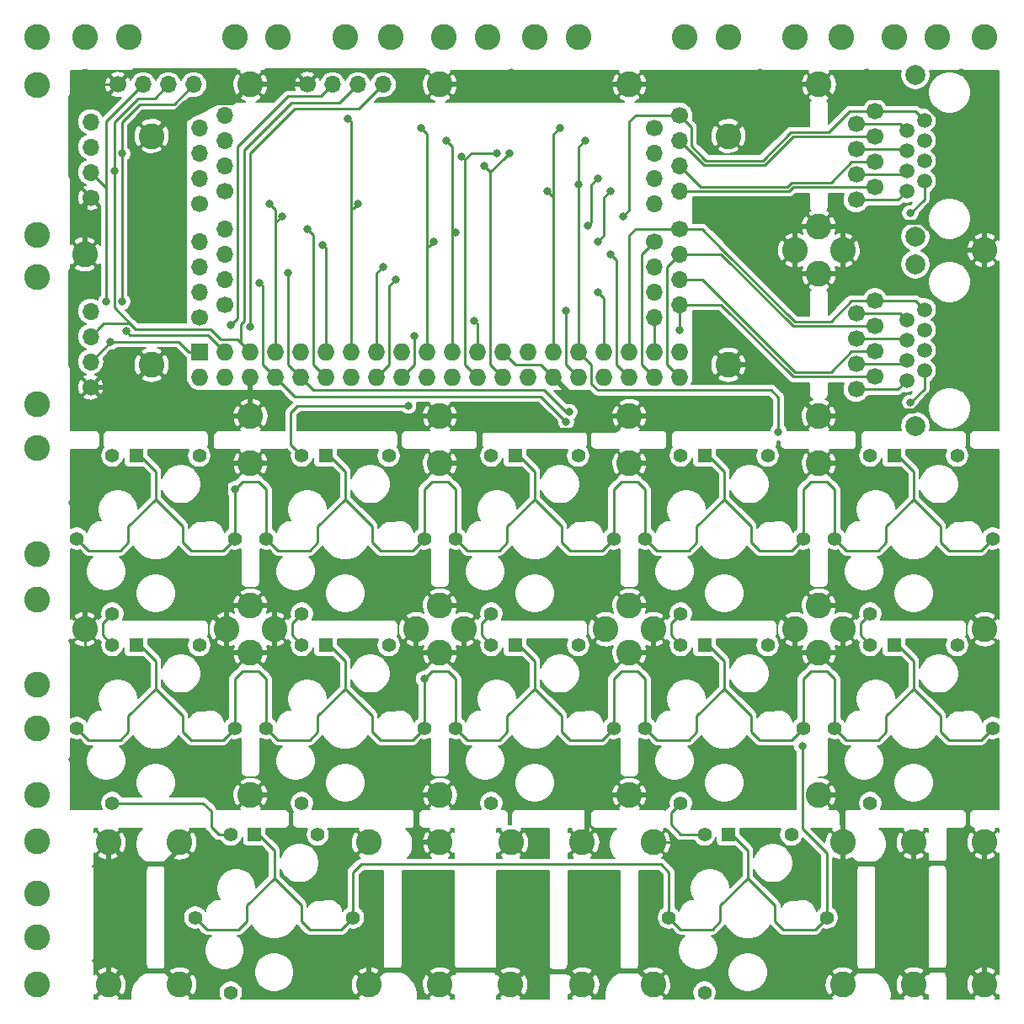
<source format=gtl>
G04 #@! TF.GenerationSoftware,KiCad,Pcbnew,(5.0.2)-1*
G04 #@! TF.CreationDate,2019-04-05T23:19:43+09:00*
G04 #@! TF.ProjectId,su128,73753132-382e-46b6-9963-61645f706362,rev?*
G04 #@! TF.SameCoordinates,PX23f4e34PY3256d7c*
G04 #@! TF.FileFunction,Copper,L1,Top*
G04 #@! TF.FilePolarity,Positive*
%FSLAX46Y46*%
G04 Gerber Fmt 4.6, Leading zero omitted, Abs format (unit mm)*
G04 Created by KiCad (PCBNEW (5.0.2)-1) date 2019/04/05 23:19:43*
%MOMM*%
%LPD*%
G01*
G04 APERTURE LIST*
G04 #@! TA.AperFunction,ComponentPad*
%ADD10C,1.400000*%
G04 #@! TD*
G04 #@! TA.AperFunction,ComponentPad*
%ADD11R,1.400000X1.400000*%
G04 #@! TD*
G04 #@! TA.AperFunction,ComponentPad*
%ADD12O,1.727200X1.727200*%
G04 #@! TD*
G04 #@! TA.AperFunction,ComponentPad*
%ADD13R,1.727200X1.727200*%
G04 #@! TD*
G04 #@! TA.AperFunction,ComponentPad*
%ADD14C,2.600000*%
G04 #@! TD*
G04 #@! TA.AperFunction,ComponentPad*
%ADD15O,1.700000X1.700000*%
G04 #@! TD*
G04 #@! TA.AperFunction,ComponentPad*
%ADD16C,1.700000*%
G04 #@! TD*
G04 #@! TA.AperFunction,WasherPad*
%ADD17C,2.600000*%
G04 #@! TD*
G04 #@! TA.AperFunction,ComponentPad*
%ADD18C,1.397000*%
G04 #@! TD*
G04 #@! TA.AperFunction,ComponentPad*
%ADD19C,2.000000*%
G04 #@! TD*
G04 #@! TA.AperFunction,ComponentPad*
%ADD20C,1.500000*%
G04 #@! TD*
G04 #@! TA.AperFunction,ViaPad*
%ADD21C,1.000000*%
G04 #@! TD*
G04 #@! TA.AperFunction,ViaPad*
%ADD22C,0.800000*%
G04 #@! TD*
G04 #@! TA.AperFunction,Conductor*
%ADD23C,0.500000*%
G04 #@! TD*
G04 #@! TA.AperFunction,Conductor*
%ADD24C,0.250000*%
G04 #@! TD*
G04 #@! TA.AperFunction,Conductor*
%ADD25C,0.200000*%
G04 #@! TD*
G04 APERTURE END LIST*
D10*
G04 #@! TO.P,D1,2*
G04 #@! TO.N,Net-(D1-Pad2)*
X18256155Y-44052992D03*
D11*
G04 #@! TO.P,D1,1*
G04 #@! TO.N,Y1*
X11906155Y-44052992D03*
G04 #@! TD*
D10*
G04 #@! TO.P,D2,2*
G04 #@! TO.N,Net-(D2-Pad2)*
X37306155Y-44052992D03*
D11*
G04 #@! TO.P,D2,1*
G04 #@! TO.N,Y1*
X30956155Y-44052992D03*
G04 #@! TD*
D10*
G04 #@! TO.P,D3,2*
G04 #@! TO.N,Net-(D3-Pad2)*
X56356155Y-44052992D03*
D11*
G04 #@! TO.P,D3,1*
G04 #@! TO.N,Y1*
X50006155Y-44052992D03*
G04 #@! TD*
D10*
G04 #@! TO.P,D4,2*
G04 #@! TO.N,Net-(D4-Pad2)*
X75406155Y-44052992D03*
D11*
G04 #@! TO.P,D4,1*
G04 #@! TO.N,Y1*
X69056155Y-44052992D03*
G04 #@! TD*
D10*
G04 #@! TO.P,D5,2*
G04 #@! TO.N,Net-(D5-Pad2)*
X94456155Y-44052992D03*
D11*
G04 #@! TO.P,D5,1*
G04 #@! TO.N,Y1*
X88106155Y-44052992D03*
G04 #@! TD*
D10*
G04 #@! TO.P,D6,2*
G04 #@! TO.N,Net-(D6-Pad2)*
X18256155Y-63102992D03*
D11*
G04 #@! TO.P,D6,1*
G04 #@! TO.N,Y2*
X11906155Y-63102992D03*
G04 #@! TD*
D10*
G04 #@! TO.P,D7,2*
G04 #@! TO.N,Net-(D7-Pad2)*
X37306155Y-63102992D03*
D11*
G04 #@! TO.P,D7,1*
G04 #@! TO.N,Y2*
X30956155Y-63102992D03*
G04 #@! TD*
D10*
G04 #@! TO.P,D8,2*
G04 #@! TO.N,Net-(D8-Pad2)*
X56356155Y-63102992D03*
D11*
G04 #@! TO.P,D8,1*
G04 #@! TO.N,Y2*
X50006155Y-63102992D03*
G04 #@! TD*
D10*
G04 #@! TO.P,D9,2*
G04 #@! TO.N,Net-(D9-Pad2)*
X75406155Y-63102992D03*
D11*
G04 #@! TO.P,D9,1*
G04 #@! TO.N,Y2*
X69056155Y-63102992D03*
G04 #@! TD*
D10*
G04 #@! TO.P,D10,2*
G04 #@! TO.N,Net-(D10-Pad2)*
X94456155Y-63102992D03*
D11*
G04 #@! TO.P,D10,1*
G04 #@! TO.N,Y2*
X88106155Y-63102992D03*
G04 #@! TD*
D10*
G04 #@! TO.P,D11,2*
G04 #@! TO.N,Net-(D11-Pad2)*
X30162405Y-82152992D03*
D11*
G04 #@! TO.P,D11,1*
G04 #@! TO.N,Y3*
X23812405Y-82152992D03*
G04 #@! TD*
D10*
G04 #@! TO.P,D12,2*
G04 #@! TO.N,Net-(D12-Pad2)*
X77787405Y-82152992D03*
D11*
G04 #@! TO.P,D12,1*
G04 #@! TO.N,Y3*
X71437405Y-82152992D03*
G04 #@! TD*
D12*
G04 #@! TO.P,R1,40*
G04 #@! TO.N,X11*
X66575530Y-36185492D03*
G04 #@! TO.P,R1,39*
G04 #@! TO.N,GND*
X66575530Y-33645492D03*
G04 #@! TO.P,R1,38*
G04 #@! TO.N,X10*
X64035530Y-36185492D03*
G04 #@! TO.P,R1,37*
G04 #@! TO.N,X16*
X64035530Y-33645492D03*
G04 #@! TO.P,R1,36*
G04 #@! TO.N,X6*
X61495530Y-36185492D03*
G04 #@! TO.P,R1,35*
G04 #@! TO.N,X9*
X61495530Y-33645492D03*
G04 #@! TO.P,R1,34*
G04 #@! TO.N,GND*
X58955530Y-36185492D03*
G04 #@! TO.P,R1,33*
G04 #@! TO.N,X3*
X58955530Y-33645492D03*
G04 #@! TO.P,R1,32*
G04 #@! TO.N,X2*
X56415530Y-36185492D03*
G04 #@! TO.P,R1,31*
G04 #@! TO.N,Y3*
X56415530Y-33645492D03*
G04 #@! TO.P,R1,30*
G04 #@! TO.N,GND*
X53875530Y-36185492D03*
G04 #@! TO.P,R1,29*
G04 #@! TO.N,Y2*
X53875530Y-33645492D03*
G04 #@! TO.P,R1,28*
G04 #@! TO.N,Net-(R1-Pad28)*
X51335530Y-36185492D03*
G04 #@! TO.P,R1,27*
G04 #@! TO.N,Net-(R1-Pad27)*
X51335530Y-33645492D03*
G04 #@! TO.P,R1,26*
G04 #@! TO.N,Y4*
X48795530Y-36185492D03*
G04 #@! TO.P,R1,25*
G04 #@! TO.N,GND*
X48795530Y-33645492D03*
G04 #@! TO.P,R1,24*
G04 #@! TO.N,Y5*
X46255530Y-36185492D03*
G04 #@! TO.P,R1,23*
G04 #@! TO.N,X1*
X46255530Y-33645492D03*
G04 #@! TO.P,R1,22*
G04 #@! TO.N,X15*
X43715530Y-36185492D03*
G04 #@! TO.P,R1,21*
G04 #@! TO.N,Y6*
X43715530Y-33645492D03*
G04 #@! TO.P,R1,20*
G04 #@! TO.N,GND*
X41175530Y-36185492D03*
G04 #@! TO.P,R1,19*
G04 #@! TO.N,Y7*
X41175530Y-33645492D03*
G04 #@! TO.P,R1,18*
G04 #@! TO.N,X14*
X38635530Y-36185492D03*
G04 #@! TO.P,R1,17*
G04 #@! TO.N,Net-(R1-Pad17)*
X38635530Y-33645492D03*
G04 #@! TO.P,R1,16*
G04 #@! TO.N,X13*
X36095530Y-36185492D03*
G04 #@! TO.P,R1,15*
G04 #@! TO.N,X12*
X36095530Y-33645492D03*
G04 #@! TO.P,R1,14*
G04 #@! TO.N,GND*
X33555530Y-36185492D03*
G04 #@! TO.P,R1,13*
G04 #@! TO.N,Y8*
X33555530Y-33645492D03*
G04 #@! TO.P,R1,12*
G04 #@! TO.N,X8*
X31015530Y-36185492D03*
G04 #@! TO.P,R1,11*
G04 #@! TO.N,X7*
X31015530Y-33645492D03*
G04 #@! TO.P,R1,10*
G04 #@! TO.N,X5*
X28475530Y-36185492D03*
G04 #@! TO.P,R1,9*
G04 #@! TO.N,GND*
X28475530Y-33645492D03*
G04 #@! TO.P,R1,8*
G04 #@! TO.N,X4*
X25935530Y-36185492D03*
G04 #@! TO.P,R1,7*
G04 #@! TO.N,Y1*
X25935530Y-33645492D03*
G04 #@! TO.P,R1,6*
G04 #@! TO.N,GND*
X23395530Y-36185492D03*
G04 #@! TO.P,R1,5*
G04 #@! TO.N,SCL*
X23395530Y-33645492D03*
G04 #@! TO.P,R1,4*
G04 #@! TO.N,Net-(R1-Pad4)*
X20855530Y-36185492D03*
G04 #@! TO.P,R1,3*
G04 #@! TO.N,SDA*
X20855530Y-33645492D03*
G04 #@! TO.P,R1,2*
G04 #@! TO.N,+5V*
X18315530Y-36185492D03*
D13*
G04 #@! TO.P,R1,1*
G04 #@! TO.N,+3V3*
X18315530Y-33645492D03*
D14*
G04 #@! TO.P,R1,6*
G04 #@! TO.N,GND*
X71465530Y-34915492D03*
X71465530Y-11915492D03*
X13465530Y-11915492D03*
X13465530Y-34915492D03*
G04 #@! TD*
D15*
G04 #@! TO.P,J8,4*
G04 #@! TO.N,SDA*
X7342206Y-10477536D03*
G04 #@! TO.P,J8,3*
G04 #@! TO.N,SCL*
X7342206Y-13017536D03*
G04 #@! TO.P,J8,2*
G04 #@! TO.N,+3V3*
X7342206Y-15557536D03*
D16*
G04 #@! TO.P,J8,1*
G04 #@! TO.N,GND*
X7342206Y-18097536D03*
G04 #@! TD*
D15*
G04 #@! TO.P,J7,4*
G04 #@! TO.N,SDA*
X7342206Y-29527584D03*
G04 #@! TO.P,J7,3*
G04 #@! TO.N,SCL*
X7342206Y-32067584D03*
G04 #@! TO.P,J7,2*
G04 #@! TO.N,+3V3*
X7342206Y-34607584D03*
D16*
G04 #@! TO.P,J7,1*
G04 #@! TO.N,GND*
X7342206Y-37147584D03*
G04 #@! TD*
D15*
G04 #@! TO.P,J9,4*
G04 #@! TO.N,SDA*
X17700660Y-6746892D03*
G04 #@! TO.P,J9,3*
G04 #@! TO.N,SCL*
X15160660Y-6746892D03*
G04 #@! TO.P,J9,2*
G04 #@! TO.N,+3V3*
X12620660Y-6746892D03*
D16*
G04 #@! TO.P,J9,1*
G04 #@! TO.N,GND*
X10080660Y-6746892D03*
G04 #@! TD*
D15*
G04 #@! TO.P,J10,4*
G04 #@! TO.N,SDA*
X36750708Y-6746892D03*
G04 #@! TO.P,J10,3*
G04 #@! TO.N,SCL*
X34210708Y-6746892D03*
G04 #@! TO.P,J10,2*
G04 #@! TO.N,+3V3*
X31670708Y-6746892D03*
D16*
G04 #@! TO.P,J10,1*
G04 #@! TO.N,GND*
X29130708Y-6746892D03*
G04 #@! TD*
D17*
G04 #@! TO.P,,*
G04 #@! TO.N,*
X6746780Y-1984242D03*
G04 #@! TD*
G04 #@! TO.P,,*
G04 #@! TO.N,*
X47228030Y-1984242D03*
G04 #@! TD*
G04 #@! TO.P,,*
G04 #@! TO.N,*
X37537768Y-1984242D03*
G04 #@! TD*
G04 #@! TO.P,,*
G04 #@! TO.N,*
X42862405Y-1984242D03*
G04 #@! TD*
G04 #@! TO.P,,*
G04 #@! TO.N,*
X32940530Y-1984242D03*
G04 #@! TD*
G04 #@! TO.P,,*
G04 #@! TO.N,*
X51990530Y-1984242D03*
G04 #@! TD*
G04 #@! TO.P,,*
G04 #@! TO.N,*
X26205338Y-1984242D03*
G04 #@! TD*
G04 #@! TO.P,,*
G04 #@! TO.N,*
X11178756Y-1984242D03*
G04 #@! TD*
G04 #@! TO.P,,*
G04 #@! TO.N,*
X21828030Y-1984242D03*
G04 #@! TD*
G04 #@! TO.P,,*
G04 #@! TO.N,*
X56422506Y-1984242D03*
G04 #@! TD*
G04 #@! TO.P,,*
G04 #@! TO.N,*
X67071780Y-1984242D03*
G04 #@! TD*
G04 #@! TO.P,,*
G04 #@! TO.N,*
X78184280Y-1984242D03*
G04 #@! TD*
G04 #@! TO.P,,*
G04 #@! TO.N,*
X88106155Y-1984242D03*
G04 #@! TD*
G04 #@! TO.P,,*
G04 #@! TO.N,*
X82781518Y-1984242D03*
G04 #@! TD*
G04 #@! TO.P,,*
G04 #@! TO.N,*
X92471780Y-1984242D03*
G04 #@! TD*
G04 #@! TO.P,,*
G04 #@! TO.N,*
X97234280Y-1984242D03*
G04 #@! TD*
G04 #@! TO.P,,*
G04 #@! TO.N,*
X71449088Y-1984242D03*
G04 #@! TD*
G04 #@! TO.P,,*
G04 #@! TO.N,*
X1984280Y-1984242D03*
G04 #@! TD*
G04 #@! TO.P,,*
G04 #@! TO.N,*
X1984280Y-6767645D03*
G04 #@! TD*
G04 #@! TO.P,,*
G04 #@! TO.N,*
X1984280Y-21827992D03*
G04 #@! TD*
G04 #@! TO.P,,*
G04 #@! TO.N,*
X1984280Y-26070193D03*
G04 #@! TD*
G04 #@! TO.P,,*
G04 #@! TO.N,*
X1984280Y-38893617D03*
G04 #@! TD*
G04 #@! TO.P,,*
G04 #@! TO.N,*
X1984280Y-43325593D03*
G04 #@! TD*
G04 #@! TO.P,,*
G04 #@! TO.N,*
X1984280Y-53974867D03*
G04 #@! TD*
G04 #@! TO.P,,*
G04 #@! TO.N,*
X1984280Y-58486023D03*
G04 #@! TD*
G04 #@! TO.P,,*
G04 #@! TO.N,*
X1984280Y-67071742D03*
G04 #@! TD*
G04 #@! TO.P,,*
G04 #@! TO.N,*
X1984280Y-71449050D03*
G04 #@! TD*
G04 #@! TO.P,,*
G04 #@! TO.N,*
X1984280Y-78184242D03*
G04 #@! TD*
G04 #@! TO.P,,*
G04 #@! TO.N,*
X1984280Y-82781480D03*
G04 #@! TD*
G04 #@! TO.P,,*
G04 #@! TO.N,*
X1984280Y-88106117D03*
G04 #@! TD*
G04 #@! TO.P,,*
G04 #@! TO.N,*
X1984280Y-97234242D03*
G04 #@! TD*
D18*
G04 #@! TO.P,H1,1*
G04 #@! TO.N,X1*
X9524905Y-44052992D03*
G04 #@! TD*
G04 #@! TO.P,H6,1*
G04 #@! TO.N,X1*
X9524905Y-59927992D03*
G04 #@! TD*
G04 #@! TO.P,H7,1*
G04 #@! TO.N,X2*
X28574905Y-59927992D03*
G04 #@! TD*
G04 #@! TO.P,H11,1*
G04 #@! TO.N,Y1*
X5953030Y-52387367D03*
G04 #@! TD*
G04 #@! TO.P,H12,1*
G04 #@! TO.N,Y1*
X21828030Y-52387367D03*
G04 #@! TD*
G04 #@! TO.P,H17,1*
G04 #@! TO.N,Y1*
X63103030Y-52387367D03*
G04 #@! TD*
G04 #@! TO.P,H19,1*
G04 #@! TO.N,Y1*
X82153030Y-52387367D03*
G04 #@! TD*
G04 #@! TO.P,H21,1*
G04 #@! TO.N,X1*
X9524905Y-63102992D03*
G04 #@! TD*
G04 #@! TO.P,H26,1*
G04 #@! TO.N,X1*
X9524905Y-78977992D03*
G04 #@! TD*
G04 #@! TO.P,H31,1*
G04 #@! TO.N,Y2*
X5953030Y-71437367D03*
G04 #@! TD*
G04 #@! TO.P,H32,1*
G04 #@! TO.N,Y2*
X21828030Y-71437367D03*
G04 #@! TD*
G04 #@! TO.P,H36,1*
G04 #@! TO.N,Y2*
X59928030Y-71437367D03*
G04 #@! TD*
G04 #@! TO.P,H38,1*
G04 #@! TO.N,Y2*
X78978030Y-71437367D03*
G04 #@! TD*
G04 #@! TO.P,H2,1*
G04 #@! TO.N,X2*
X28574905Y-44052992D03*
G04 #@! TD*
G04 #@! TO.P,H3,1*
G04 #@! TO.N,X3*
X47624905Y-44052992D03*
G04 #@! TD*
G04 #@! TO.P,H4,1*
G04 #@! TO.N,X4*
X66674905Y-44052992D03*
G04 #@! TD*
G04 #@! TO.P,H5,1*
G04 #@! TO.N,X5*
X85724905Y-44052992D03*
G04 #@! TD*
G04 #@! TO.P,H8,1*
G04 #@! TO.N,X3*
X47624905Y-59927992D03*
G04 #@! TD*
G04 #@! TO.P,H9,1*
G04 #@! TO.N,X4*
X66674905Y-59927992D03*
G04 #@! TD*
G04 #@! TO.P,H10,1*
G04 #@! TO.N,X5*
X85724905Y-59927992D03*
G04 #@! TD*
G04 #@! TO.P,H13,1*
G04 #@! TO.N,Y1*
X25003030Y-52387367D03*
G04 #@! TD*
G04 #@! TO.P,H14,1*
G04 #@! TO.N,Y1*
X40878030Y-52387367D03*
G04 #@! TD*
G04 #@! TO.P,H15,1*
G04 #@! TO.N,Y1*
X44053030Y-52387367D03*
G04 #@! TD*
G04 #@! TO.P,H16,1*
G04 #@! TO.N,Y1*
X59928030Y-52387367D03*
G04 #@! TD*
G04 #@! TO.P,H18,1*
G04 #@! TO.N,Y1*
X78978030Y-52387367D03*
G04 #@! TD*
G04 #@! TO.P,H20,1*
G04 #@! TO.N,Y1*
X98028030Y-52387367D03*
G04 #@! TD*
G04 #@! TO.P,H22,1*
G04 #@! TO.N,X2*
X28574905Y-63102992D03*
G04 #@! TD*
G04 #@! TO.P,H23,1*
G04 #@! TO.N,X3*
X47624905Y-63102992D03*
G04 #@! TD*
G04 #@! TO.P,H24,1*
G04 #@! TO.N,X4*
X66674905Y-63102992D03*
G04 #@! TD*
G04 #@! TO.P,H25,1*
G04 #@! TO.N,X5*
X85724905Y-63102992D03*
G04 #@! TD*
G04 #@! TO.P,H27,1*
G04 #@! TO.N,X2*
X28574905Y-78977992D03*
G04 #@! TD*
G04 #@! TO.P,H28,1*
G04 #@! TO.N,X3*
X47624905Y-78977992D03*
G04 #@! TD*
G04 #@! TO.P,H29,1*
G04 #@! TO.N,X4*
X66674905Y-78977992D03*
G04 #@! TD*
G04 #@! TO.P,H30,1*
G04 #@! TO.N,X5*
X85724905Y-78977992D03*
G04 #@! TD*
G04 #@! TO.P,H33,1*
G04 #@! TO.N,Y2*
X25003030Y-71437367D03*
G04 #@! TD*
G04 #@! TO.P,H34,1*
G04 #@! TO.N,Y2*
X40878030Y-71437367D03*
G04 #@! TD*
G04 #@! TO.P,H35,1*
G04 #@! TO.N,Y2*
X44053030Y-71437367D03*
G04 #@! TD*
G04 #@! TO.P,H37,1*
G04 #@! TO.N,Y2*
X63103030Y-71437367D03*
G04 #@! TD*
G04 #@! TO.P,H39,1*
G04 #@! TO.N,Y2*
X82153030Y-71437367D03*
G04 #@! TD*
G04 #@! TO.P,H40,1*
G04 #@! TO.N,Y2*
X98028030Y-71437367D03*
G04 #@! TD*
G04 #@! TO.P,H41,1*
G04 #@! TO.N,X1*
X21431155Y-82152992D03*
G04 #@! TD*
G04 #@! TO.P,H42,1*
G04 #@! TO.N,X4*
X69056155Y-82152992D03*
G04 #@! TD*
G04 #@! TO.P,H43,1*
G04 #@! TO.N,X1*
X21431155Y-98027992D03*
G04 #@! TD*
G04 #@! TO.P,H44,1*
G04 #@! TO.N,X4*
X69056155Y-98027992D03*
G04 #@! TD*
G04 #@! TO.P,H45,1*
G04 #@! TO.N,Y3*
X17859280Y-90487367D03*
G04 #@! TD*
G04 #@! TO.P,H46,1*
G04 #@! TO.N,Y3*
X33734280Y-90487367D03*
G04 #@! TD*
G04 #@! TO.P,H47,1*
G04 #@! TO.N,Y3*
X65484280Y-90487367D03*
G04 #@! TD*
G04 #@! TO.P,H48,1*
G04 #@! TO.N,Y3*
X81359280Y-90487367D03*
G04 #@! TD*
D16*
G04 #@! TO.P,J1,8*
G04 #@! TO.N,Y8*
X84296155Y-18335492D03*
G04 #@! TO.P,J1,6*
G04 #@! TO.N,Y6*
X84296155Y-15795492D03*
G04 #@! TO.P,J1,4*
G04 #@! TO.N,Y4*
X84296155Y-13255492D03*
G04 #@! TO.P,J1,2*
G04 #@! TO.N,Y2*
X84296155Y-10715492D03*
G04 #@! TO.P,J1,7*
G04 #@! TO.N,Y7*
X86201155Y-17065492D03*
G04 #@! TO.P,J1,5*
G04 #@! TO.N,Y5*
X86201155Y-14525492D03*
G04 #@! TO.P,J1,3*
G04 #@! TO.N,Y3*
X86201155Y-11985492D03*
G04 #@! TO.P,J1,1*
G04 #@! TO.N,Y1*
X86201155Y-9445492D03*
D19*
G04 #@! TO.P,J1,SH*
G04 #@! TO.N,N/C*
X90266155Y-5760492D03*
X90266155Y-22020492D03*
D20*
G04 #@! TO.P,J1,8*
G04 #@! TO.N,Y8*
X89376155Y-17470492D03*
G04 #@! TO.P,J1,6*
G04 #@! TO.N,Y6*
X89376155Y-15430492D03*
G04 #@! TO.P,J1,4*
G04 #@! TO.N,Y4*
X89376155Y-13390492D03*
G04 #@! TO.P,J1,2*
G04 #@! TO.N,Y2*
X89376155Y-11350492D03*
G04 #@! TO.P,J1,7*
G04 #@! TO.N,Y7*
X91156155Y-16450492D03*
G04 #@! TO.P,J1,5*
G04 #@! TO.N,Y5*
X91156155Y-14410492D03*
G04 #@! TO.P,J1,3*
G04 #@! TO.N,Y3*
X91156155Y-12370492D03*
G04 #@! TO.P,J1,1*
G04 #@! TO.N,Y1*
X91156155Y-10330492D03*
G04 #@! TD*
D16*
G04 #@! TO.P,J2,8*
G04 #@! TO.N,X16*
X84296155Y-37385492D03*
G04 #@! TO.P,J2,6*
G04 #@! TO.N,X14*
X84296155Y-34845492D03*
G04 #@! TO.P,J2,4*
G04 #@! TO.N,X12*
X84296155Y-32305492D03*
G04 #@! TO.P,J2,2*
G04 #@! TO.N,X10*
X84296155Y-29765492D03*
G04 #@! TO.P,J2,7*
G04 #@! TO.N,X15*
X86201155Y-36115492D03*
G04 #@! TO.P,J2,5*
G04 #@! TO.N,X13*
X86201155Y-33575492D03*
G04 #@! TO.P,J2,3*
G04 #@! TO.N,X11*
X86201155Y-31035492D03*
G04 #@! TO.P,J2,1*
G04 #@! TO.N,X9*
X86201155Y-28495492D03*
D19*
G04 #@! TO.P,J2,SH*
G04 #@! TO.N,N/C*
X90266155Y-24810492D03*
X90266155Y-41070492D03*
D20*
G04 #@! TO.P,J2,8*
G04 #@! TO.N,X16*
X89376155Y-36520492D03*
G04 #@! TO.P,J2,6*
G04 #@! TO.N,X14*
X89376155Y-34480492D03*
G04 #@! TO.P,J2,4*
G04 #@! TO.N,X12*
X89376155Y-32440492D03*
G04 #@! TO.P,J2,2*
G04 #@! TO.N,X10*
X89376155Y-30400492D03*
G04 #@! TO.P,J2,7*
G04 #@! TO.N,X15*
X91156155Y-35500492D03*
G04 #@! TO.P,J2,5*
G04 #@! TO.N,X13*
X91156155Y-33460492D03*
G04 #@! TO.P,J2,3*
G04 #@! TO.N,X11*
X91156155Y-31420492D03*
G04 #@! TO.P,J2,1*
G04 #@! TO.N,X9*
X91156155Y-29380492D03*
G04 #@! TD*
D16*
G04 #@! TO.P,J3,2*
G04 #@! TO.N,Y2*
X20855530Y-17452992D03*
D15*
G04 #@! TO.P,J3,4*
G04 #@! TO.N,Y4*
X20855530Y-14912992D03*
G04 #@! TO.P,J3,6*
G04 #@! TO.N,Y6*
X20855530Y-12372992D03*
G04 #@! TO.P,J3,8*
G04 #@! TO.N,Y8*
X20855530Y-9832992D03*
D16*
G04 #@! TO.P,J3,1*
G04 #@! TO.N,Y1*
X18315530Y-18722992D03*
D15*
G04 #@! TO.P,J3,3*
G04 #@! TO.N,Y3*
X18315530Y-16182992D03*
G04 #@! TO.P,J3,5*
G04 #@! TO.N,Y5*
X18315530Y-13642992D03*
G04 #@! TO.P,J3,7*
G04 #@! TO.N,Y7*
X18315530Y-11102992D03*
G04 #@! TD*
G04 #@! TO.P,J4,7*
G04 #@! TO.N,Y7*
X66575530Y-17452992D03*
G04 #@! TO.P,J4,5*
G04 #@! TO.N,Y5*
X66575530Y-14912992D03*
G04 #@! TO.P,J4,3*
G04 #@! TO.N,Y3*
X66575530Y-12372992D03*
D16*
G04 #@! TO.P,J4,1*
G04 #@! TO.N,Y1*
X66575530Y-9832992D03*
D15*
G04 #@! TO.P,J4,8*
G04 #@! TO.N,Y8*
X64035530Y-18722992D03*
G04 #@! TO.P,J4,6*
G04 #@! TO.N,Y6*
X64035530Y-16182992D03*
G04 #@! TO.P,J4,4*
G04 #@! TO.N,Y4*
X64035530Y-13642992D03*
D16*
G04 #@! TO.P,J4,2*
G04 #@! TO.N,Y2*
X64035530Y-11102992D03*
G04 #@! TD*
D15*
G04 #@! TO.P,J5,7*
G04 #@! TO.N,X7*
X18315530Y-22532992D03*
G04 #@! TO.P,J5,5*
G04 #@! TO.N,X5*
X18315530Y-25072992D03*
G04 #@! TO.P,J5,3*
G04 #@! TO.N,X3*
X18315530Y-27612992D03*
D16*
G04 #@! TO.P,J5,1*
G04 #@! TO.N,X1*
X18315530Y-30152992D03*
D15*
G04 #@! TO.P,J5,8*
G04 #@! TO.N,X8*
X20855530Y-21262992D03*
G04 #@! TO.P,J5,6*
G04 #@! TO.N,X6*
X20855530Y-23802992D03*
G04 #@! TO.P,J5,4*
G04 #@! TO.N,X4*
X20855530Y-26342992D03*
D16*
G04 #@! TO.P,J5,2*
G04 #@! TO.N,X2*
X20855530Y-28882992D03*
G04 #@! TD*
G04 #@! TO.P,J6,2*
G04 #@! TO.N,X10*
X64035530Y-22532992D03*
D15*
G04 #@! TO.P,J6,4*
G04 #@! TO.N,X12*
X64035530Y-25072992D03*
G04 #@! TO.P,J6,6*
G04 #@! TO.N,X14*
X64035530Y-27612992D03*
G04 #@! TO.P,J6,8*
G04 #@! TO.N,X16*
X64035530Y-30152992D03*
D16*
G04 #@! TO.P,J6,1*
G04 #@! TO.N,X9*
X66575530Y-21262992D03*
D15*
G04 #@! TO.P,J6,3*
G04 #@! TO.N,X11*
X66575530Y-23802992D03*
G04 #@! TO.P,J6,5*
G04 #@! TO.N,X13*
X66575530Y-26342992D03*
G04 #@! TO.P,J6,7*
G04 #@! TO.N,X15*
X66575530Y-28882992D03*
G04 #@! TD*
D14*
G04 #@! TO.P,H49,1*
G04 #@! TO.N,GND*
X6746780Y-23812367D03*
G04 #@! TD*
G04 #@! TO.P,H50,1*
G04 #@! TO.N,GND*
X80565530Y-40084242D03*
G04 #@! TD*
G04 #@! TO.P,H51,1*
G04 #@! TO.N,GND*
X23415530Y-6746742D03*
G04 #@! TD*
G04 #@! TO.P,H52,1*
G04 #@! TO.N,GND*
X61515530Y-44846742D03*
G04 #@! TD*
G04 #@! TO.P,H53,1*
G04 #@! TO.N,GND*
X80565530Y-21034242D03*
G04 #@! TD*
G04 #@! TO.P,H54,1*
G04 #@! TO.N,GND*
X23415530Y-40084242D03*
G04 #@! TD*
G04 #@! TO.P,H55,1*
G04 #@! TO.N,GND*
X42465530Y-59134242D03*
G04 #@! TD*
G04 #@! TO.P,H56,1*
G04 #@! TO.N,GND*
X80565530Y-44846742D03*
G04 #@! TD*
G04 #@! TO.P,H57,1*
G04 #@! TO.N,GND*
X78184280Y-23415492D03*
G04 #@! TD*
G04 #@! TO.P,H58,1*
G04 #@! TO.N,GND*
X42465530Y-6746742D03*
G04 #@! TD*
G04 #@! TO.P,H59,1*
G04 #@! TO.N,GND*
X44846780Y-61515492D03*
G04 #@! TD*
G04 #@! TO.P,H60,1*
G04 #@! TO.N,GND*
X6746780Y-61515492D03*
G04 #@! TD*
G04 #@! TO.P,H61,1*
G04 #@! TO.N,GND*
X82946780Y-23415492D03*
G04 #@! TD*
G04 #@! TO.P,H62,1*
G04 #@! TO.N,GND*
X42465530Y-40084242D03*
G04 #@! TD*
G04 #@! TO.P,H63,1*
G04 #@! TO.N,GND*
X42465530Y-63896742D03*
G04 #@! TD*
G04 #@! TO.P,H64,1*
G04 #@! TO.N,GND*
X23415530Y-59134242D03*
G04 #@! TD*
G04 #@! TO.P,H65,1*
G04 #@! TO.N,GND*
X80565530Y-25796742D03*
G04 #@! TD*
G04 #@! TO.P,H66,1*
G04 #@! TO.N,GND*
X61515530Y-6746742D03*
G04 #@! TD*
G04 #@! TO.P,H67,1*
G04 #@! TO.N,GND*
X59134280Y-61515492D03*
G04 #@! TD*
G04 #@! TO.P,H68,1*
G04 #@! TO.N,GND*
X21034280Y-61515492D03*
G04 #@! TD*
G04 #@! TO.P,H69,1*
G04 #@! TO.N,GND*
X97234280Y-23415492D03*
G04 #@! TD*
G04 #@! TO.P,H70,1*
G04 #@! TO.N,GND*
X61515530Y-40084242D03*
G04 #@! TD*
G04 #@! TO.P,H71,1*
G04 #@! TO.N,GND*
X61515530Y-59134242D03*
G04 #@! TD*
G04 #@! TO.P,H72,1*
G04 #@! TO.N,GND*
X25796780Y-61515492D03*
G04 #@! TD*
G04 #@! TO.P,H73,1*
G04 #@! TO.N,GND*
X23415530Y-44846742D03*
G04 #@! TD*
G04 #@! TO.P,H74,1*
G04 #@! TO.N,GND*
X80565530Y-6746742D03*
G04 #@! TD*
G04 #@! TO.P,H75,1*
G04 #@! TO.N,GND*
X63896780Y-61515492D03*
G04 #@! TD*
G04 #@! TO.P,H76,1*
G04 #@! TO.N,GND*
X23415530Y-63896742D03*
G04 #@! TD*
G04 #@! TO.P,H77,1*
G04 #@! TO.N,GND*
X42465530Y-44846742D03*
G04 #@! TD*
G04 #@! TO.P,H78,1*
G04 #@! TO.N,GND*
X61515530Y-63896742D03*
G04 #@! TD*
G04 #@! TO.P,H79,1*
G04 #@! TO.N,GND*
X40084280Y-61515492D03*
G04 #@! TD*
G04 #@! TO.P,H80,1*
G04 #@! TO.N,GND*
X78184280Y-61515492D03*
G04 #@! TD*
G04 #@! TO.P,H81,1*
G04 #@! TO.N,GND*
X80565530Y-59134242D03*
G04 #@! TD*
G04 #@! TO.P,H82,1*
G04 #@! TO.N,GND*
X80565530Y-78184242D03*
G04 #@! TD*
G04 #@! TO.P,H83,1*
G04 #@! TO.N,GND*
X80565530Y-63896742D03*
G04 #@! TD*
G04 #@! TO.P,H84,1*
G04 #@! TO.N,GND*
X16271780Y-82946742D03*
G04 #@! TD*
G04 #@! TO.P,H85,1*
G04 #@! TO.N,GND*
X9128030Y-82946742D03*
G04 #@! TD*
G04 #@! TO.P,H86,1*
G04 #@! TO.N,GND*
X82946780Y-61515492D03*
G04 #@! TD*
G04 #@! TO.P,H87,1*
G04 #@! TO.N,GND*
X42465530Y-97234242D03*
G04 #@! TD*
G04 #@! TO.P,H88,1*
G04 #@! TO.N,GND*
X82946780Y-82946742D03*
G04 #@! TD*
G04 #@! TO.P,H89,1*
G04 #@! TO.N,GND*
X35321780Y-82946742D03*
G04 #@! TD*
G04 #@! TO.P,H90,1*
G04 #@! TO.N,GND*
X97234280Y-61515492D03*
G04 #@! TD*
G04 #@! TO.P,H91,1*
G04 #@! TO.N,GND*
X49540530Y-97234242D03*
G04 #@! TD*
G04 #@! TO.P,H92,1*
G04 #@! TO.N,GND*
X90090530Y-82946742D03*
G04 #@! TD*
G04 #@! TO.P,H93,1*
G04 #@! TO.N,GND*
X42465530Y-82946742D03*
G04 #@! TD*
G04 #@! TO.P,H94,1*
G04 #@! TO.N,GND*
X23415530Y-78184242D03*
G04 #@! TD*
G04 #@! TO.P,H95,1*
G04 #@! TO.N,GND*
X56753030Y-97234242D03*
G04 #@! TD*
G04 #@! TO.P,H96,1*
G04 #@! TO.N,GND*
X97234280Y-82946742D03*
G04 #@! TD*
G04 #@! TO.P,H97,1*
G04 #@! TO.N,GND*
X49609280Y-82946742D03*
G04 #@! TD*
G04 #@! TO.P,H98,1*
G04 #@! TO.N,GND*
X42465530Y-78184242D03*
G04 #@! TD*
G04 #@! TO.P,H99,1*
G04 #@! TO.N,GND*
X63896780Y-97234242D03*
G04 #@! TD*
G04 #@! TO.P,H100,1*
G04 #@! TO.N,GND*
X9128030Y-97234242D03*
G04 #@! TD*
G04 #@! TO.P,H101,1*
G04 #@! TO.N,GND*
X56753030Y-82946742D03*
G04 #@! TD*
G04 #@! TO.P,H102,1*
G04 #@! TO.N,GND*
X61515530Y-78184242D03*
G04 #@! TD*
G04 #@! TO.P,H103,1*
G04 #@! TO.N,GND*
X82946780Y-97234242D03*
G04 #@! TD*
G04 #@! TO.P,H104,1*
G04 #@! TO.N,GND*
X16271780Y-97234242D03*
G04 #@! TD*
G04 #@! TO.P,H105,1*
G04 #@! TO.N,GND*
X63896780Y-82946742D03*
G04 #@! TD*
G04 #@! TO.P,H106,1*
G04 #@! TO.N,GND*
X90090530Y-97234242D03*
G04 #@! TD*
G04 #@! TO.P,H107,1*
G04 #@! TO.N,GND*
X35321780Y-97234242D03*
G04 #@! TD*
G04 #@! TO.P,H108,1*
G04 #@! TO.N,GND*
X97234280Y-97234242D03*
G04 #@! TD*
D17*
G04 #@! TO.P,,*
G04 #@! TO.N,*
X1984280Y-92471742D03*
G04 #@! TD*
D21*
G04 #@! TO.N,GND*
X30878094Y-40084242D03*
X71655530Y-39995492D03*
X35321780Y-94456117D03*
X76993655Y-78977992D03*
X30559280Y-56752992D03*
X31749905Y-47624867D03*
X11509280Y-56752992D03*
X12699905Y-47624867D03*
X50799905Y-47624867D03*
X49609280Y-56752992D03*
X69849905Y-47624867D03*
X68659280Y-56752992D03*
X87709280Y-56752992D03*
X88899905Y-47624867D03*
X87709280Y-75802992D03*
X88899905Y-66674867D03*
X69849905Y-66674867D03*
X68659280Y-75802992D03*
X50799905Y-66674867D03*
X49609280Y-75802992D03*
X31749905Y-66674867D03*
X30559280Y-75802992D03*
X12699905Y-66674867D03*
X11509280Y-75802992D03*
X72231155Y-85724867D03*
X71040530Y-94852992D03*
X24606155Y-85724867D03*
X23415530Y-94852992D03*
X5953030Y-44052992D03*
X19446780Y-49609242D03*
X38496780Y-49609242D03*
X76596780Y-49609242D03*
X76596780Y-68659242D03*
X38496780Y-68659242D03*
X97631155Y-44052992D03*
X5953030Y-78977992D03*
X50403030Y-40084242D03*
X78978030Y-87312367D03*
D22*
G04 #@! TO.N,Y1*
X26570530Y-19992992D03*
X25300530Y-18722992D03*
X60860530Y-19992992D03*
X21828030Y-47426832D03*
G04 #@! TO.N,Y2*
X53240530Y-17452992D03*
X54510530Y-11102992D03*
X40878228Y-66476730D03*
G04 #@! TO.N,Y3*
X56415530Y-16817992D03*
X57050530Y-12372992D03*
X78879105Y-73223622D03*
X76497849Y-41671980D03*
G04 #@! TO.N,X1*
X45938030Y-30470492D03*
G04 #@! TO.N,X2*
X55145530Y-29517992D03*
X39270530Y-39042992D03*
G04 #@! TO.N,X3*
X58320530Y-27612992D03*
G04 #@! TO.N,X4*
X24348030Y-26660492D03*
X55145530Y-40630492D03*
G04 #@! TO.N,X5*
X27205530Y-25707992D03*
X55463030Y-39677992D03*
G04 #@! TO.N,Y8*
X33238030Y-10150492D03*
X34190530Y-18722992D03*
G04 #@! TO.N,Y7*
X89753030Y-19675492D03*
X40540530Y-11102992D03*
X58320530Y-22532992D03*
X41810530Y-22532992D03*
X59590530Y-17452992D03*
G04 #@! TO.N,Y6*
X43080530Y-12372992D03*
X57368030Y-20945492D03*
X44033030Y-21580492D03*
X58320530Y-16182992D03*
G04 #@! TO.N,Y5*
X44668030Y-13960492D03*
X48160530Y-13642992D03*
G04 #@! TO.N,Y4*
X46890530Y-14912992D03*
X49430530Y-13642992D03*
G04 #@! TO.N,X15*
X89753030Y-38725492D03*
X66575530Y-31422992D03*
G04 #@! TO.N,X14*
X39905530Y-32057992D03*
G04 #@! TO.N,X12*
X36730530Y-25072992D03*
G04 #@! TO.N,X13*
X38000530Y-26342992D03*
G04 #@! TO.N,X8*
X29110530Y-21262992D03*
G04 #@! TO.N,X7*
X30698030Y-22850492D03*
G04 #@! TO.N,X6*
X59590530Y-23802992D03*
G04 #@! TO.N,+3V3*
X21425944Y-30956328D03*
X9359299Y-32590491D03*
X8929710Y-28575072D03*
G04 #@! TO.N,SCL*
X9723462Y-15398792D03*
G04 #@! TO.N,SDA*
X10914090Y-31551642D03*
X23395530Y-31105492D03*
X10517214Y-13692222D03*
X10517214Y-28575072D03*
G04 #@! TD*
D23*
G04 #@! TO.N,GND*
X22115531Y-8046741D02*
X23415530Y-6746742D01*
X21629281Y-8532991D02*
X22115531Y-8046741D01*
X16848031Y-8532991D02*
X21629281Y-8532991D01*
X13465530Y-11915492D02*
X16848031Y-8532991D01*
X29130558Y-6746742D02*
X29130708Y-6746892D01*
X23415530Y-6746742D02*
X29130558Y-6746742D01*
X42465530Y-6746742D02*
X61515530Y-6746742D01*
X61515530Y-6746742D02*
X80565530Y-6746742D01*
X76634280Y-6746742D02*
X71465530Y-11915492D01*
X80565530Y-6746742D02*
X76634280Y-6746742D01*
X97234280Y-21577015D02*
X97234280Y-23415492D01*
X97234280Y-14632615D02*
X97234280Y-21577015D01*
X90648406Y-8046741D02*
X97234280Y-14632615D01*
X81865529Y-8046741D02*
X90648406Y-8046741D01*
X80565530Y-6746742D02*
X81865529Y-8046741D01*
X84246779Y-22115493D02*
X82946780Y-23415492D01*
X85791781Y-20570491D02*
X84246779Y-22115493D01*
X90962156Y-20570491D02*
X85791781Y-20570491D01*
X93807157Y-23415492D02*
X90962156Y-20570491D01*
X97234280Y-23415492D02*
X93807157Y-23415492D01*
X78727053Y-25796742D02*
X80565530Y-25796742D01*
X78184280Y-25253969D02*
X78727053Y-25796742D01*
X78184280Y-23415492D02*
X78184280Y-25253969D01*
X82404007Y-21034242D02*
X80565530Y-21034242D01*
X82946780Y-21577015D02*
X82404007Y-21034242D01*
X82946780Y-23415492D02*
X82946780Y-21577015D01*
X78184280Y-21577015D02*
X78184280Y-23415492D01*
X78727053Y-21034242D02*
X78184280Y-21577015D01*
X80565530Y-21034242D02*
X78727053Y-21034242D01*
X75396780Y-34915492D02*
X80565530Y-40084242D01*
X71465530Y-34915492D02*
X75396780Y-34915492D01*
X11233438Y-37147584D02*
X7342206Y-37147584D01*
X13465530Y-34915492D02*
X11233438Y-37147584D01*
X6746780Y-18692962D02*
X7342206Y-18097536D01*
X6746780Y-23812367D02*
X6746780Y-18692962D01*
X23395530Y-40064242D02*
X23415530Y-40084242D01*
X23395530Y-36185492D02*
X23395530Y-40064242D01*
X30878094Y-40084242D02*
X42465530Y-40084242D01*
X61515530Y-40084242D02*
X71566780Y-40084242D01*
X71566780Y-40084242D02*
X71655530Y-39995492D01*
X97234280Y-25253969D02*
X97234280Y-23415492D01*
X97234280Y-32502244D02*
X97234280Y-25253969D01*
X90161031Y-39575493D02*
X97234280Y-32502244D01*
X82912756Y-39575493D02*
X90161031Y-39575493D01*
X82404007Y-40084242D02*
X82912756Y-39575493D01*
X57774280Y-40084242D02*
X61515530Y-40084242D01*
X53875530Y-36185492D02*
X57774280Y-40084242D01*
D24*
X48795530Y-33645492D02*
X50065530Y-34915492D01*
X52605530Y-34915492D02*
X53875530Y-36185492D01*
X50065530Y-34915492D02*
X52605530Y-34915492D01*
D23*
X80565530Y-40084242D02*
X82404007Y-40084242D01*
D24*
X82404007Y-40084242D02*
X82404241Y-40084476D01*
D23*
X80565530Y-40084242D02*
X82946780Y-40084242D01*
X82946780Y-40084242D02*
X84534280Y-41671742D01*
X84534280Y-41671742D02*
X84534280Y-43259242D01*
X82946780Y-44846742D02*
X80565530Y-44846742D01*
X84534280Y-43259242D02*
X82946780Y-44846742D01*
X65484280Y-41671742D02*
X65484280Y-43259242D01*
X63896780Y-40084242D02*
X65484280Y-41671742D01*
X65484280Y-43259242D02*
X63896780Y-44846742D01*
X63896780Y-44846742D02*
X61515530Y-44846742D01*
X44846780Y-44846742D02*
X42465530Y-44846742D01*
X46434280Y-43259242D02*
X44846780Y-44846742D01*
X46434280Y-41671742D02*
X46434280Y-43259242D01*
X25796780Y-44846742D02*
X23415530Y-44846742D01*
X44846780Y-40084242D02*
X46434280Y-41671742D01*
X44846780Y-40084242D02*
X42465530Y-40084242D01*
X46625529Y-41480493D02*
X46434280Y-41671742D01*
X61515530Y-40084242D02*
X60119279Y-41480493D01*
X78727053Y-63896742D02*
X80565530Y-63896742D01*
X78184280Y-63353969D02*
X78727053Y-63896742D01*
X78184280Y-61515492D02*
X78184280Y-63353969D01*
X82946780Y-63353969D02*
X82946780Y-61515492D01*
X82404007Y-63896742D02*
X82946780Y-63353969D01*
X80565530Y-63896742D02*
X82404007Y-63896742D01*
X82946780Y-25253969D02*
X82946780Y-23415492D01*
X82404007Y-25796742D02*
X82946780Y-25253969D01*
X80565530Y-25796742D02*
X82404007Y-25796742D01*
X63354007Y-63896742D02*
X61515530Y-63896742D01*
X63896780Y-63353969D02*
X63354007Y-63896742D01*
X63896780Y-61515492D02*
X63896780Y-63353969D01*
X44304007Y-63896742D02*
X42465530Y-63896742D01*
X44846780Y-63353969D02*
X44304007Y-63896742D01*
X44846780Y-61515492D02*
X44846780Y-63353969D01*
X40084280Y-63353969D02*
X40084280Y-61515492D01*
X40627053Y-63896742D02*
X40084280Y-63353969D01*
X25796780Y-59677015D02*
X25796780Y-61515492D01*
X25254007Y-59134242D02*
X25796780Y-59677015D01*
X23415530Y-59134242D02*
X25254007Y-59134242D01*
X25254007Y-63896742D02*
X23415530Y-63896742D01*
X25796780Y-63353969D02*
X25254007Y-63896742D01*
X25796780Y-61515492D02*
X25796780Y-63353969D01*
X21034280Y-63353969D02*
X21034280Y-61515492D01*
X21577053Y-63896742D02*
X21034280Y-63353969D01*
X23415530Y-63896742D02*
X21577053Y-63896742D01*
X21577053Y-59134242D02*
X23415530Y-59134242D01*
X21034280Y-59677015D02*
X21577053Y-59134242D01*
X21034280Y-61515492D02*
X21034280Y-59677015D01*
X16271780Y-82946742D02*
X16271780Y-83614014D01*
X10428029Y-84246741D02*
X9128030Y-82946742D01*
X11260781Y-85079493D02*
X10428029Y-84246741D01*
X14806301Y-85079493D02*
X11260781Y-85079493D01*
X16271780Y-83614014D02*
X14806301Y-85079493D01*
X14971781Y-95934243D02*
X16271780Y-97234242D01*
X14939129Y-95901591D02*
X14971781Y-95934243D01*
X10460681Y-95901591D02*
X14939129Y-95901591D01*
X9128030Y-97234242D02*
X10460681Y-95901591D01*
X9128030Y-95395765D02*
X9128030Y-82946742D01*
X9128030Y-97234242D02*
X9128030Y-95395765D01*
X40627053Y-78184242D02*
X40084280Y-78727015D01*
X42465530Y-78184242D02*
X40627053Y-78184242D01*
X40627053Y-82946742D02*
X42465530Y-82946742D01*
X40084280Y-82403969D02*
X40627053Y-82946742D01*
X57278278Y-82421494D02*
X56753030Y-82946742D01*
X57278278Y-79246494D02*
X57278278Y-82421494D01*
X58340530Y-78184242D02*
X57278278Y-79246494D01*
X61515530Y-78184242D02*
X58340530Y-78184242D01*
X82946780Y-81108265D02*
X82946780Y-82946742D01*
X82946780Y-78727015D02*
X82946780Y-81108265D01*
X82404007Y-78184242D02*
X82946780Y-78727015D01*
X80565530Y-78184242D02*
X82404007Y-78184242D01*
X82946780Y-82946742D02*
X82946780Y-84785219D01*
X82946780Y-84785219D02*
X83241054Y-85079493D01*
X89796256Y-85079493D02*
X89296780Y-85079493D01*
X90090530Y-84785219D02*
X89796256Y-85079493D01*
X90090530Y-82946742D02*
X90090530Y-84785219D01*
X83241054Y-85079493D02*
X89296780Y-85079493D01*
X89296780Y-85079493D02*
X89545279Y-85079493D01*
X90364909Y-85059598D02*
X90090530Y-84785219D01*
X96959901Y-85059598D02*
X90364909Y-85059598D01*
X97234280Y-84785219D02*
X96959901Y-85059598D01*
X97234280Y-82946742D02*
X97234280Y-84785219D01*
X97234280Y-82946742D02*
X97234280Y-97234242D01*
X91390529Y-95934243D02*
X90090530Y-97234242D01*
X91549522Y-95775250D02*
X91390529Y-95934243D01*
X95775288Y-95775250D02*
X91549522Y-95775250D01*
X97234280Y-97234242D02*
X95775288Y-95775250D01*
X84246779Y-95934243D02*
X82946780Y-97234242D01*
X84279431Y-95901591D02*
X84246779Y-95934243D01*
X88757879Y-95901591D02*
X84279431Y-95901591D01*
X90090530Y-97234242D02*
X88757879Y-95901591D01*
X48240531Y-95934243D02*
X49540530Y-97234242D01*
X48081538Y-95775250D02*
X48240531Y-95934243D01*
X43924522Y-95775250D02*
X48081538Y-95775250D01*
X42465530Y-97234242D02*
X43924522Y-95775250D01*
X55453031Y-95934243D02*
X56753030Y-97234242D01*
X55434646Y-95915858D02*
X55453031Y-95934243D01*
X50858914Y-95915858D02*
X55434646Y-95915858D01*
X49540530Y-97234242D02*
X50858914Y-95915858D01*
X62596781Y-95934243D02*
X63896780Y-97234242D01*
X62564129Y-95901591D02*
X62596781Y-95934243D01*
X58085681Y-95901591D02*
X62564129Y-95901591D01*
X56753030Y-97234242D02*
X58085681Y-95901591D01*
X36621779Y-95934243D02*
X35321780Y-97234242D01*
X36780772Y-95775250D02*
X36621779Y-95934243D01*
X41006538Y-95775250D02*
X36780772Y-95775250D01*
X42465530Y-97234242D02*
X41006538Y-95775250D01*
X35321780Y-94456117D02*
X35321780Y-97234242D01*
X25254007Y-78184242D02*
X26047757Y-77390492D01*
X23415530Y-78184242D02*
X25254007Y-78184242D01*
X26047757Y-77390492D02*
X29368655Y-77390492D01*
X31353030Y-79374867D02*
X40084280Y-79374867D01*
X29368655Y-77390492D02*
X31353030Y-79374867D01*
X40084280Y-78727015D02*
X40084280Y-79374867D01*
X40084280Y-79374867D02*
X40084280Y-82403969D01*
X63354007Y-78184242D02*
X64147757Y-77390492D01*
X61515530Y-78184242D02*
X63354007Y-78184242D01*
X64147757Y-77390492D02*
X68262405Y-77390492D01*
X68262405Y-77390492D02*
X69056155Y-78184242D01*
X69056155Y-78184242D02*
X69056155Y-78977992D01*
X69056155Y-78977992D02*
X69453030Y-79374867D01*
X69453030Y-79374867D02*
X76596780Y-79374867D01*
X76596780Y-79374867D02*
X76993655Y-78977992D01*
X80565530Y-59134242D02*
X84137405Y-59134242D01*
X84137405Y-59134242D02*
X85328030Y-57943617D01*
X85328030Y-57943617D02*
X86915530Y-57943617D01*
X86915530Y-57943617D02*
X87709280Y-58737367D01*
X87709280Y-58737367D02*
X87709280Y-59531117D01*
X95934281Y-60215493D02*
X97234280Y-61515492D01*
X88393656Y-60215493D02*
X95934281Y-60215493D01*
X87709280Y-59531117D02*
X88393656Y-60215493D01*
X76884281Y-60215493D02*
X78184280Y-61515492D01*
X61515530Y-59134242D02*
X65087405Y-59134242D01*
X66278030Y-57943617D02*
X67865530Y-57943617D01*
X67865530Y-57943617D02*
X68659280Y-58737367D01*
X68659280Y-59531117D02*
X69343656Y-60215493D01*
X69343656Y-60215493D02*
X76884281Y-60215493D01*
X65087405Y-59134242D02*
X66278030Y-57943617D01*
X68659280Y-58737367D02*
X68659280Y-59531117D01*
X49609280Y-59531117D02*
X50293656Y-60215493D01*
X48815530Y-57943617D02*
X49609280Y-58737367D01*
X57834281Y-60215493D02*
X59134280Y-61515492D01*
X42465530Y-59134242D02*
X46037405Y-59134242D01*
X47228030Y-57943617D02*
X48815530Y-57943617D01*
X46037405Y-59134242D02*
X47228030Y-57943617D01*
X49609280Y-58737367D02*
X49609280Y-59531117D01*
X50293656Y-60215493D02*
X57834281Y-60215493D01*
X30559280Y-59531117D02*
X31243656Y-60215493D01*
X28178030Y-57943617D02*
X29765530Y-57943617D01*
X31243656Y-60215493D02*
X38784281Y-60215493D01*
X38784281Y-60215493D02*
X40084280Y-61515492D01*
X23415530Y-59134242D02*
X26987405Y-59134242D01*
X26987405Y-59134242D02*
X28178030Y-57943617D01*
X30559280Y-58737367D02*
X30559280Y-59531117D01*
X12193656Y-60215493D02*
X19734281Y-60215493D01*
X19734281Y-60215493D02*
X21034280Y-61515492D01*
X6746780Y-61515492D02*
X6746780Y-59677015D01*
X6746780Y-59677015D02*
X8480178Y-57943617D01*
X8480178Y-57943617D02*
X10715530Y-57943617D01*
X10715530Y-57943617D02*
X11509280Y-58737367D01*
X11509280Y-58737367D02*
X11509280Y-59531117D01*
X11509280Y-59531117D02*
X12193656Y-60215493D01*
D24*
X30559280Y-57943617D02*
X30162405Y-58340492D01*
X30559280Y-56752992D02*
X30559280Y-57943617D01*
D23*
X29765530Y-57943617D02*
X30162405Y-58340492D01*
X30162405Y-58340492D02*
X30559280Y-58737367D01*
D24*
X11509280Y-56752992D02*
X11509280Y-57943617D01*
X11509280Y-57943617D02*
X11112405Y-58340492D01*
X49609280Y-56752992D02*
X49609280Y-57943617D01*
X49609280Y-57943617D02*
X49212405Y-58340492D01*
X68659280Y-56752992D02*
X68659280Y-57943617D01*
X68659280Y-57943617D02*
X68262405Y-58340492D01*
X87709280Y-56752992D02*
X87709280Y-57943617D01*
X87709280Y-57943617D02*
X87312405Y-58340492D01*
X87709280Y-76993617D02*
X87312405Y-77390492D01*
X87709280Y-75802992D02*
X87709280Y-76993617D01*
X68659280Y-76993617D02*
X68262405Y-77390492D01*
X68659280Y-75802992D02*
X68659280Y-76993617D01*
X49609280Y-76993617D02*
X49212405Y-77390492D01*
X49609280Y-75802992D02*
X49609280Y-76993617D01*
X30559280Y-75802992D02*
X30559280Y-76993617D01*
X30559280Y-76993617D02*
X30162405Y-77390492D01*
X71040530Y-94852992D02*
X71040530Y-96043617D01*
X71040530Y-96043617D02*
X70643655Y-96440492D01*
X23415530Y-94852992D02*
X23415530Y-96043617D01*
X23415530Y-96043617D02*
X23018655Y-96440492D01*
X66278030Y-82946742D02*
X63896780Y-82946742D01*
X82946780Y-63896742D02*
X82404007Y-63896742D01*
X63896780Y-63896742D02*
X63354007Y-63896742D01*
X44846780Y-63896742D02*
X44304007Y-63896742D01*
X25796780Y-63896742D02*
X25254007Y-63896742D01*
X6746780Y-63896742D02*
X6746780Y-61515492D01*
X21577053Y-44846742D02*
X21034280Y-45389515D01*
X23415530Y-44846742D02*
X21577053Y-44846742D01*
X21034280Y-45389515D02*
X21034280Y-48021742D01*
X21034280Y-48021742D02*
X19446780Y-49609242D01*
X42465530Y-44846742D02*
X42465530Y-45202970D01*
X76596780Y-48815492D02*
X76596780Y-49609242D01*
X80565530Y-44846742D02*
X76596780Y-48815492D01*
X38496780Y-48815492D02*
X38496780Y-49609242D01*
X42465530Y-44846742D02*
X38496780Y-48815492D01*
X80565530Y-63896742D02*
X76596780Y-67865492D01*
X76596780Y-67865492D02*
X76596780Y-68659242D01*
D23*
X11509280Y-75802992D02*
X11009281Y-76302991D01*
X11009281Y-76302991D02*
X9921780Y-77390492D01*
X9921780Y-77390492D02*
X7540530Y-77390492D01*
X7540530Y-77390492D02*
X5953030Y-78977992D01*
X50403030Y-41480493D02*
X50403030Y-40084242D01*
X50403030Y-41480493D02*
X46625529Y-41480493D01*
X60119279Y-41480493D02*
X50403030Y-41480493D01*
X19517228Y-41851390D02*
X19517228Y-43329690D01*
X23415530Y-40084242D02*
X21284376Y-40084242D01*
X21284376Y-40084242D02*
X19517228Y-41851390D01*
X21034280Y-44846742D02*
X23415530Y-44846742D01*
X19517228Y-43329690D02*
X21034280Y-44846742D01*
X40627053Y-63896742D02*
X42465530Y-63896742D01*
X38496780Y-66027015D02*
X40627053Y-63896742D01*
X38496780Y-68659242D02*
X38496780Y-66027015D01*
D24*
X10080660Y-6746892D02*
X11665175Y-5162377D01*
X21831165Y-5162377D02*
X23415530Y-6746742D01*
X11665175Y-5162377D02*
X21831165Y-5162377D01*
X23415530Y-6746742D02*
X24999895Y-5162377D01*
X40881165Y-5162377D02*
X42465530Y-6746742D01*
X24999895Y-5162377D02*
X40881165Y-5162377D01*
X7342206Y-37147584D02*
X5162415Y-34967793D01*
X5162415Y-25396732D02*
X6746780Y-23812367D01*
X5162415Y-34967793D02*
X5162415Y-25396732D01*
X6349755Y-6746892D02*
X10080660Y-6746892D01*
X5162415Y-7934232D02*
X6349755Y-6746892D01*
X7342206Y-18097536D02*
X5162415Y-15917745D01*
X5162415Y-15917745D02*
X5162415Y-7934232D01*
X11509280Y-46434242D02*
X12699905Y-47624867D01*
X8334280Y-46434242D02*
X11509280Y-46434242D01*
X5953030Y-44052992D02*
X8334280Y-46434242D01*
X30559280Y-46434242D02*
X31749905Y-47624867D01*
X27384280Y-46434242D02*
X30559280Y-46434242D01*
X25796780Y-44846742D02*
X27384280Y-46434242D01*
X49609280Y-46434242D02*
X50799905Y-47624867D01*
X46434280Y-46434242D02*
X49609280Y-46434242D01*
X44846780Y-44846742D02*
X46434280Y-46434242D01*
X68659280Y-46434242D02*
X69849905Y-47624867D01*
X65484280Y-46434242D02*
X68659280Y-46434242D01*
X63896780Y-44846742D02*
X65484280Y-46434242D01*
X87709280Y-46434242D02*
X88899905Y-47624867D01*
X84534280Y-46434242D02*
X87709280Y-46434242D01*
X82946780Y-44846742D02*
X84534280Y-46434242D01*
X87709280Y-65484242D02*
X88899905Y-66674867D01*
X84534280Y-65484242D02*
X87709280Y-65484242D01*
X82946780Y-63896742D02*
X84534280Y-65484242D01*
X68659280Y-65484242D02*
X69849905Y-66674867D01*
X65484280Y-65484242D02*
X68659280Y-65484242D01*
X63896780Y-63896742D02*
X65484280Y-65484242D01*
X49609280Y-65484242D02*
X50799905Y-66674867D01*
X46434280Y-65484242D02*
X49609280Y-65484242D01*
X44846780Y-63896742D02*
X46434280Y-65484242D01*
X30559280Y-65484242D02*
X31749905Y-66674867D01*
X27384280Y-65484242D02*
X30559280Y-65484242D01*
X25796780Y-63896742D02*
X27384280Y-65484242D01*
X11509280Y-65484242D02*
X12699905Y-66674867D01*
X8334280Y-65484242D02*
X11509280Y-65484242D01*
X6746780Y-63896742D02*
X8334280Y-65484242D01*
X23960781Y-85079493D02*
X24606155Y-85724867D01*
X14806301Y-85079493D02*
X23960781Y-85079493D01*
X71040530Y-84534242D02*
X72231155Y-85724867D01*
X67865530Y-84534242D02*
X71040530Y-84534242D01*
X66278030Y-82946742D02*
X67865530Y-84534242D01*
G04 #@! TO.N,Y1*
X7143655Y-53577992D02*
X5953030Y-52387367D01*
X10318655Y-53577992D02*
X7143655Y-53577992D01*
X20637405Y-53577992D02*
X21828030Y-52387367D01*
X17462405Y-53577992D02*
X20637405Y-53577992D01*
X16611782Y-52727369D02*
X17462405Y-53577992D01*
X16611782Y-51139869D02*
X16611782Y-52727369D01*
X13890530Y-48418617D02*
X16611782Y-51139869D01*
X11112405Y-52784242D02*
X10318655Y-53577992D01*
X13890530Y-48418617D02*
X11112405Y-51196742D01*
X11112405Y-51196742D02*
X11112405Y-52784242D01*
X13890530Y-45640492D02*
X13890530Y-48418617D01*
X13890530Y-45640492D02*
X12303030Y-44052992D01*
X90271155Y-9445492D02*
X91156155Y-10330492D01*
X86201155Y-9445492D02*
X90271155Y-9445492D01*
X25935530Y-20627992D02*
X25935530Y-33645492D01*
X25935530Y-20627992D02*
X26570530Y-19992992D01*
X25935530Y-19357992D02*
X25300530Y-18722992D01*
X25935530Y-20627992D02*
X25935530Y-19357992D01*
X62130530Y-9832992D02*
X63718030Y-9832992D01*
X61495530Y-10467992D02*
X62130530Y-9832992D01*
X61495530Y-19357992D02*
X61495530Y-10467992D01*
X60860530Y-19992992D02*
X61495530Y-19357992D01*
X62765530Y-9832992D02*
X63718030Y-9832992D01*
X63718030Y-9832992D02*
X66575530Y-9832992D01*
X67750531Y-11007993D02*
X66575530Y-9832992D01*
X67750531Y-12911583D02*
X67750531Y-11007993D01*
X86201155Y-9445492D02*
X83661155Y-9445492D01*
X83661155Y-9445492D02*
X81571165Y-11535482D01*
X81571165Y-11535482D02*
X77759755Y-11535482D01*
X77759755Y-11535482D02*
X74923888Y-14371349D01*
X69231930Y-14392982D02*
X69046940Y-14207992D01*
X74902255Y-14392982D02*
X69231930Y-14392982D01*
X69210297Y-14371349D02*
X69046940Y-14207992D01*
X69046940Y-14207992D02*
X67750531Y-12911583D01*
X35661782Y-51139869D02*
X35661782Y-52727369D01*
X32940530Y-48418617D02*
X35661782Y-51139869D01*
X30162405Y-52784242D02*
X29368655Y-53577992D01*
X29368655Y-53577992D02*
X26193655Y-53577992D01*
X32940530Y-45640492D02*
X31353030Y-44052992D01*
X26193655Y-53577992D02*
X25003030Y-52387367D01*
X30162405Y-51196742D02*
X30162405Y-52784242D01*
X32940530Y-45640492D02*
X32940530Y-48418617D01*
X35661782Y-52727369D02*
X36512405Y-53577992D01*
X36512405Y-53577992D02*
X39687405Y-53577992D01*
X32940530Y-48418617D02*
X30162405Y-51196742D01*
X39687405Y-53577992D02*
X40878030Y-52387367D01*
X45243655Y-53577992D02*
X44053030Y-52387367D01*
X51990530Y-45640492D02*
X51990530Y-48418617D01*
X55562405Y-53577992D02*
X58737405Y-53577992D01*
X49212405Y-52784242D02*
X48418655Y-53577992D01*
X51990530Y-45640492D02*
X50403030Y-44052992D01*
X54711782Y-52727369D02*
X55562405Y-53577992D01*
X54711782Y-51139869D02*
X54711782Y-52727369D01*
X58737405Y-53577992D02*
X59928030Y-52387367D01*
X51990530Y-48418617D02*
X49212405Y-51196742D01*
X51990530Y-48418617D02*
X54711782Y-51139869D01*
X48418655Y-53577992D02*
X45243655Y-53577992D01*
X49212405Y-51196742D02*
X49212405Y-52784242D01*
X77787405Y-53577992D02*
X78978030Y-52387367D01*
X71040530Y-48418617D02*
X68262405Y-51196742D01*
X67468655Y-53577992D02*
X64293655Y-53577992D01*
X68262405Y-51196742D02*
X68262405Y-52784242D01*
X64293655Y-53577992D02*
X63103030Y-52387367D01*
X71040530Y-45640492D02*
X69453030Y-44052992D01*
X71040530Y-45640492D02*
X71040530Y-48418617D01*
X68262405Y-52784242D02*
X67468655Y-53577992D01*
X73761782Y-51139869D02*
X73761782Y-52727369D01*
X73761782Y-52727369D02*
X74612405Y-53577992D01*
X71040530Y-48418617D02*
X73761782Y-51139869D01*
X74612405Y-53577992D02*
X77787405Y-53577992D01*
X87312405Y-51196742D02*
X87312405Y-52784242D01*
X90090530Y-45640492D02*
X88503030Y-44052992D01*
X87312405Y-52784242D02*
X86518655Y-53577992D01*
X92811782Y-52727369D02*
X93662405Y-53577992D01*
X90090530Y-48418617D02*
X87312405Y-51196742D01*
X96837405Y-53577992D02*
X98028030Y-52387367D01*
X90090530Y-45640492D02*
X90090530Y-48418617D01*
X92811782Y-51139869D02*
X92811782Y-52727369D01*
X86518655Y-53577992D02*
X83343655Y-53577992D01*
X83343655Y-53577992D02*
X82153030Y-52387367D01*
X90090530Y-48418617D02*
X92811782Y-51139869D01*
X93662405Y-53577992D02*
X96837405Y-53577992D01*
X21828030Y-47426832D02*
X21828030Y-47426832D01*
X22621932Y-46632930D02*
X21828030Y-47426832D01*
X24209436Y-46632930D02*
X22621932Y-46632930D01*
X25003030Y-52387367D02*
X25003030Y-47426524D01*
X25003030Y-47426524D02*
X24209436Y-46632930D01*
X44053078Y-47426524D02*
X43259484Y-46632930D01*
X41671980Y-46632930D02*
X40878078Y-47426832D01*
X43259484Y-46632930D02*
X41671980Y-46632930D01*
X44053078Y-52387367D02*
X44053078Y-47426524D01*
X40878078Y-47426832D02*
X40878078Y-52387367D01*
X63103126Y-52387367D02*
X63103126Y-47426524D01*
X63103126Y-47426524D02*
X62309532Y-46632930D01*
X60722028Y-46632930D02*
X59928126Y-47426832D01*
X59928126Y-47426832D02*
X59928126Y-52387367D01*
X62309532Y-46632930D02*
X60722028Y-46632930D01*
X82153174Y-52387367D02*
X82153174Y-47426524D01*
X82153174Y-47426524D02*
X81359580Y-46632930D01*
X79772076Y-46632930D02*
X78978174Y-47426832D01*
X78978174Y-47426832D02*
X78978174Y-52387367D01*
X81359580Y-46632930D02*
X79772076Y-46632930D01*
X21828030Y-47426832D02*
X21828030Y-52387367D01*
G04 #@! TO.N,Y2*
X82153174Y-71437415D02*
X82153174Y-66476572D01*
X79772076Y-65682978D02*
X78978174Y-66476880D01*
X81359580Y-65682978D02*
X79772076Y-65682978D01*
X78978174Y-66476880D02*
X78978174Y-71437415D01*
X82153174Y-66476572D02*
X81359580Y-65682978D01*
X88741155Y-10715492D02*
X89376155Y-11350492D01*
X84296155Y-10715492D02*
X88741155Y-10715492D01*
X53875530Y-33645492D02*
X53875530Y-18087992D01*
X53875530Y-11737992D02*
X53875530Y-18087992D01*
X54510530Y-11102992D02*
X53875530Y-11737992D01*
X53875530Y-18087992D02*
X53240530Y-17452992D01*
X92811782Y-70189869D02*
X92811782Y-71777369D01*
X87312405Y-71834242D02*
X86518655Y-72627992D01*
X96837405Y-72627992D02*
X98028030Y-71437367D01*
X92811782Y-71777369D02*
X93662405Y-72627992D01*
X86518655Y-72627992D02*
X83343655Y-72627992D01*
X90090530Y-67468617D02*
X92811782Y-70189869D01*
X87312405Y-70246742D02*
X87312405Y-71834242D01*
X90090530Y-67468617D02*
X87312405Y-70246742D01*
X83343655Y-72627992D02*
X82153030Y-71437367D01*
X93662405Y-72627992D02*
X96837405Y-72627992D01*
X71040530Y-67468617D02*
X73761782Y-70189869D01*
X77787405Y-72627992D02*
X78978030Y-71437367D01*
X74612405Y-72627992D02*
X77787405Y-72627992D01*
X73761782Y-70189869D02*
X73761782Y-71777369D01*
X68262405Y-71834242D02*
X67468655Y-72627992D01*
X71040530Y-64690492D02*
X69453030Y-63102992D01*
X67468655Y-72627992D02*
X64293655Y-72627992D01*
X73761782Y-71777369D02*
X74612405Y-72627992D01*
X68262405Y-70246742D02*
X68262405Y-71834242D01*
X71040530Y-64690492D02*
X71040530Y-67468617D01*
X71040530Y-67468617D02*
X68262405Y-70246742D01*
X64293655Y-72627992D02*
X63103030Y-71437367D01*
X51990530Y-67468617D02*
X54711782Y-70189869D01*
X58737405Y-72627992D02*
X59928030Y-71437367D01*
X55562405Y-72627992D02*
X58737405Y-72627992D01*
X54711782Y-70189869D02*
X54711782Y-71777369D01*
X49212405Y-71834242D02*
X48418655Y-72627992D01*
X51990530Y-64690492D02*
X50403030Y-63102992D01*
X48418655Y-72627992D02*
X45243655Y-72627992D01*
X54711782Y-71777369D02*
X55562405Y-72627992D01*
X49212405Y-70246742D02*
X49212405Y-71834242D01*
X51990530Y-67468617D02*
X49212405Y-70246742D01*
X51990530Y-64690492D02*
X51990530Y-67468617D01*
X45243655Y-72627992D02*
X44053030Y-71437367D01*
X30162405Y-71834242D02*
X29368655Y-72627992D01*
X32940530Y-67468617D02*
X30162405Y-70246742D01*
X36512405Y-72627992D02*
X39687405Y-72627992D01*
X26193655Y-72627992D02*
X25003030Y-71437367D01*
X32940530Y-64690492D02*
X32940530Y-67468617D01*
X39687405Y-72627992D02*
X40878030Y-71437367D01*
X32940530Y-67468617D02*
X35661782Y-70189869D01*
X32940530Y-64690492D02*
X31353030Y-63102992D01*
X29368655Y-72627992D02*
X26193655Y-72627992D01*
X30162405Y-70246742D02*
X30162405Y-71834242D01*
X35661782Y-70189869D02*
X35661782Y-71777369D01*
X35661782Y-71777369D02*
X36512405Y-72627992D01*
X11112405Y-71834242D02*
X10318655Y-72627992D01*
X13890530Y-64690492D02*
X12303030Y-63102992D01*
X16611782Y-70189869D02*
X16611782Y-71777369D01*
X11112405Y-70246742D02*
X11112405Y-71834242D01*
X20637405Y-72627992D02*
X21828030Y-71437367D01*
X7143655Y-72627992D02*
X5953030Y-71437367D01*
X13890530Y-67468617D02*
X11112405Y-70246742D01*
X13890530Y-67468617D02*
X16611782Y-70189869D01*
X16611782Y-71777369D02*
X17462405Y-72627992D01*
X13890530Y-64690492D02*
X13890530Y-67468617D01*
X17462405Y-72627992D02*
X20637405Y-72627992D01*
X10318655Y-72627992D02*
X7143655Y-72627992D01*
X90090530Y-64690492D02*
X88503030Y-63102992D01*
X90090530Y-64690492D02*
X90090530Y-67468617D01*
X60722028Y-65682978D02*
X59928126Y-66476880D01*
X62309532Y-65682978D02*
X60722028Y-65682978D01*
X63103126Y-66476572D02*
X62309532Y-65682978D01*
X59928126Y-66476880D02*
X59928126Y-71437415D01*
X63103126Y-71437415D02*
X63103126Y-66476572D01*
X41671980Y-65682978D02*
X40878228Y-66476730D01*
X44053078Y-71437415D02*
X44053078Y-66476572D01*
X40878078Y-66476880D02*
X40878078Y-71437415D01*
X43259484Y-65682978D02*
X41671980Y-65682978D01*
X44053078Y-66476572D02*
X43259484Y-65682978D01*
X25003030Y-71437415D02*
X25003030Y-66476572D01*
X25003030Y-66476572D02*
X24209436Y-65682978D01*
X22621932Y-65682978D02*
X21828030Y-66476880D01*
X21828030Y-66476880D02*
X21828030Y-71437415D01*
X24209436Y-65682978D02*
X22621932Y-65682978D01*
X40878228Y-66476730D02*
X40878078Y-66476880D01*
G04 #@! TO.N,Y3*
X78879105Y-80069733D02*
X78879105Y-81558018D01*
X81359430Y-84038343D02*
X78879105Y-81558018D01*
X81359430Y-85526928D02*
X81359430Y-84038343D01*
X56415530Y-33645492D02*
X56415530Y-16817992D01*
X56415530Y-16817992D02*
X56415530Y-13007992D01*
X56415530Y-13007992D02*
X57050530Y-12372992D01*
X69045530Y-14842992D02*
X66575530Y-12372992D01*
X75088655Y-14842992D02*
X69045530Y-14842992D01*
X86201155Y-11985492D02*
X77946155Y-11985492D01*
X77946155Y-11985492D02*
X75088655Y-14842992D01*
X23018655Y-89296742D02*
X23018655Y-90884242D01*
X32543655Y-91677992D02*
X33734280Y-90487367D01*
X19049905Y-91677992D02*
X17859280Y-90487367D01*
X23018655Y-90884242D02*
X22224905Y-91677992D01*
X28518032Y-89239869D02*
X28518032Y-90827369D01*
X25796780Y-83740492D02*
X24209280Y-82152992D01*
X25796780Y-86518617D02*
X23018655Y-89296742D01*
X22224905Y-91677992D02*
X19049905Y-91677992D01*
X28518032Y-90827369D02*
X29368655Y-91677992D01*
X25796780Y-86518617D02*
X28518032Y-89239869D01*
X29368655Y-91677992D02*
X32543655Y-91677992D01*
X25796780Y-83740492D02*
X25796780Y-86518617D01*
X69849905Y-91677992D02*
X66674905Y-91677992D01*
X73421780Y-86518617D02*
X76143032Y-89239869D01*
X76143032Y-90827369D02*
X76993655Y-91677992D01*
X76993655Y-91677992D02*
X80168655Y-91677992D01*
X73421780Y-83740492D02*
X73421780Y-86518617D01*
X80168655Y-91677992D02*
X81359280Y-90487367D01*
X66674905Y-91677992D02*
X65484280Y-90487367D01*
X73421780Y-83740492D02*
X71834280Y-82152992D01*
X76143032Y-89239869D02*
X76143032Y-90827369D01*
X70643655Y-90884242D02*
X69849905Y-91677992D01*
X70643655Y-89296742D02*
X70643655Y-90884242D01*
X73421780Y-86518617D02*
X70643655Y-89296742D01*
X33734280Y-85923834D02*
X33734280Y-90487367D01*
X34528362Y-85129752D02*
X33734280Y-85923834D01*
X61882891Y-85129752D02*
X61883041Y-85129902D01*
X34528362Y-85129752D02*
X61882891Y-85129752D01*
X65484280Y-85923914D02*
X65484280Y-90487367D01*
X65484540Y-85923654D02*
X65484280Y-85923914D01*
X61882891Y-85129752D02*
X64690638Y-85129752D01*
X64690638Y-85129752D02*
X65484540Y-85923654D01*
X81359280Y-85527078D02*
X81359280Y-90487367D01*
X81359430Y-85526928D02*
X81359280Y-85527078D01*
X78879105Y-80069733D02*
X78879105Y-73223622D01*
X57685530Y-36820492D02*
X58320530Y-37455492D01*
X57685530Y-34915492D02*
X57685530Y-36820492D01*
X56415530Y-33645492D02*
X57685530Y-34915492D01*
X76497849Y-38170311D02*
X75783030Y-37455492D01*
X76497849Y-41671980D02*
X76497849Y-38170311D01*
X58320530Y-37455492D02*
X75783030Y-37455492D01*
G04 #@! TO.N,X1*
X46255530Y-30787992D02*
X46255530Y-33645492D01*
X45938030Y-30470492D02*
X46255530Y-30787992D01*
X19446924Y-79772076D02*
X19446924Y-81359576D01*
X9524857Y-59927992D02*
X8532834Y-60920015D01*
X8532834Y-60920015D02*
X8532834Y-62110969D01*
X8532834Y-62110969D02*
X9524857Y-63102992D01*
X20240340Y-82152992D02*
X21431155Y-82152992D01*
X19446924Y-81359576D02*
X20240340Y-82152992D01*
X18652840Y-78977992D02*
X9524905Y-78977992D01*
X19446924Y-79772076D02*
X18652840Y-78977992D01*
G04 #@! TO.N,X2*
X55145530Y-34915492D02*
X56415530Y-36185492D01*
X55145530Y-29517992D02*
X55145530Y-34915492D01*
X28574905Y-59927992D02*
X27582882Y-60920015D01*
X27582882Y-62110969D02*
X28574905Y-63102992D01*
X27582882Y-60920015D02*
X27582882Y-62110969D01*
X39270530Y-39042992D02*
X28158030Y-39042992D01*
X28574905Y-44052992D02*
X27483663Y-42961750D01*
X27483663Y-39717359D02*
X28158030Y-39042992D01*
X27483663Y-42961750D02*
X27483663Y-39717359D01*
G04 #@! TO.N,X3*
X58955530Y-28247992D02*
X58955530Y-33645492D01*
X58955530Y-28247992D02*
X58320530Y-27612992D01*
X46632930Y-60920015D02*
X46632930Y-62110969D01*
X46632930Y-62110969D02*
X47624953Y-63102992D01*
X47624953Y-59927992D02*
X46632930Y-60920015D01*
G04 #@! TO.N,X4*
X25935530Y-36185492D02*
X25071931Y-35321893D01*
X25071931Y-35321893D02*
X24665530Y-34915492D01*
X24665530Y-30152992D02*
X24665530Y-31740492D01*
X24665530Y-34915492D02*
X24665530Y-31740492D01*
X24665530Y-31740492D02*
X24665530Y-31422992D01*
X24665530Y-26977992D02*
X24665530Y-30152992D01*
X24348030Y-26660492D02*
X24665530Y-26977992D01*
X65682978Y-60920015D02*
X65682978Y-62110969D01*
X65682978Y-62110969D02*
X66675001Y-63102992D01*
X66675001Y-59927992D02*
X65682978Y-60920015D01*
X66675001Y-78978040D02*
X65682978Y-79970063D01*
X65682978Y-81161017D02*
X66675001Y-82153040D01*
X65682978Y-79970063D02*
X65682978Y-81161017D01*
X66675049Y-82152992D02*
X69056155Y-82152992D01*
X66675001Y-82153040D02*
X66675049Y-82152992D01*
X26799129Y-37049091D02*
X25935530Y-36185492D01*
X27840530Y-38090492D02*
X25935530Y-36185492D01*
X55145530Y-40630492D02*
X52605530Y-38090492D01*
X27840530Y-38090492D02*
X52605530Y-38090492D01*
G04 #@! TO.N,X5*
X27205530Y-25707992D02*
X27205530Y-34915492D01*
X27205530Y-34915492D02*
X28475530Y-36185492D01*
X84733026Y-62110969D02*
X85725049Y-63102992D01*
X84733026Y-60920015D02*
X84733026Y-62110969D01*
X85725049Y-59927992D02*
X84733026Y-60920015D01*
X28475530Y-36185492D02*
X29745530Y-37455492D01*
X55145530Y-39677992D02*
X52923030Y-37455492D01*
X52923030Y-37455492D02*
X29745530Y-37455492D01*
X55463030Y-39677992D02*
X55145530Y-39677992D01*
G04 #@! TO.N,Y8*
X88511155Y-18335492D02*
X84296155Y-18335492D01*
X89376155Y-17470492D02*
X88511155Y-18335492D01*
X33790531Y-19122991D02*
X33555530Y-19357992D01*
X34190530Y-18722992D02*
X33790531Y-19122991D01*
X33555530Y-10467992D02*
X33555530Y-19357992D01*
X33555530Y-19357992D02*
X33555530Y-33645492D01*
X33238030Y-10150492D02*
X33555530Y-10467992D01*
G04 #@! TO.N,Y7*
X91156155Y-18272367D02*
X91156155Y-16450492D01*
X89753030Y-19675492D02*
X91156155Y-18272367D01*
X59590530Y-17452992D02*
X58955530Y-18087992D01*
X58955530Y-18087992D02*
X58955530Y-21897992D01*
X58955530Y-21897992D02*
X58320530Y-22532992D01*
X41410531Y-22932991D02*
X41175530Y-23167992D01*
X41810530Y-22532992D02*
X41410531Y-22932991D01*
X41175530Y-11737992D02*
X41175530Y-23167992D01*
X41175530Y-23167992D02*
X41175530Y-33645492D01*
X41175530Y-11737992D02*
X40540530Y-11102992D01*
X59590530Y-17452992D02*
X59590530Y-17452992D01*
X86201155Y-17065492D02*
X77946155Y-17065492D01*
X77558655Y-17452992D02*
X66575530Y-17452992D01*
X77946155Y-17065492D02*
X77558655Y-17452992D01*
G04 #@! TO.N,Y6*
X89011155Y-15795492D02*
X89376155Y-15430492D01*
X84296155Y-15795492D02*
X89011155Y-15795492D01*
X43715530Y-33645492D02*
X43715530Y-32424178D01*
X58320530Y-16182992D02*
X57685530Y-16817992D01*
X57685530Y-16817992D02*
X57685530Y-20627992D01*
X43715530Y-21807992D02*
X43715530Y-21897992D01*
X43715530Y-32424178D02*
X43715530Y-21897992D01*
X43715530Y-21897992D02*
X43715530Y-13007992D01*
X43715530Y-21897992D02*
X44033030Y-21580492D01*
X57685530Y-20627992D02*
X57368030Y-20945492D01*
X43715530Y-13007992D02*
X43080530Y-12372992D01*
X58320530Y-16182992D02*
X58320530Y-16182992D01*
G04 #@! TO.N,Y5*
X46255530Y-36185492D02*
X44985530Y-34915492D01*
X44985530Y-14277992D02*
X44985530Y-14277992D01*
X44985530Y-14277992D02*
X44985530Y-34915492D01*
X44668030Y-13960492D02*
X44985530Y-14277992D01*
X48160530Y-13642992D02*
X45620530Y-13642992D01*
X45620530Y-13642992D02*
X44985530Y-14277992D01*
X66575530Y-14912992D02*
X68665520Y-17002982D01*
X68665520Y-17002982D02*
X77372255Y-17002982D01*
X83827153Y-14525492D02*
X81756155Y-16596490D01*
X86201155Y-14525492D02*
X83827153Y-14525492D01*
X77778747Y-16596490D02*
X77372255Y-17002982D01*
X81756155Y-16596490D02*
X77778747Y-16596490D01*
G04 #@! TO.N,Y4*
X89241155Y-13255492D02*
X89376155Y-13390492D01*
X84296155Y-13255492D02*
X89241155Y-13255492D01*
X48795530Y-36185492D02*
X47525530Y-34915492D01*
X47525530Y-34915492D02*
X47525530Y-23167992D01*
X47525530Y-15547992D02*
X47525530Y-23167992D01*
X47525530Y-23167992D02*
X47525530Y-23485492D01*
X49030531Y-14042991D02*
X47525530Y-15547992D01*
X49430530Y-13642992D02*
X49030531Y-14042991D01*
X47525530Y-15547992D02*
X46890530Y-14912992D01*
G04 #@! TO.N,X16*
X89376155Y-36520492D02*
X88511155Y-37385492D01*
X88511155Y-37385492D02*
X84296155Y-37385492D01*
X64035530Y-30152992D02*
X64035530Y-33645492D01*
G04 #@! TO.N,X15*
X91156155Y-37322367D02*
X91156155Y-35500492D01*
X89753030Y-38725492D02*
X91156155Y-37322367D01*
X66575530Y-31422992D02*
X66575530Y-28882992D01*
X86201155Y-36115492D02*
X77946155Y-36115492D01*
X70713655Y-28882992D02*
X66575530Y-28882992D01*
X77946155Y-36115492D02*
X70713655Y-28882992D01*
G04 #@! TO.N,X14*
X84296155Y-34845492D02*
X89011155Y-34845492D01*
X89011155Y-34845492D02*
X89376155Y-34480492D01*
X39905530Y-34915492D02*
X38635530Y-36185492D01*
X39905530Y-32057992D02*
X39905530Y-34915492D01*
G04 #@! TO.N,X9*
X90271155Y-28495492D02*
X91156155Y-29380492D01*
X86201155Y-28495492D02*
X90271155Y-28495492D01*
X66575530Y-21262992D02*
X62130530Y-21262992D01*
X62130530Y-21262992D02*
X61495530Y-21897992D01*
X61495530Y-21897992D02*
X61495530Y-33645492D01*
X68810065Y-21262992D02*
X70900056Y-23352983D01*
X66575530Y-21262992D02*
X68810065Y-21262992D01*
X70900056Y-23352983D02*
X78132555Y-30585482D01*
X83827153Y-28495492D02*
X81756155Y-30585482D01*
X86201155Y-28495492D02*
X83827153Y-28495492D01*
X81756155Y-30585482D02*
X78132555Y-30585482D01*
G04 #@! TO.N,X10*
X84296155Y-29765492D02*
X88741155Y-29765492D01*
X88741155Y-29765492D02*
X89376155Y-30400492D01*
X64035530Y-22532992D02*
X62765530Y-23802992D01*
X62765530Y-34915492D02*
X64035530Y-36185492D01*
X62765530Y-23802992D02*
X62765530Y-34915492D01*
G04 #@! TO.N,X11*
X66575530Y-23802992D02*
X65305530Y-25072992D01*
X65305530Y-34915492D02*
X66575530Y-36185492D01*
X65305530Y-25072992D02*
X65305530Y-34915492D01*
X70713655Y-23802992D02*
X66575530Y-23802992D01*
X86201155Y-31035492D02*
X77946155Y-31035492D01*
X77946155Y-31035492D02*
X70713655Y-23802992D01*
G04 #@! TO.N,X12*
X84296155Y-32305492D02*
X89241155Y-32305492D01*
X89241155Y-32305492D02*
X89376155Y-32440492D01*
X36095530Y-25707992D02*
X36095530Y-33645492D01*
X36095530Y-25707992D02*
X36730530Y-25072992D01*
G04 #@! TO.N,X13*
X36095530Y-36185492D02*
X37365530Y-34915492D01*
X37365530Y-34915492D02*
X37365530Y-26977992D01*
X37365530Y-26977992D02*
X38000530Y-26342992D01*
X68810065Y-26342992D02*
X66575530Y-26342992D01*
X78132555Y-35665482D02*
X68810065Y-26342992D01*
X78151547Y-35646490D02*
X78132555Y-35665482D01*
X81756155Y-35665482D02*
X78132555Y-35665482D01*
X86201155Y-33575492D02*
X83827153Y-33575492D01*
X83827153Y-33575492D02*
X81756155Y-35665482D01*
G04 #@! TO.N,X8*
X29745530Y-34915492D02*
X31015530Y-36185492D01*
X29745530Y-31105492D02*
X29745530Y-34915492D01*
X29745530Y-21897992D02*
X29745530Y-30787992D01*
X29745530Y-31740492D02*
X29745530Y-30787992D01*
X29745530Y-30787992D02*
X29745530Y-30470492D01*
X29745530Y-21897992D02*
X29110530Y-21262992D01*
G04 #@! TO.N,X7*
X31015530Y-23167992D02*
X30698030Y-22850492D01*
X31015530Y-33645492D02*
X31015530Y-23167992D01*
G04 #@! TO.N,X6*
X60225530Y-34915492D02*
X61495530Y-36185492D01*
X60225530Y-24437992D02*
X60225530Y-34915492D01*
X60225530Y-24437992D02*
X59590530Y-23802992D01*
G04 #@! TO.N,+3V3*
X31670530Y-6746742D02*
X30489280Y-7927992D01*
X30489280Y-7927992D02*
X27205530Y-7927992D01*
X27205530Y-7927992D02*
X22125530Y-13007992D01*
X22125530Y-13007992D02*
X22125530Y-30262102D01*
X21425944Y-30956328D02*
X21276780Y-31105492D01*
X22120170Y-30262102D02*
X21425944Y-30956328D01*
X22125530Y-30262102D02*
X22120170Y-30262102D01*
X18315530Y-33645492D02*
X17201930Y-33645492D01*
X7342206Y-15557536D02*
X8929710Y-17145040D01*
X8929710Y-10437842D02*
X12620660Y-6746892D01*
X8929710Y-17145040D02*
X8929710Y-10437842D01*
X16146929Y-32590491D02*
X9359299Y-32590491D01*
X17201930Y-33645492D02*
X16146929Y-32590491D01*
X9359299Y-32590491D02*
X7342206Y-34607584D01*
X8929710Y-17145040D02*
X8929710Y-28575072D01*
X9359299Y-32590491D02*
X9359299Y-32590491D01*
G04 #@! TO.N,SCL*
X32394280Y-8562992D02*
X34210530Y-6746742D01*
X22760530Y-13325492D02*
X27523030Y-8562992D01*
X27523030Y-8562992D02*
X32394280Y-8562992D01*
X22760530Y-30470492D02*
X22760530Y-13325492D01*
X22531931Y-32781893D02*
X23395530Y-33645492D01*
X22423494Y-32673456D02*
X22531931Y-32781893D01*
X22423494Y-30807528D02*
X22423494Y-32673456D01*
X22760530Y-30470492D02*
X22423494Y-30807528D01*
X13771594Y-8135958D02*
X15160660Y-6746892D01*
X12104718Y-8135958D02*
X13771594Y-8135958D01*
X9723462Y-15398792D02*
X9723462Y-10517214D01*
X9723462Y-10517214D02*
X12104718Y-8135958D01*
X8192205Y-31217585D02*
X7342206Y-32067584D01*
X23395530Y-33645492D02*
X22095432Y-32345394D01*
X22095432Y-32345394D02*
X20439114Y-32345394D01*
X20439114Y-32345394D02*
X19421713Y-31327993D01*
X19421713Y-31327993D02*
X11881069Y-31327993D01*
X11881069Y-31327993D02*
X11310966Y-30757890D01*
X8651900Y-30757890D02*
X8192205Y-31217585D01*
X11310966Y-30757890D02*
X8651900Y-30757890D01*
X9723462Y-16470354D02*
X9723462Y-15398792D01*
X9723462Y-29170386D02*
X9723462Y-16470354D01*
X11310966Y-30757890D02*
X9723462Y-29170386D01*
G04 #@! TO.N,SDA*
X27840530Y-9197992D02*
X23395530Y-13642992D01*
X23395530Y-13642992D02*
X23395530Y-31105492D01*
X34299280Y-9197992D02*
X36750530Y-6746742D01*
X27840530Y-9197992D02*
X34299280Y-9197992D01*
X23395530Y-31105492D02*
X23395530Y-31105492D01*
X23395530Y-31105492D02*
X23395530Y-31105492D01*
X10517214Y-13692222D02*
X10517214Y-10517214D01*
X10517214Y-10517214D02*
X12303156Y-8731272D01*
X15716280Y-8731272D02*
X17700660Y-6746892D01*
X12303156Y-8731272D02*
X15716280Y-8731272D01*
X10517214Y-17462544D02*
X10517214Y-22026618D01*
X10517214Y-13692222D02*
X10517214Y-17462544D01*
X20855530Y-33645492D02*
X19158556Y-31948518D01*
X19158556Y-31948518D02*
X11310966Y-31948518D01*
X10517214Y-22026618D02*
X10517214Y-28575072D01*
X11310966Y-31948518D02*
X10914090Y-31551642D01*
G04 #@! TD*
D25*
G04 #@! TO.N,GND*
G36*
X87830750Y-72248370D02*
X88109816Y-72666022D01*
X88465000Y-73021206D01*
X88882652Y-73300272D01*
X89346723Y-73492497D01*
X89839377Y-73590492D01*
X90341683Y-73590492D01*
X90834337Y-73492497D01*
X91298408Y-73300272D01*
X91716060Y-73021206D01*
X92071244Y-72666022D01*
X92350310Y-72248370D01*
X92363555Y-72216394D01*
X92367703Y-72221449D01*
X92391553Y-72241022D01*
X93198755Y-73048226D01*
X93218325Y-73072072D01*
X93242170Y-73091641D01*
X93242174Y-73091645D01*
X93313493Y-73150175D01*
X93371529Y-73181196D01*
X93422071Y-73208211D01*
X93539884Y-73243949D01*
X93631701Y-73252992D01*
X93631703Y-73252992D01*
X93662405Y-73256016D01*
X93693107Y-73252992D01*
X96806711Y-73252992D01*
X96837405Y-73256015D01*
X96868099Y-73252992D01*
X96868109Y-73252992D01*
X96959926Y-73243949D01*
X97077739Y-73208211D01*
X97186316Y-73150175D01*
X97281485Y-73072072D01*
X97301063Y-73048216D01*
X97746027Y-72603253D01*
X97909988Y-72635867D01*
X98146072Y-72635867D01*
X98377620Y-72589809D01*
X98595733Y-72499464D01*
X98644000Y-72467213D01*
X98644000Y-79593952D01*
X96270676Y-79593952D01*
X96242430Y-79591170D01*
X96214184Y-79593952D01*
X96129710Y-79602272D01*
X96021322Y-79635151D01*
X95921432Y-79688544D01*
X95833876Y-79760398D01*
X95762022Y-79847954D01*
X95708629Y-79947844D01*
X95675750Y-80056232D01*
X95664648Y-80168952D01*
X95667430Y-80197198D01*
X95667430Y-80934458D01*
X95664648Y-80962704D01*
X95675750Y-81075424D01*
X95708629Y-81183812D01*
X95762022Y-81283702D01*
X95833876Y-81371258D01*
X95921432Y-81443112D01*
X96021322Y-81496505D01*
X96129710Y-81529384D01*
X96196313Y-81535944D01*
X96116530Y-81687571D01*
X97234280Y-82805321D01*
X98352030Y-81687571D01*
X98273173Y-81537704D01*
X98644001Y-81537704D01*
X98644001Y-81908208D01*
X98493451Y-81828992D01*
X97375701Y-82946742D01*
X98493451Y-84064492D01*
X98644001Y-83985276D01*
X98644000Y-96195708D01*
X98493451Y-96116492D01*
X97375701Y-97234242D01*
X98493451Y-98351992D01*
X98644000Y-98272776D01*
X98644000Y-98643617D01*
X98272996Y-98643617D01*
X98352030Y-98493413D01*
X97234280Y-97375663D01*
X96116530Y-98493413D01*
X96195564Y-98643617D01*
X93443984Y-98643617D01*
X93443984Y-97263264D01*
X95425805Y-97263264D01*
X95466216Y-97615522D01*
X95574572Y-97953128D01*
X95714464Y-98214846D01*
X95975109Y-98351992D01*
X97092859Y-97234242D01*
X95975109Y-96116492D01*
X95714464Y-96253638D01*
X95552361Y-96568981D01*
X95454892Y-96909891D01*
X95425805Y-97263264D01*
X93443984Y-97263264D01*
X93443984Y-96469114D01*
X93446766Y-96440868D01*
X93435664Y-96328148D01*
X93402785Y-96219760D01*
X93349392Y-96119870D01*
X93277538Y-96032314D01*
X93207786Y-95975071D01*
X96116530Y-95975071D01*
X97234280Y-97092821D01*
X98352030Y-95975071D01*
X98214884Y-95714426D01*
X97899541Y-95552323D01*
X97558631Y-95454854D01*
X97205258Y-95425767D01*
X96853000Y-95466178D01*
X96515394Y-95574534D01*
X96253676Y-95714426D01*
X96116530Y-95975071D01*
X93207786Y-95975071D01*
X93189982Y-95960460D01*
X93090092Y-95907067D01*
X92981704Y-95874188D01*
X92897230Y-95865868D01*
X92868984Y-95863086D01*
X92840738Y-95865868D01*
X92103478Y-95865868D01*
X92075232Y-95863086D01*
X92046986Y-95865868D01*
X91962512Y-95874188D01*
X91854124Y-95907067D01*
X91754234Y-95960460D01*
X91666678Y-96032314D01*
X91594824Y-96119870D01*
X91542425Y-96217900D01*
X91349701Y-96116492D01*
X90231951Y-97234242D01*
X91349701Y-98351992D01*
X91500232Y-98272786D01*
X91500232Y-98643617D01*
X91129246Y-98643617D01*
X91208280Y-98493413D01*
X90090530Y-97375663D01*
X88972780Y-98493413D01*
X89051814Y-98643617D01*
X87843238Y-98643617D01*
X87853680Y-98591120D01*
X87853680Y-98099864D01*
X87757841Y-97618048D01*
X87610885Y-97263264D01*
X88282055Y-97263264D01*
X88322466Y-97615522D01*
X88430822Y-97953128D01*
X88570714Y-98214846D01*
X88831359Y-98351992D01*
X89949109Y-97234242D01*
X88831359Y-96116492D01*
X88570714Y-96253638D01*
X88408611Y-96568981D01*
X88311142Y-96909891D01*
X88282055Y-97263264D01*
X87610885Y-97263264D01*
X87569846Y-97164187D01*
X87296919Y-96755723D01*
X86949549Y-96408353D01*
X86541085Y-96135426D01*
X86153953Y-95975071D01*
X88972780Y-95975071D01*
X90090530Y-97092821D01*
X91208280Y-95975071D01*
X91071134Y-95714426D01*
X90755791Y-95552323D01*
X90414881Y-95454854D01*
X90061508Y-95425767D01*
X89709250Y-95466178D01*
X89371644Y-95574534D01*
X89109926Y-95714426D01*
X88972780Y-95975071D01*
X86153953Y-95975071D01*
X86087224Y-95947431D01*
X85605408Y-95851592D01*
X85114152Y-95851592D01*
X84632336Y-95947431D01*
X84213983Y-96120718D01*
X84205951Y-96116492D01*
X84193057Y-96129386D01*
X84178475Y-96135426D01*
X83770011Y-96408353D01*
X83422641Y-96755723D01*
X83149714Y-97164187D01*
X83143674Y-97178769D01*
X83088201Y-97234242D01*
X83102344Y-97248385D01*
X82960923Y-97389806D01*
X82946780Y-97375663D01*
X81829030Y-98493413D01*
X81908064Y-98643617D01*
X70086231Y-98643617D01*
X70118252Y-98595695D01*
X70208597Y-98377582D01*
X70254655Y-98146034D01*
X70254655Y-97909950D01*
X70208597Y-97678402D01*
X70118252Y-97460289D01*
X69987091Y-97263993D01*
X69820154Y-97097056D01*
X69623858Y-96965895D01*
X69405745Y-96875550D01*
X69174197Y-96829492D01*
X68938113Y-96829492D01*
X68706565Y-96875550D01*
X68488452Y-96965895D01*
X68292156Y-97097056D01*
X68125219Y-97263993D01*
X67994058Y-97460289D01*
X67903713Y-97678402D01*
X67857655Y-97909950D01*
X67857655Y-98146034D01*
X67903713Y-98377582D01*
X67994058Y-98595695D01*
X68026079Y-98643617D01*
X64935496Y-98643617D01*
X65014530Y-98493413D01*
X63896780Y-97375663D01*
X63882638Y-97389806D01*
X63741217Y-97248385D01*
X63755359Y-97234242D01*
X64038201Y-97234242D01*
X65155951Y-98351992D01*
X65416596Y-98214846D01*
X65578699Y-97899503D01*
X65676168Y-97558593D01*
X65705255Y-97205220D01*
X65664844Y-96852962D01*
X65556488Y-96515356D01*
X65416596Y-96253638D01*
X65155951Y-96116492D01*
X64038201Y-97234242D01*
X63755359Y-97234242D01*
X63699886Y-97178769D01*
X63693846Y-97164187D01*
X63420919Y-96755723D01*
X63073549Y-96408353D01*
X62665085Y-96135426D01*
X62650503Y-96129386D01*
X62637609Y-96116492D01*
X62629577Y-96120718D01*
X62277954Y-95975071D01*
X62779030Y-95975071D01*
X63896780Y-97092821D01*
X65014530Y-95975071D01*
X64918996Y-95793509D01*
X71421780Y-95793509D01*
X71421780Y-96187475D01*
X71498639Y-96573870D01*
X71649403Y-96937847D01*
X71868279Y-97265418D01*
X72146854Y-97543993D01*
X72474425Y-97762869D01*
X72838402Y-97913633D01*
X73224797Y-97990492D01*
X73618763Y-97990492D01*
X74005158Y-97913633D01*
X74369135Y-97762869D01*
X74696706Y-97543993D01*
X74975281Y-97265418D01*
X74976720Y-97263264D01*
X81138305Y-97263264D01*
X81178716Y-97615522D01*
X81287072Y-97953128D01*
X81426964Y-98214846D01*
X81687609Y-98351992D01*
X82805359Y-97234242D01*
X81687609Y-96116492D01*
X81426964Y-96253638D01*
X81264861Y-96568981D01*
X81167392Y-96909891D01*
X81138305Y-97263264D01*
X74976720Y-97263264D01*
X75194157Y-96937847D01*
X75344921Y-96573870D01*
X75421780Y-96187475D01*
X75421780Y-95975071D01*
X81829030Y-95975071D01*
X82946780Y-97092821D01*
X84064530Y-95975071D01*
X83927384Y-95714426D01*
X83612041Y-95552323D01*
X83271131Y-95454854D01*
X82917758Y-95425767D01*
X82565500Y-95466178D01*
X82227894Y-95574534D01*
X81966176Y-95714426D01*
X81829030Y-95975071D01*
X75421780Y-95975071D01*
X75421780Y-95793509D01*
X75344921Y-95407114D01*
X75194157Y-95043137D01*
X74975281Y-94715566D01*
X74696706Y-94436991D01*
X74369135Y-94218115D01*
X74005158Y-94067351D01*
X73618763Y-93990492D01*
X73224797Y-93990492D01*
X72838402Y-94067351D01*
X72474425Y-94218115D01*
X72146854Y-94436991D01*
X71868279Y-94715566D01*
X71649403Y-95043137D01*
X71498639Y-95407114D01*
X71421780Y-95793509D01*
X64918996Y-95793509D01*
X64877384Y-95714426D01*
X64562041Y-95552323D01*
X64221131Y-95454854D01*
X63867758Y-95425767D01*
X63515500Y-95466178D01*
X63177894Y-95574534D01*
X62916176Y-95714426D01*
X62779030Y-95975071D01*
X62277954Y-95975071D01*
X62211224Y-95947431D01*
X61729408Y-95851592D01*
X61238152Y-95851592D01*
X60756336Y-95947431D01*
X60302475Y-96135426D01*
X59894011Y-96408353D01*
X59546641Y-96755723D01*
X59273714Y-97164187D01*
X59085719Y-97618048D01*
X58989880Y-98099864D01*
X58989880Y-98591120D01*
X59000322Y-98643617D01*
X57791746Y-98643617D01*
X57870780Y-98493413D01*
X56753030Y-97375663D01*
X55635280Y-98493413D01*
X55714314Y-98643617D01*
X55343888Y-98643617D01*
X55343888Y-98273080D01*
X55493859Y-98351992D01*
X56611609Y-97234242D01*
X56894451Y-97234242D01*
X58012201Y-98351992D01*
X58272846Y-98214846D01*
X58434949Y-97899503D01*
X58532418Y-97558593D01*
X58561505Y-97205220D01*
X58521094Y-96852962D01*
X58412738Y-96515356D01*
X58272846Y-96253638D01*
X58012201Y-96116492D01*
X56894451Y-97234242D01*
X56611609Y-97234242D01*
X55493859Y-96116492D01*
X55301572Y-96217670D01*
X55249296Y-96119870D01*
X55177442Y-96032314D01*
X55107690Y-95975071D01*
X55635280Y-95975071D01*
X56753030Y-97092821D01*
X57870780Y-95975071D01*
X57733634Y-95714426D01*
X57418291Y-95552323D01*
X57077381Y-95454854D01*
X56724008Y-95425767D01*
X56371750Y-95466178D01*
X56034144Y-95574534D01*
X55772426Y-95714426D01*
X55635280Y-95975071D01*
X55107690Y-95975071D01*
X55089886Y-95960460D01*
X54989996Y-95907067D01*
X54881608Y-95874188D01*
X54797134Y-95865868D01*
X54768888Y-95863086D01*
X54740642Y-95865868D01*
X54003382Y-95865868D01*
X53975136Y-95863086D01*
X53946890Y-95865868D01*
X53862416Y-95874188D01*
X53754028Y-95907067D01*
X53654138Y-95960460D01*
X53566582Y-96032314D01*
X53494728Y-96119870D01*
X53441335Y-96219760D01*
X53408456Y-96328148D01*
X53397354Y-96440868D01*
X53400137Y-96469124D01*
X53400136Y-98643617D01*
X50579246Y-98643617D01*
X50658280Y-98493413D01*
X49540530Y-97375663D01*
X48422780Y-98493413D01*
X48501814Y-98643617D01*
X48200120Y-98643617D01*
X48200120Y-98309246D01*
X48281359Y-98351992D01*
X49399109Y-97234242D01*
X49681951Y-97234242D01*
X50799701Y-98351992D01*
X51060346Y-98214846D01*
X51222449Y-97899503D01*
X51319918Y-97558593D01*
X51349005Y-97205220D01*
X51308594Y-96852962D01*
X51200238Y-96515356D01*
X51060346Y-96253638D01*
X50799701Y-96116492D01*
X49681951Y-97234242D01*
X49399109Y-97234242D01*
X48281359Y-96116492D01*
X48142716Y-96189443D01*
X48105528Y-96119870D01*
X48033674Y-96032314D01*
X47963922Y-95975071D01*
X48422780Y-95975071D01*
X49540530Y-97092821D01*
X50658280Y-95975071D01*
X50521134Y-95714426D01*
X50205791Y-95552323D01*
X49864881Y-95454854D01*
X49511508Y-95425767D01*
X49159250Y-95466178D01*
X48821644Y-95574534D01*
X48559926Y-95714426D01*
X48422780Y-95975071D01*
X47963922Y-95975071D01*
X47946118Y-95960460D01*
X47846228Y-95907067D01*
X47737840Y-95874188D01*
X47653366Y-95865868D01*
X47625120Y-95863086D01*
X47596874Y-95865868D01*
X44478358Y-95865868D01*
X44450112Y-95863086D01*
X44421866Y-95865868D01*
X44337392Y-95874188D01*
X44229004Y-95907067D01*
X44129114Y-95960460D01*
X44041558Y-96032314D01*
X43969704Y-96119870D01*
X43917332Y-96217850D01*
X43724701Y-96116492D01*
X42606951Y-97234242D01*
X43724701Y-98351992D01*
X43875112Y-98272849D01*
X43875112Y-98643619D01*
X43504243Y-98643623D01*
X43583280Y-98493413D01*
X42465530Y-97375663D01*
X41347780Y-98493413D01*
X41426829Y-98643645D01*
X40218230Y-98643658D01*
X40228680Y-98591120D01*
X40228680Y-98099864D01*
X40132841Y-97618048D01*
X39985885Y-97263264D01*
X40657055Y-97263264D01*
X40697466Y-97615522D01*
X40805822Y-97953128D01*
X40945714Y-98214846D01*
X41206359Y-98351992D01*
X42324109Y-97234242D01*
X41206359Y-96116492D01*
X40945714Y-96253638D01*
X40783611Y-96568981D01*
X40686142Y-96909891D01*
X40657055Y-97263264D01*
X39985885Y-97263264D01*
X39944846Y-97164187D01*
X39671919Y-96755723D01*
X39324549Y-96408353D01*
X38916085Y-96135426D01*
X38528953Y-95975071D01*
X41347780Y-95975071D01*
X42465530Y-97092821D01*
X43583280Y-95975071D01*
X43446134Y-95714426D01*
X43130791Y-95552323D01*
X42789881Y-95454854D01*
X42436508Y-95425767D01*
X42084250Y-95466178D01*
X41746644Y-95574534D01*
X41484926Y-95714426D01*
X41347780Y-95975071D01*
X38528953Y-95975071D01*
X38462224Y-95947431D01*
X37980408Y-95851592D01*
X37489152Y-95851592D01*
X37007336Y-95947431D01*
X36588983Y-96120718D01*
X36580951Y-96116492D01*
X36568057Y-96129386D01*
X36553475Y-96135426D01*
X36145011Y-96408353D01*
X35797641Y-96755723D01*
X35524714Y-97164187D01*
X35518674Y-97178769D01*
X35463201Y-97234242D01*
X35477344Y-97248385D01*
X35335923Y-97389806D01*
X35321780Y-97375663D01*
X34204030Y-98493413D01*
X34283118Y-98643720D01*
X22461080Y-98643844D01*
X22493252Y-98595695D01*
X22583597Y-98377582D01*
X22629655Y-98146034D01*
X22629655Y-97909950D01*
X22583597Y-97678402D01*
X22493252Y-97460289D01*
X22362091Y-97263993D01*
X22195154Y-97097056D01*
X21998858Y-96965895D01*
X21780745Y-96875550D01*
X21549197Y-96829492D01*
X21313113Y-96829492D01*
X21081565Y-96875550D01*
X20863452Y-96965895D01*
X20667156Y-97097056D01*
X20500219Y-97263993D01*
X20369058Y-97460289D01*
X20278713Y-97678402D01*
X20232655Y-97909950D01*
X20232655Y-98146034D01*
X20278713Y-98377582D01*
X20369058Y-98595695D01*
X20401245Y-98643866D01*
X17310348Y-98643898D01*
X17389530Y-98493413D01*
X16271780Y-97375663D01*
X16257638Y-97389806D01*
X16116217Y-97248385D01*
X16130359Y-97234242D01*
X16413201Y-97234242D01*
X17530951Y-98351992D01*
X17791596Y-98214846D01*
X17953699Y-97899503D01*
X18051168Y-97558593D01*
X18080255Y-97205220D01*
X18039844Y-96852962D01*
X17931488Y-96515356D01*
X17791596Y-96253638D01*
X17530951Y-96116492D01*
X16413201Y-97234242D01*
X16130359Y-97234242D01*
X16074886Y-97178769D01*
X16068846Y-97164187D01*
X15795919Y-96755723D01*
X15448549Y-96408353D01*
X15040085Y-96135426D01*
X15025503Y-96129386D01*
X15012609Y-96116492D01*
X15004577Y-96120718D01*
X14652954Y-95975071D01*
X15154030Y-95975071D01*
X16271780Y-97092821D01*
X17389530Y-95975071D01*
X17293996Y-95793509D01*
X23796780Y-95793509D01*
X23796780Y-96187475D01*
X23873639Y-96573870D01*
X24024403Y-96937847D01*
X24243279Y-97265418D01*
X24521854Y-97543993D01*
X24849425Y-97762869D01*
X25213402Y-97913633D01*
X25599797Y-97990492D01*
X25993763Y-97990492D01*
X26380158Y-97913633D01*
X26744135Y-97762869D01*
X27071706Y-97543993D01*
X27350281Y-97265418D01*
X27351720Y-97263264D01*
X33513305Y-97263264D01*
X33553716Y-97615522D01*
X33662072Y-97953128D01*
X33801964Y-98214846D01*
X34062609Y-98351992D01*
X35180359Y-97234242D01*
X34062609Y-96116492D01*
X33801964Y-96253638D01*
X33639861Y-96568981D01*
X33542392Y-96909891D01*
X33513305Y-97263264D01*
X27351720Y-97263264D01*
X27569157Y-96937847D01*
X27719921Y-96573870D01*
X27796780Y-96187475D01*
X27796780Y-95975071D01*
X34204030Y-95975071D01*
X35321780Y-97092821D01*
X36439530Y-95975071D01*
X36302384Y-95714426D01*
X35987041Y-95552323D01*
X35646131Y-95454854D01*
X35292758Y-95425767D01*
X34940500Y-95466178D01*
X34602894Y-95574534D01*
X34341176Y-95714426D01*
X34204030Y-95975071D01*
X27796780Y-95975071D01*
X27796780Y-95793509D01*
X27719921Y-95407114D01*
X27569157Y-95043137D01*
X27350281Y-94715566D01*
X27071706Y-94436991D01*
X26744135Y-94218115D01*
X26380158Y-94067351D01*
X25993763Y-93990492D01*
X25599797Y-93990492D01*
X25213402Y-94067351D01*
X24849425Y-94218115D01*
X24521854Y-94436991D01*
X24243279Y-94715566D01*
X24024403Y-95043137D01*
X23873639Y-95407114D01*
X23796780Y-95793509D01*
X17293996Y-95793509D01*
X17252384Y-95714426D01*
X16937041Y-95552323D01*
X16596131Y-95454854D01*
X16242758Y-95425767D01*
X15890500Y-95466178D01*
X15552894Y-95574534D01*
X15291176Y-95714426D01*
X15154030Y-95975071D01*
X14652954Y-95975071D01*
X14586224Y-95947431D01*
X14104408Y-95851592D01*
X13613152Y-95851592D01*
X13131336Y-95947431D01*
X12677475Y-96135426D01*
X12269011Y-96408353D01*
X11921641Y-96755723D01*
X11648714Y-97164187D01*
X11460719Y-97618048D01*
X11364880Y-98099864D01*
X11364880Y-98591120D01*
X11375391Y-98643960D01*
X10166558Y-98643973D01*
X10245780Y-98493413D01*
X9128030Y-97375663D01*
X8010280Y-98493413D01*
X8089513Y-98643995D01*
X7718655Y-98643999D01*
X7718655Y-98272958D01*
X7868859Y-98351992D01*
X8986609Y-97234242D01*
X9269451Y-97234242D01*
X10387201Y-98351992D01*
X10647846Y-98214846D01*
X10809949Y-97899503D01*
X10907418Y-97558593D01*
X10936505Y-97205220D01*
X10896094Y-96852962D01*
X10787738Y-96515356D01*
X10647846Y-96253638D01*
X10387201Y-96116492D01*
X9269451Y-97234242D01*
X8986609Y-97234242D01*
X7868859Y-96116492D01*
X7718655Y-96195526D01*
X7718655Y-95975071D01*
X8010280Y-95975071D01*
X9128030Y-97092821D01*
X10245780Y-95975071D01*
X10108634Y-95714426D01*
X9793291Y-95552323D01*
X9452381Y-95454854D01*
X9099008Y-95425767D01*
X8746750Y-95466178D01*
X8409144Y-95574534D01*
X8147426Y-95714426D01*
X8010280Y-95975071D01*
X7718655Y-95975071D01*
X7718655Y-95279260D01*
X7721550Y-95249867D01*
X7710448Y-95137147D01*
X7677569Y-95028759D01*
X7624176Y-94928869D01*
X7561907Y-94852992D01*
X7624176Y-94777115D01*
X7677569Y-94677225D01*
X7710448Y-94568837D01*
X7721550Y-94456117D01*
X7718655Y-94426724D01*
X7718655Y-85754609D01*
X7721550Y-85725216D01*
X12916002Y-85725216D01*
X12918784Y-85753462D01*
X12918785Y-95221984D01*
X12916002Y-95250240D01*
X12927104Y-95362960D01*
X12959983Y-95471348D01*
X13013376Y-95571238D01*
X13085230Y-95658794D01*
X13172786Y-95730648D01*
X13272676Y-95784041D01*
X13381064Y-95816920D01*
X13465538Y-95825240D01*
X13493784Y-95828022D01*
X13522030Y-95825240D01*
X14259290Y-95825240D01*
X14287536Y-95828022D01*
X14315782Y-95825240D01*
X14400256Y-95816920D01*
X14508644Y-95784041D01*
X14608534Y-95730648D01*
X14696090Y-95658794D01*
X14767944Y-95571238D01*
X14821337Y-95471348D01*
X14854216Y-95362960D01*
X14865318Y-95250240D01*
X14862536Y-95221994D01*
X14862536Y-85753462D01*
X14865318Y-85725216D01*
X14854216Y-85612496D01*
X14821337Y-85504108D01*
X14767944Y-85404218D01*
X14696090Y-85316662D01*
X14608534Y-85244808D01*
X14508644Y-85191415D01*
X14400256Y-85158536D01*
X14315782Y-85150216D01*
X14287536Y-85147434D01*
X14259290Y-85150216D01*
X13522030Y-85150216D01*
X13493784Y-85147434D01*
X13465538Y-85150216D01*
X13381064Y-85158536D01*
X13272676Y-85191415D01*
X13172786Y-85244808D01*
X13085230Y-85316662D01*
X13013376Y-85404218D01*
X12959983Y-85504108D01*
X12927104Y-85612496D01*
X12916002Y-85725216D01*
X7721550Y-85725216D01*
X7710448Y-85612496D01*
X7677569Y-85504108D01*
X7677553Y-85504077D01*
X7677456Y-85503759D01*
X7624063Y-85403869D01*
X7561794Y-85327992D01*
X7624063Y-85252115D01*
X7677456Y-85152225D01*
X7710335Y-85043837D01*
X7718655Y-84959363D01*
X7718655Y-84959362D01*
X7721437Y-84931117D01*
X7718655Y-84902871D01*
X7718655Y-84205913D01*
X8010280Y-84205913D01*
X8147426Y-84466558D01*
X8462769Y-84628661D01*
X8803679Y-84726130D01*
X9157052Y-84755217D01*
X9509310Y-84714806D01*
X9846916Y-84606450D01*
X10108634Y-84466558D01*
X10245780Y-84205913D01*
X9128030Y-83088163D01*
X8010280Y-84205913D01*
X7718655Y-84205913D01*
X7718655Y-83985458D01*
X7868859Y-84064492D01*
X8986609Y-82946742D01*
X9269451Y-82946742D01*
X10387201Y-84064492D01*
X10647846Y-83927346D01*
X10809949Y-83612003D01*
X10907418Y-83271093D01*
X10936505Y-82917720D01*
X10896094Y-82565462D01*
X10787738Y-82227856D01*
X10647846Y-81966138D01*
X10387201Y-81828992D01*
X9269451Y-82946742D01*
X8986609Y-82946742D01*
X7868859Y-81828992D01*
X7718655Y-81908026D01*
X7718655Y-81537704D01*
X8089137Y-81537704D01*
X8010280Y-81687571D01*
X9128030Y-82805321D01*
X10245780Y-81687571D01*
X10166923Y-81537704D01*
X12564200Y-81537704D01*
X12286637Y-81815267D01*
X12065135Y-82146769D01*
X11912561Y-82515113D01*
X11834780Y-82906145D01*
X11834780Y-83304839D01*
X11912561Y-83695871D01*
X12065135Y-84064215D01*
X12286637Y-84395717D01*
X12568555Y-84677635D01*
X12900057Y-84899137D01*
X13268401Y-85051711D01*
X13659433Y-85129492D01*
X14058127Y-85129492D01*
X14449159Y-85051711D01*
X14817503Y-84899137D01*
X15149005Y-84677635D01*
X15336687Y-84489953D01*
X15606519Y-84628661D01*
X15947429Y-84726130D01*
X16300802Y-84755217D01*
X16653060Y-84714806D01*
X16990666Y-84606450D01*
X17252384Y-84466558D01*
X17389530Y-84205913D01*
X16271780Y-83088163D01*
X16257638Y-83102306D01*
X16116217Y-82960885D01*
X16130359Y-82946742D01*
X16413201Y-82946742D01*
X17530951Y-84064492D01*
X17791596Y-83927346D01*
X17953699Y-83612003D01*
X18051168Y-83271093D01*
X18080255Y-82917720D01*
X18039844Y-82565462D01*
X17931488Y-82227856D01*
X17791596Y-81966138D01*
X17530951Y-81828992D01*
X16413201Y-82946742D01*
X16130359Y-82946742D01*
X16116217Y-82932600D01*
X16257638Y-82791179D01*
X16271780Y-82805321D01*
X17389530Y-81687571D01*
X17310673Y-81537704D01*
X18624926Y-81537704D01*
X18653172Y-81540486D01*
X18765892Y-81529384D01*
X18838620Y-81507322D01*
X18866706Y-81599910D01*
X18924742Y-81708487D01*
X19002845Y-81803656D01*
X19026696Y-81823230D01*
X19776686Y-82573221D01*
X19796260Y-82597072D01*
X19840270Y-82633190D01*
X19891428Y-82675175D01*
X19946191Y-82704446D01*
X20000006Y-82733211D01*
X20117819Y-82768949D01*
X20209636Y-82777992D01*
X20209638Y-82777992D01*
X20240340Y-82781016D01*
X20271042Y-82777992D01*
X20407343Y-82777992D01*
X20500219Y-82916991D01*
X20667156Y-83083928D01*
X20863452Y-83215089D01*
X21081565Y-83305434D01*
X21313113Y-83351492D01*
X21549197Y-83351492D01*
X21780745Y-83305434D01*
X21998858Y-83215089D01*
X22195154Y-83083928D01*
X22362091Y-82916991D01*
X22493252Y-82720695D01*
X22583597Y-82502582D01*
X22609986Y-82369916D01*
X22609986Y-82852992D01*
X22619640Y-82951009D01*
X22648230Y-83045259D01*
X22694659Y-83132121D01*
X22757141Y-83208256D01*
X22833276Y-83270738D01*
X22920138Y-83317167D01*
X23014388Y-83345757D01*
X23112405Y-83355411D01*
X24512405Y-83355411D01*
X24526435Y-83354029D01*
X25171780Y-83999375D01*
X25171781Y-86259733D01*
X23986780Y-87444734D01*
X23986780Y-87353509D01*
X23909921Y-86967114D01*
X23759157Y-86603137D01*
X23540281Y-86275566D01*
X23261706Y-85996991D01*
X22934135Y-85778115D01*
X22570158Y-85627351D01*
X22183763Y-85550492D01*
X21789797Y-85550492D01*
X21403402Y-85627351D01*
X21039425Y-85778115D01*
X20711854Y-85996991D01*
X20433279Y-86275566D01*
X20214403Y-86603137D01*
X20063639Y-86967114D01*
X19986780Y-87353509D01*
X19986780Y-87747475D01*
X20063639Y-88133870D01*
X20214403Y-88497847D01*
X20309715Y-88640492D01*
X20153967Y-88640492D01*
X19873831Y-88696215D01*
X19609947Y-88805519D01*
X19372459Y-88964203D01*
X19170491Y-89166171D01*
X19011807Y-89403659D01*
X18902503Y-89667543D01*
X18868187Y-89840060D01*
X18790216Y-89723368D01*
X18623279Y-89556431D01*
X18426983Y-89425270D01*
X18208870Y-89334925D01*
X17977322Y-89288867D01*
X17741238Y-89288867D01*
X17509690Y-89334925D01*
X17291577Y-89425270D01*
X17095281Y-89556431D01*
X16928344Y-89723368D01*
X16797183Y-89919664D01*
X16706838Y-90137777D01*
X16660780Y-90369325D01*
X16660780Y-90605409D01*
X16706838Y-90836957D01*
X16797183Y-91055070D01*
X16928344Y-91251366D01*
X17095281Y-91418303D01*
X17291577Y-91549464D01*
X17509690Y-91639809D01*
X17741238Y-91685867D01*
X17977322Y-91685867D01*
X18141283Y-91653253D01*
X18586251Y-92098221D01*
X18605825Y-92122072D01*
X18700994Y-92200175D01*
X18809571Y-92258211D01*
X18927384Y-92293949D01*
X19019201Y-92302992D01*
X19019210Y-92302992D01*
X19049904Y-92306015D01*
X19080598Y-92302992D01*
X19455853Y-92302992D01*
X19243279Y-92515566D01*
X19024403Y-92843137D01*
X18873639Y-93207114D01*
X18796780Y-93593509D01*
X18796780Y-93987475D01*
X18873639Y-94373870D01*
X19024403Y-94737847D01*
X19243279Y-95065418D01*
X19521854Y-95343993D01*
X19849425Y-95562869D01*
X20213402Y-95713633D01*
X20599797Y-95790492D01*
X20993763Y-95790492D01*
X21380158Y-95713633D01*
X21744135Y-95562869D01*
X22071706Y-95343993D01*
X22350281Y-95065418D01*
X22569157Y-94737847D01*
X22719921Y-94373870D01*
X22796780Y-93987475D01*
X22796780Y-93593509D01*
X22719921Y-93207114D01*
X22569157Y-92843137D01*
X22350281Y-92515566D01*
X22137707Y-92302992D01*
X22194211Y-92302992D01*
X22224905Y-92306015D01*
X22255599Y-92302992D01*
X22255609Y-92302992D01*
X22347426Y-92293949D01*
X22465239Y-92258211D01*
X22573816Y-92200175D01*
X22668985Y-92122072D01*
X22688563Y-92098216D01*
X23438884Y-91347896D01*
X23462735Y-91328322D01*
X23520335Y-91258136D01*
X23537000Y-91298370D01*
X23816066Y-91716022D01*
X24171250Y-92071206D01*
X24588902Y-92350272D01*
X25052973Y-92542497D01*
X25545627Y-92640492D01*
X26047933Y-92640492D01*
X26540587Y-92542497D01*
X27004658Y-92350272D01*
X27422310Y-92071206D01*
X27777494Y-91716022D01*
X28056560Y-91298370D01*
X28069805Y-91266394D01*
X28073953Y-91271449D01*
X28097803Y-91291022D01*
X28905005Y-92098226D01*
X28924575Y-92122072D01*
X28948420Y-92141641D01*
X28948424Y-92141645D01*
X29019743Y-92200175D01*
X29077779Y-92231196D01*
X29128321Y-92258211D01*
X29246134Y-92293949D01*
X29337951Y-92302992D01*
X29337953Y-92302992D01*
X29368655Y-92306016D01*
X29399357Y-92302992D01*
X32512961Y-92302992D01*
X32543655Y-92306015D01*
X32574349Y-92302992D01*
X32574359Y-92302992D01*
X32666176Y-92293949D01*
X32783989Y-92258211D01*
X32892566Y-92200175D01*
X32987735Y-92122072D01*
X33007313Y-92098216D01*
X33452277Y-91653253D01*
X33616238Y-91685867D01*
X33852322Y-91685867D01*
X34083870Y-91639809D01*
X34301983Y-91549464D01*
X34498279Y-91418303D01*
X34665216Y-91251366D01*
X34796377Y-91055070D01*
X34886722Y-90836957D01*
X34932780Y-90605409D01*
X34932780Y-90369325D01*
X34886722Y-90137777D01*
X34796377Y-89919664D01*
X34665216Y-89723368D01*
X34498279Y-89556431D01*
X34359280Y-89463555D01*
X34359280Y-86182716D01*
X34787246Y-85754752D01*
X36731344Y-85754752D01*
X36731345Y-95221984D01*
X36728562Y-95250240D01*
X36739664Y-95362960D01*
X36772543Y-95471348D01*
X36825936Y-95571238D01*
X36897790Y-95658794D01*
X36985346Y-95730648D01*
X37085236Y-95784041D01*
X37193624Y-95816920D01*
X37278098Y-95825240D01*
X37306344Y-95828022D01*
X37334590Y-95825240D01*
X38071850Y-95825240D01*
X38100096Y-95828022D01*
X38128342Y-95825240D01*
X38212816Y-95816920D01*
X38321204Y-95784041D01*
X38421094Y-95730648D01*
X38508650Y-95658794D01*
X38580504Y-95571238D01*
X38633897Y-95471348D01*
X38666776Y-95362960D01*
X38677878Y-95250240D01*
X38675096Y-95221994D01*
X38675096Y-85754752D01*
X43875112Y-85754752D01*
X43875113Y-95221984D01*
X43872330Y-95250240D01*
X43883432Y-95362960D01*
X43916311Y-95471348D01*
X43969704Y-95571238D01*
X44041558Y-95658794D01*
X44129114Y-95730648D01*
X44229004Y-95784041D01*
X44337392Y-95816920D01*
X44421866Y-95825240D01*
X44450112Y-95828022D01*
X44478358Y-95825240D01*
X47596874Y-95825240D01*
X47625120Y-95828022D01*
X47653366Y-95825240D01*
X47737840Y-95816920D01*
X47846228Y-95784041D01*
X47946118Y-95730648D01*
X48033674Y-95658794D01*
X48105528Y-95571238D01*
X48158921Y-95471348D01*
X48191800Y-95362960D01*
X48202902Y-95250240D01*
X48200120Y-95221994D01*
X48200120Y-85754752D01*
X53400136Y-85754752D01*
X53400137Y-95221984D01*
X53397354Y-95250240D01*
X53408456Y-95362960D01*
X53441335Y-95471348D01*
X53494728Y-95571238D01*
X53566582Y-95658794D01*
X53654138Y-95730648D01*
X53754028Y-95784041D01*
X53862416Y-95816920D01*
X53946890Y-95825240D01*
X53975136Y-95828022D01*
X54003382Y-95825240D01*
X54740642Y-95825240D01*
X54768888Y-95828022D01*
X54797134Y-95825240D01*
X54881608Y-95816920D01*
X54989996Y-95784041D01*
X55089886Y-95730648D01*
X55177442Y-95658794D01*
X55249296Y-95571238D01*
X55302689Y-95471348D01*
X55335568Y-95362960D01*
X55346670Y-95250240D01*
X55343888Y-95221994D01*
X55343888Y-85754752D01*
X60543904Y-85754752D01*
X60543905Y-95221984D01*
X60541122Y-95250240D01*
X60552224Y-95362960D01*
X60585103Y-95471348D01*
X60638496Y-95571238D01*
X60710350Y-95658794D01*
X60797906Y-95730648D01*
X60897796Y-95784041D01*
X61006184Y-95816920D01*
X61090658Y-95825240D01*
X61118904Y-95828022D01*
X61147150Y-95825240D01*
X61884410Y-95825240D01*
X61912656Y-95828022D01*
X61940902Y-95825240D01*
X62025376Y-95816920D01*
X62133764Y-95784041D01*
X62233654Y-95730648D01*
X62321210Y-95658794D01*
X62393064Y-95571238D01*
X62446457Y-95471348D01*
X62479336Y-95362960D01*
X62490438Y-95250240D01*
X62487656Y-95221994D01*
X62487656Y-85754752D01*
X64431756Y-85754752D01*
X64859280Y-86182277D01*
X64859281Y-89463554D01*
X64720281Y-89556431D01*
X64553344Y-89723368D01*
X64422183Y-89919664D01*
X64331838Y-90137777D01*
X64285780Y-90369325D01*
X64285780Y-90605409D01*
X64331838Y-90836957D01*
X64422183Y-91055070D01*
X64553344Y-91251366D01*
X64720281Y-91418303D01*
X64916577Y-91549464D01*
X65134690Y-91639809D01*
X65366238Y-91685867D01*
X65602322Y-91685867D01*
X65766283Y-91653253D01*
X66211251Y-92098221D01*
X66230825Y-92122072D01*
X66325994Y-92200175D01*
X66434571Y-92258211D01*
X66552384Y-92293949D01*
X66644201Y-92302992D01*
X66644210Y-92302992D01*
X66674904Y-92306015D01*
X66705598Y-92302992D01*
X67080853Y-92302992D01*
X66868279Y-92515566D01*
X66649403Y-92843137D01*
X66498639Y-93207114D01*
X66421780Y-93593509D01*
X66421780Y-93987475D01*
X66498639Y-94373870D01*
X66649403Y-94737847D01*
X66868279Y-95065418D01*
X67146854Y-95343993D01*
X67474425Y-95562869D01*
X67838402Y-95713633D01*
X68224797Y-95790492D01*
X68618763Y-95790492D01*
X69005158Y-95713633D01*
X69369135Y-95562869D01*
X69696706Y-95343993D01*
X69975281Y-95065418D01*
X70194157Y-94737847D01*
X70344921Y-94373870D01*
X70421780Y-93987475D01*
X70421780Y-93593509D01*
X70344921Y-93207114D01*
X70194157Y-92843137D01*
X69975281Y-92515566D01*
X69762707Y-92302992D01*
X69819211Y-92302992D01*
X69849905Y-92306015D01*
X69880599Y-92302992D01*
X69880609Y-92302992D01*
X69972426Y-92293949D01*
X70090239Y-92258211D01*
X70198816Y-92200175D01*
X70293985Y-92122072D01*
X70313563Y-92098216D01*
X71063884Y-91347896D01*
X71087735Y-91328322D01*
X71145335Y-91258136D01*
X71162000Y-91298370D01*
X71441066Y-91716022D01*
X71796250Y-92071206D01*
X72213902Y-92350272D01*
X72677973Y-92542497D01*
X73170627Y-92640492D01*
X73672933Y-92640492D01*
X74165587Y-92542497D01*
X74629658Y-92350272D01*
X75047310Y-92071206D01*
X75402494Y-91716022D01*
X75681560Y-91298370D01*
X75694805Y-91266394D01*
X75698953Y-91271449D01*
X75722803Y-91291022D01*
X76530005Y-92098226D01*
X76549575Y-92122072D01*
X76573420Y-92141641D01*
X76573424Y-92141645D01*
X76644743Y-92200175D01*
X76702779Y-92231196D01*
X76753321Y-92258211D01*
X76871134Y-92293949D01*
X76962951Y-92302992D01*
X76962953Y-92302992D01*
X76993655Y-92306016D01*
X77024357Y-92302992D01*
X80137961Y-92302992D01*
X80168655Y-92306015D01*
X80199349Y-92302992D01*
X80199359Y-92302992D01*
X80291176Y-92293949D01*
X80408989Y-92258211D01*
X80517566Y-92200175D01*
X80612735Y-92122072D01*
X80632313Y-92098216D01*
X81077277Y-91653253D01*
X81241238Y-91685867D01*
X81477322Y-91685867D01*
X81708870Y-91639809D01*
X81926983Y-91549464D01*
X82123279Y-91418303D01*
X82290216Y-91251366D01*
X82421377Y-91055070D01*
X82511722Y-90836957D01*
X82557780Y-90605409D01*
X82557780Y-90369325D01*
X82511722Y-90137777D01*
X82421377Y-89919664D01*
X82290216Y-89723368D01*
X82123279Y-89556431D01*
X81984280Y-89463555D01*
X81984280Y-85725216D01*
X84353682Y-85725216D01*
X84356464Y-85753462D01*
X84356465Y-95221984D01*
X84353682Y-95250240D01*
X84364784Y-95362960D01*
X84397663Y-95471348D01*
X84451056Y-95571238D01*
X84522910Y-95658794D01*
X84610466Y-95730648D01*
X84710356Y-95784041D01*
X84818744Y-95816920D01*
X84903218Y-95825240D01*
X84931464Y-95828022D01*
X84959710Y-95825240D01*
X85696970Y-95825240D01*
X85725216Y-95828022D01*
X85753462Y-95825240D01*
X85837936Y-95816920D01*
X85946324Y-95784041D01*
X86046214Y-95730648D01*
X86133770Y-95658794D01*
X86205624Y-95571238D01*
X86259017Y-95471348D01*
X86291896Y-95362960D01*
X86302998Y-95250240D01*
X86300216Y-95221994D01*
X86300216Y-85753462D01*
X86302998Y-85725216D01*
X91497450Y-85725216D01*
X91500232Y-85753462D01*
X91500233Y-95221984D01*
X91497450Y-95250240D01*
X91508552Y-95362960D01*
X91541431Y-95471348D01*
X91594824Y-95571238D01*
X91666678Y-95658794D01*
X91754234Y-95730648D01*
X91854124Y-95784041D01*
X91962512Y-95816920D01*
X92046986Y-95825240D01*
X92075232Y-95828022D01*
X92103478Y-95825240D01*
X92840738Y-95825240D01*
X92868984Y-95828022D01*
X92897230Y-95825240D01*
X92981704Y-95816920D01*
X93090092Y-95784041D01*
X93189982Y-95730648D01*
X93277538Y-95658794D01*
X93349392Y-95571238D01*
X93402785Y-95471348D01*
X93435664Y-95362960D01*
X93446766Y-95250240D01*
X93443984Y-95221994D01*
X93443984Y-85753462D01*
X93446766Y-85725216D01*
X93435664Y-85612496D01*
X93402785Y-85504108D01*
X93349392Y-85404218D01*
X93277538Y-85316662D01*
X93189982Y-85244808D01*
X93090092Y-85191415D01*
X92981704Y-85158536D01*
X92897230Y-85150216D01*
X92868984Y-85147434D01*
X92840738Y-85150216D01*
X92103478Y-85150216D01*
X92075232Y-85147434D01*
X92046986Y-85150216D01*
X91962512Y-85158536D01*
X91854124Y-85191415D01*
X91754234Y-85244808D01*
X91666678Y-85316662D01*
X91594824Y-85404218D01*
X91541431Y-85504108D01*
X91508552Y-85612496D01*
X91497450Y-85725216D01*
X86302998Y-85725216D01*
X86291896Y-85612496D01*
X86259017Y-85504108D01*
X86205624Y-85404218D01*
X86133770Y-85316662D01*
X86046214Y-85244808D01*
X85946324Y-85191415D01*
X85837936Y-85158536D01*
X85753462Y-85150216D01*
X85725216Y-85147434D01*
X85696970Y-85150216D01*
X84959710Y-85150216D01*
X84931464Y-85147434D01*
X84903218Y-85150216D01*
X84818744Y-85158536D01*
X84710356Y-85191415D01*
X84610466Y-85244808D01*
X84522910Y-85316662D01*
X84451056Y-85404218D01*
X84397663Y-85504108D01*
X84364784Y-85612496D01*
X84353682Y-85725216D01*
X81984280Y-85725216D01*
X81984280Y-85559155D01*
X81984430Y-85557632D01*
X81984430Y-85557622D01*
X81987453Y-85526929D01*
X81984430Y-85496235D01*
X81984430Y-84475942D01*
X82281519Y-84628661D01*
X82622429Y-84726130D01*
X82975802Y-84755217D01*
X83328060Y-84714806D01*
X83665666Y-84606450D01*
X83882480Y-84490560D01*
X84069555Y-84677635D01*
X84401057Y-84899137D01*
X84769401Y-85051711D01*
X85160433Y-85129492D01*
X85559127Y-85129492D01*
X85950159Y-85051711D01*
X86318503Y-84899137D01*
X86650005Y-84677635D01*
X86931923Y-84395717D01*
X87058745Y-84205913D01*
X88972780Y-84205913D01*
X89109926Y-84466558D01*
X89425269Y-84628661D01*
X89766179Y-84726130D01*
X90119552Y-84755217D01*
X90471810Y-84714806D01*
X90809416Y-84606450D01*
X91071134Y-84466558D01*
X91208280Y-84205913D01*
X90090530Y-83088163D01*
X88972780Y-84205913D01*
X87058745Y-84205913D01*
X87153425Y-84064215D01*
X87305999Y-83695871D01*
X87383780Y-83304839D01*
X87383780Y-82975764D01*
X88282055Y-82975764D01*
X88322466Y-83328022D01*
X88430822Y-83665628D01*
X88570714Y-83927346D01*
X88831359Y-84064492D01*
X89949109Y-82946742D01*
X88831359Y-81828992D01*
X88570714Y-81966138D01*
X88408611Y-82281481D01*
X88311142Y-82622391D01*
X88282055Y-82975764D01*
X87383780Y-82975764D01*
X87383780Y-82906145D01*
X87305999Y-82515113D01*
X87153425Y-82146769D01*
X86931923Y-81815267D01*
X86654360Y-81537704D01*
X89051637Y-81537704D01*
X88972780Y-81687571D01*
X90090530Y-82805321D01*
X91208280Y-81687571D01*
X91129423Y-81537704D01*
X91500233Y-81537704D01*
X91500233Y-81908199D01*
X91349701Y-81828992D01*
X90231951Y-82946742D01*
X91349701Y-84064492D01*
X91500232Y-83985286D01*
X91500232Y-84506342D01*
X91497450Y-84534588D01*
X91508552Y-84647308D01*
X91541431Y-84755696D01*
X91594824Y-84855586D01*
X91640400Y-84911121D01*
X91666678Y-84943142D01*
X91754234Y-85014996D01*
X91854124Y-85068389D01*
X91962512Y-85101268D01*
X92075232Y-85112370D01*
X92103478Y-85109588D01*
X92840738Y-85109588D01*
X92868984Y-85112370D01*
X92981704Y-85101268D01*
X93090092Y-85068389D01*
X93189982Y-85014996D01*
X93277538Y-84943142D01*
X93349392Y-84855586D01*
X93402785Y-84755696D01*
X93435664Y-84647308D01*
X93443984Y-84562834D01*
X93443984Y-84562833D01*
X93446766Y-84534588D01*
X93443984Y-84506342D01*
X93443984Y-84205913D01*
X96116530Y-84205913D01*
X96253676Y-84466558D01*
X96569019Y-84628661D01*
X96909929Y-84726130D01*
X97263302Y-84755217D01*
X97615560Y-84714806D01*
X97953166Y-84606450D01*
X98214884Y-84466558D01*
X98352030Y-84205913D01*
X97234280Y-83088163D01*
X96116530Y-84205913D01*
X93443984Y-84205913D01*
X93443984Y-82975764D01*
X95425805Y-82975764D01*
X95466216Y-83328022D01*
X95574572Y-83665628D01*
X95714464Y-83927346D01*
X95975109Y-84064492D01*
X97092859Y-82946742D01*
X95975109Y-81828992D01*
X95714464Y-81966138D01*
X95552361Y-82281481D01*
X95454892Y-82622391D01*
X95425805Y-82975764D01*
X93443984Y-82975764D01*
X93443984Y-81537704D01*
X94825118Y-81537704D01*
X94853364Y-81540486D01*
X94966084Y-81529384D01*
X95074472Y-81496505D01*
X95174362Y-81443112D01*
X95261918Y-81371258D01*
X95333772Y-81283702D01*
X95387165Y-81183812D01*
X95420044Y-81075424D01*
X95428364Y-80990950D01*
X95428364Y-80990949D01*
X95431146Y-80962704D01*
X95428364Y-80934458D01*
X95428364Y-80197198D01*
X95431146Y-80168952D01*
X95420044Y-80056232D01*
X95387165Y-79947844D01*
X95333772Y-79847954D01*
X95261918Y-79760398D01*
X95174362Y-79688544D01*
X95074472Y-79635151D01*
X94966084Y-79602272D01*
X94881610Y-79593952D01*
X94853364Y-79591170D01*
X94825118Y-79593952D01*
X86754758Y-79593952D01*
X86787002Y-79545695D01*
X86877347Y-79327582D01*
X86923405Y-79096034D01*
X86923405Y-78859950D01*
X86877347Y-78628402D01*
X86787002Y-78410289D01*
X86655841Y-78213993D01*
X86488904Y-78047056D01*
X86292608Y-77915895D01*
X86074495Y-77825550D01*
X85842947Y-77779492D01*
X85606863Y-77779492D01*
X85375315Y-77825550D01*
X85157202Y-77915895D01*
X84960906Y-78047056D01*
X84793969Y-78213993D01*
X84662808Y-78410289D01*
X84572463Y-78628402D01*
X84526405Y-78859950D01*
X84526405Y-79096034D01*
X84572463Y-79327582D01*
X84662808Y-79545695D01*
X84695052Y-79593952D01*
X83570644Y-79593952D01*
X83542398Y-79591170D01*
X83514152Y-79593952D01*
X83429678Y-79602272D01*
X83321290Y-79635151D01*
X83221400Y-79688544D01*
X83133844Y-79760398D01*
X83061990Y-79847954D01*
X83008597Y-79947844D01*
X82975718Y-80056232D01*
X82964616Y-80168952D01*
X82967398Y-80197198D01*
X82967398Y-80934458D01*
X82964616Y-80962704D01*
X82975718Y-81075424D01*
X82996754Y-81144769D01*
X82917758Y-81138267D01*
X82693132Y-81164036D01*
X82720012Y-81075424D01*
X82728332Y-80990950D01*
X82728332Y-80990949D01*
X82731114Y-80962704D01*
X82728332Y-80934458D01*
X82728332Y-80197198D01*
X82731114Y-80168952D01*
X82720012Y-80056232D01*
X82687133Y-79947844D01*
X82633740Y-79847954D01*
X82561886Y-79760398D01*
X82474330Y-79688544D01*
X82374440Y-79635151D01*
X82266052Y-79602272D01*
X82181578Y-79593952D01*
X82153332Y-79591170D01*
X82125086Y-79593952D01*
X81604069Y-79593952D01*
X81683280Y-79443413D01*
X81537704Y-79297837D01*
X81537704Y-79014995D01*
X81824701Y-79301992D01*
X82085346Y-79164846D01*
X82247449Y-78849503D01*
X82344918Y-78508593D01*
X82374005Y-78155220D01*
X82333594Y-77802962D01*
X82225238Y-77465356D01*
X82085346Y-77203638D01*
X81824701Y-77066492D01*
X80706951Y-78184242D01*
X80926033Y-78403324D01*
X80643191Y-78403324D01*
X80565530Y-78325663D01*
X80551388Y-78339806D01*
X80409967Y-78198385D01*
X80424109Y-78184242D01*
X80409967Y-78170100D01*
X80551388Y-78028679D01*
X80565530Y-78042821D01*
X81683280Y-76925071D01*
X81587746Y-76743509D01*
X88090530Y-76743509D01*
X88090530Y-77137475D01*
X88167389Y-77523870D01*
X88318153Y-77887847D01*
X88537029Y-78215418D01*
X88815604Y-78493993D01*
X89143175Y-78712869D01*
X89507152Y-78863633D01*
X89893547Y-78940492D01*
X90287513Y-78940492D01*
X90673908Y-78863633D01*
X91037885Y-78712869D01*
X91365456Y-78493993D01*
X91644031Y-78215418D01*
X91862907Y-77887847D01*
X92013671Y-77523870D01*
X92090530Y-77137475D01*
X92090530Y-76743509D01*
X92013671Y-76357114D01*
X91862907Y-75993137D01*
X91644031Y-75665566D01*
X91365456Y-75386991D01*
X91037885Y-75168115D01*
X90673908Y-75017351D01*
X90287513Y-74940492D01*
X89893547Y-74940492D01*
X89507152Y-75017351D01*
X89143175Y-75168115D01*
X88815604Y-75386991D01*
X88537029Y-75665566D01*
X88318153Y-75993137D01*
X88167389Y-76357114D01*
X88090530Y-76743509D01*
X81587746Y-76743509D01*
X81546134Y-76664426D01*
X81230791Y-76502323D01*
X80889881Y-76404854D01*
X80567475Y-76378316D01*
X80934458Y-76378316D01*
X80962704Y-76381098D01*
X80990950Y-76378316D01*
X81075424Y-76369996D01*
X81183812Y-76337117D01*
X81283702Y-76283724D01*
X81371258Y-76211870D01*
X81443112Y-76124314D01*
X81496505Y-76024424D01*
X81529384Y-75916036D01*
X81540486Y-75803316D01*
X81537704Y-75775070D01*
X81537704Y-72467643D01*
X81585327Y-72499464D01*
X81803440Y-72589809D01*
X82034988Y-72635867D01*
X82271072Y-72635867D01*
X82435033Y-72603253D01*
X82880001Y-73048221D01*
X82899575Y-73072072D01*
X82994744Y-73150175D01*
X83103321Y-73208211D01*
X83221134Y-73243949D01*
X83312951Y-73252992D01*
X83312960Y-73252992D01*
X83343654Y-73256015D01*
X83374348Y-73252992D01*
X83749603Y-73252992D01*
X83537029Y-73465566D01*
X83318153Y-73793137D01*
X83167389Y-74157114D01*
X83090530Y-74543509D01*
X83090530Y-74937475D01*
X83167389Y-75323870D01*
X83318153Y-75687847D01*
X83537029Y-76015418D01*
X83815604Y-76293993D01*
X84143175Y-76512869D01*
X84507152Y-76663633D01*
X84893547Y-76740492D01*
X85287513Y-76740492D01*
X85673908Y-76663633D01*
X86037885Y-76512869D01*
X86365456Y-76293993D01*
X86644031Y-76015418D01*
X86862907Y-75687847D01*
X87013671Y-75323870D01*
X87090530Y-74937475D01*
X87090530Y-74543509D01*
X87013671Y-74157114D01*
X86862907Y-73793137D01*
X86644031Y-73465566D01*
X86431457Y-73252992D01*
X86487961Y-73252992D01*
X86518655Y-73256015D01*
X86549349Y-73252992D01*
X86549359Y-73252992D01*
X86641176Y-73243949D01*
X86758989Y-73208211D01*
X86867566Y-73150175D01*
X86962735Y-73072072D01*
X86982313Y-73048216D01*
X87732634Y-72297896D01*
X87756485Y-72278322D01*
X87814085Y-72208136D01*
X87830750Y-72248370D01*
X87830750Y-72248370D01*
G37*
X87830750Y-72248370D02*
X88109816Y-72666022D01*
X88465000Y-73021206D01*
X88882652Y-73300272D01*
X89346723Y-73492497D01*
X89839377Y-73590492D01*
X90341683Y-73590492D01*
X90834337Y-73492497D01*
X91298408Y-73300272D01*
X91716060Y-73021206D01*
X92071244Y-72666022D01*
X92350310Y-72248370D01*
X92363555Y-72216394D01*
X92367703Y-72221449D01*
X92391553Y-72241022D01*
X93198755Y-73048226D01*
X93218325Y-73072072D01*
X93242170Y-73091641D01*
X93242174Y-73091645D01*
X93313493Y-73150175D01*
X93371529Y-73181196D01*
X93422071Y-73208211D01*
X93539884Y-73243949D01*
X93631701Y-73252992D01*
X93631703Y-73252992D01*
X93662405Y-73256016D01*
X93693107Y-73252992D01*
X96806711Y-73252992D01*
X96837405Y-73256015D01*
X96868099Y-73252992D01*
X96868109Y-73252992D01*
X96959926Y-73243949D01*
X97077739Y-73208211D01*
X97186316Y-73150175D01*
X97281485Y-73072072D01*
X97301063Y-73048216D01*
X97746027Y-72603253D01*
X97909988Y-72635867D01*
X98146072Y-72635867D01*
X98377620Y-72589809D01*
X98595733Y-72499464D01*
X98644000Y-72467213D01*
X98644000Y-79593952D01*
X96270676Y-79593952D01*
X96242430Y-79591170D01*
X96214184Y-79593952D01*
X96129710Y-79602272D01*
X96021322Y-79635151D01*
X95921432Y-79688544D01*
X95833876Y-79760398D01*
X95762022Y-79847954D01*
X95708629Y-79947844D01*
X95675750Y-80056232D01*
X95664648Y-80168952D01*
X95667430Y-80197198D01*
X95667430Y-80934458D01*
X95664648Y-80962704D01*
X95675750Y-81075424D01*
X95708629Y-81183812D01*
X95762022Y-81283702D01*
X95833876Y-81371258D01*
X95921432Y-81443112D01*
X96021322Y-81496505D01*
X96129710Y-81529384D01*
X96196313Y-81535944D01*
X96116530Y-81687571D01*
X97234280Y-82805321D01*
X98352030Y-81687571D01*
X98273173Y-81537704D01*
X98644001Y-81537704D01*
X98644001Y-81908208D01*
X98493451Y-81828992D01*
X97375701Y-82946742D01*
X98493451Y-84064492D01*
X98644001Y-83985276D01*
X98644000Y-96195708D01*
X98493451Y-96116492D01*
X97375701Y-97234242D01*
X98493451Y-98351992D01*
X98644000Y-98272776D01*
X98644000Y-98643617D01*
X98272996Y-98643617D01*
X98352030Y-98493413D01*
X97234280Y-97375663D01*
X96116530Y-98493413D01*
X96195564Y-98643617D01*
X93443984Y-98643617D01*
X93443984Y-97263264D01*
X95425805Y-97263264D01*
X95466216Y-97615522D01*
X95574572Y-97953128D01*
X95714464Y-98214846D01*
X95975109Y-98351992D01*
X97092859Y-97234242D01*
X95975109Y-96116492D01*
X95714464Y-96253638D01*
X95552361Y-96568981D01*
X95454892Y-96909891D01*
X95425805Y-97263264D01*
X93443984Y-97263264D01*
X93443984Y-96469114D01*
X93446766Y-96440868D01*
X93435664Y-96328148D01*
X93402785Y-96219760D01*
X93349392Y-96119870D01*
X93277538Y-96032314D01*
X93207786Y-95975071D01*
X96116530Y-95975071D01*
X97234280Y-97092821D01*
X98352030Y-95975071D01*
X98214884Y-95714426D01*
X97899541Y-95552323D01*
X97558631Y-95454854D01*
X97205258Y-95425767D01*
X96853000Y-95466178D01*
X96515394Y-95574534D01*
X96253676Y-95714426D01*
X96116530Y-95975071D01*
X93207786Y-95975071D01*
X93189982Y-95960460D01*
X93090092Y-95907067D01*
X92981704Y-95874188D01*
X92897230Y-95865868D01*
X92868984Y-95863086D01*
X92840738Y-95865868D01*
X92103478Y-95865868D01*
X92075232Y-95863086D01*
X92046986Y-95865868D01*
X91962512Y-95874188D01*
X91854124Y-95907067D01*
X91754234Y-95960460D01*
X91666678Y-96032314D01*
X91594824Y-96119870D01*
X91542425Y-96217900D01*
X91349701Y-96116492D01*
X90231951Y-97234242D01*
X91349701Y-98351992D01*
X91500232Y-98272786D01*
X91500232Y-98643617D01*
X91129246Y-98643617D01*
X91208280Y-98493413D01*
X90090530Y-97375663D01*
X88972780Y-98493413D01*
X89051814Y-98643617D01*
X87843238Y-98643617D01*
X87853680Y-98591120D01*
X87853680Y-98099864D01*
X87757841Y-97618048D01*
X87610885Y-97263264D01*
X88282055Y-97263264D01*
X88322466Y-97615522D01*
X88430822Y-97953128D01*
X88570714Y-98214846D01*
X88831359Y-98351992D01*
X89949109Y-97234242D01*
X88831359Y-96116492D01*
X88570714Y-96253638D01*
X88408611Y-96568981D01*
X88311142Y-96909891D01*
X88282055Y-97263264D01*
X87610885Y-97263264D01*
X87569846Y-97164187D01*
X87296919Y-96755723D01*
X86949549Y-96408353D01*
X86541085Y-96135426D01*
X86153953Y-95975071D01*
X88972780Y-95975071D01*
X90090530Y-97092821D01*
X91208280Y-95975071D01*
X91071134Y-95714426D01*
X90755791Y-95552323D01*
X90414881Y-95454854D01*
X90061508Y-95425767D01*
X89709250Y-95466178D01*
X89371644Y-95574534D01*
X89109926Y-95714426D01*
X88972780Y-95975071D01*
X86153953Y-95975071D01*
X86087224Y-95947431D01*
X85605408Y-95851592D01*
X85114152Y-95851592D01*
X84632336Y-95947431D01*
X84213983Y-96120718D01*
X84205951Y-96116492D01*
X84193057Y-96129386D01*
X84178475Y-96135426D01*
X83770011Y-96408353D01*
X83422641Y-96755723D01*
X83149714Y-97164187D01*
X83143674Y-97178769D01*
X83088201Y-97234242D01*
X83102344Y-97248385D01*
X82960923Y-97389806D01*
X82946780Y-97375663D01*
X81829030Y-98493413D01*
X81908064Y-98643617D01*
X70086231Y-98643617D01*
X70118252Y-98595695D01*
X70208597Y-98377582D01*
X70254655Y-98146034D01*
X70254655Y-97909950D01*
X70208597Y-97678402D01*
X70118252Y-97460289D01*
X69987091Y-97263993D01*
X69820154Y-97097056D01*
X69623858Y-96965895D01*
X69405745Y-96875550D01*
X69174197Y-96829492D01*
X68938113Y-96829492D01*
X68706565Y-96875550D01*
X68488452Y-96965895D01*
X68292156Y-97097056D01*
X68125219Y-97263993D01*
X67994058Y-97460289D01*
X67903713Y-97678402D01*
X67857655Y-97909950D01*
X67857655Y-98146034D01*
X67903713Y-98377582D01*
X67994058Y-98595695D01*
X68026079Y-98643617D01*
X64935496Y-98643617D01*
X65014530Y-98493413D01*
X63896780Y-97375663D01*
X63882638Y-97389806D01*
X63741217Y-97248385D01*
X63755359Y-97234242D01*
X64038201Y-97234242D01*
X65155951Y-98351992D01*
X65416596Y-98214846D01*
X65578699Y-97899503D01*
X65676168Y-97558593D01*
X65705255Y-97205220D01*
X65664844Y-96852962D01*
X65556488Y-96515356D01*
X65416596Y-96253638D01*
X65155951Y-96116492D01*
X64038201Y-97234242D01*
X63755359Y-97234242D01*
X63699886Y-97178769D01*
X63693846Y-97164187D01*
X63420919Y-96755723D01*
X63073549Y-96408353D01*
X62665085Y-96135426D01*
X62650503Y-96129386D01*
X62637609Y-96116492D01*
X62629577Y-96120718D01*
X62277954Y-95975071D01*
X62779030Y-95975071D01*
X63896780Y-97092821D01*
X65014530Y-95975071D01*
X64918996Y-95793509D01*
X71421780Y-95793509D01*
X71421780Y-96187475D01*
X71498639Y-96573870D01*
X71649403Y-96937847D01*
X71868279Y-97265418D01*
X72146854Y-97543993D01*
X72474425Y-97762869D01*
X72838402Y-97913633D01*
X73224797Y-97990492D01*
X73618763Y-97990492D01*
X74005158Y-97913633D01*
X74369135Y-97762869D01*
X74696706Y-97543993D01*
X74975281Y-97265418D01*
X74976720Y-97263264D01*
X81138305Y-97263264D01*
X81178716Y-97615522D01*
X81287072Y-97953128D01*
X81426964Y-98214846D01*
X81687609Y-98351992D01*
X82805359Y-97234242D01*
X81687609Y-96116492D01*
X81426964Y-96253638D01*
X81264861Y-96568981D01*
X81167392Y-96909891D01*
X81138305Y-97263264D01*
X74976720Y-97263264D01*
X75194157Y-96937847D01*
X75344921Y-96573870D01*
X75421780Y-96187475D01*
X75421780Y-95975071D01*
X81829030Y-95975071D01*
X82946780Y-97092821D01*
X84064530Y-95975071D01*
X83927384Y-95714426D01*
X83612041Y-95552323D01*
X83271131Y-95454854D01*
X82917758Y-95425767D01*
X82565500Y-95466178D01*
X82227894Y-95574534D01*
X81966176Y-95714426D01*
X81829030Y-95975071D01*
X75421780Y-95975071D01*
X75421780Y-95793509D01*
X75344921Y-95407114D01*
X75194157Y-95043137D01*
X74975281Y-94715566D01*
X74696706Y-94436991D01*
X74369135Y-94218115D01*
X74005158Y-94067351D01*
X73618763Y-93990492D01*
X73224797Y-93990492D01*
X72838402Y-94067351D01*
X72474425Y-94218115D01*
X72146854Y-94436991D01*
X71868279Y-94715566D01*
X71649403Y-95043137D01*
X71498639Y-95407114D01*
X71421780Y-95793509D01*
X64918996Y-95793509D01*
X64877384Y-95714426D01*
X64562041Y-95552323D01*
X64221131Y-95454854D01*
X63867758Y-95425767D01*
X63515500Y-95466178D01*
X63177894Y-95574534D01*
X62916176Y-95714426D01*
X62779030Y-95975071D01*
X62277954Y-95975071D01*
X62211224Y-95947431D01*
X61729408Y-95851592D01*
X61238152Y-95851592D01*
X60756336Y-95947431D01*
X60302475Y-96135426D01*
X59894011Y-96408353D01*
X59546641Y-96755723D01*
X59273714Y-97164187D01*
X59085719Y-97618048D01*
X58989880Y-98099864D01*
X58989880Y-98591120D01*
X59000322Y-98643617D01*
X57791746Y-98643617D01*
X57870780Y-98493413D01*
X56753030Y-97375663D01*
X55635280Y-98493413D01*
X55714314Y-98643617D01*
X55343888Y-98643617D01*
X55343888Y-98273080D01*
X55493859Y-98351992D01*
X56611609Y-97234242D01*
X56894451Y-97234242D01*
X58012201Y-98351992D01*
X58272846Y-98214846D01*
X58434949Y-97899503D01*
X58532418Y-97558593D01*
X58561505Y-97205220D01*
X58521094Y-96852962D01*
X58412738Y-96515356D01*
X58272846Y-96253638D01*
X58012201Y-96116492D01*
X56894451Y-97234242D01*
X56611609Y-97234242D01*
X55493859Y-96116492D01*
X55301572Y-96217670D01*
X55249296Y-96119870D01*
X55177442Y-96032314D01*
X55107690Y-95975071D01*
X55635280Y-95975071D01*
X56753030Y-97092821D01*
X57870780Y-95975071D01*
X57733634Y-95714426D01*
X57418291Y-95552323D01*
X57077381Y-95454854D01*
X56724008Y-95425767D01*
X56371750Y-95466178D01*
X56034144Y-95574534D01*
X55772426Y-95714426D01*
X55635280Y-95975071D01*
X55107690Y-95975071D01*
X55089886Y-95960460D01*
X54989996Y-95907067D01*
X54881608Y-95874188D01*
X54797134Y-95865868D01*
X54768888Y-95863086D01*
X54740642Y-95865868D01*
X54003382Y-95865868D01*
X53975136Y-95863086D01*
X53946890Y-95865868D01*
X53862416Y-95874188D01*
X53754028Y-95907067D01*
X53654138Y-95960460D01*
X53566582Y-96032314D01*
X53494728Y-96119870D01*
X53441335Y-96219760D01*
X53408456Y-96328148D01*
X53397354Y-96440868D01*
X53400137Y-96469124D01*
X53400136Y-98643617D01*
X50579246Y-98643617D01*
X50658280Y-98493413D01*
X49540530Y-97375663D01*
X48422780Y-98493413D01*
X48501814Y-98643617D01*
X48200120Y-98643617D01*
X48200120Y-98309246D01*
X48281359Y-98351992D01*
X49399109Y-97234242D01*
X49681951Y-97234242D01*
X50799701Y-98351992D01*
X51060346Y-98214846D01*
X51222449Y-97899503D01*
X51319918Y-97558593D01*
X51349005Y-97205220D01*
X51308594Y-96852962D01*
X51200238Y-96515356D01*
X51060346Y-96253638D01*
X50799701Y-96116492D01*
X49681951Y-97234242D01*
X49399109Y-97234242D01*
X48281359Y-96116492D01*
X48142716Y-96189443D01*
X48105528Y-96119870D01*
X48033674Y-96032314D01*
X47963922Y-95975071D01*
X48422780Y-95975071D01*
X49540530Y-97092821D01*
X50658280Y-95975071D01*
X50521134Y-95714426D01*
X50205791Y-95552323D01*
X49864881Y-95454854D01*
X49511508Y-95425767D01*
X49159250Y-95466178D01*
X48821644Y-95574534D01*
X48559926Y-95714426D01*
X48422780Y-95975071D01*
X47963922Y-95975071D01*
X47946118Y-95960460D01*
X47846228Y-95907067D01*
X47737840Y-95874188D01*
X47653366Y-95865868D01*
X47625120Y-95863086D01*
X47596874Y-95865868D01*
X44478358Y-95865868D01*
X44450112Y-95863086D01*
X44421866Y-95865868D01*
X44337392Y-95874188D01*
X44229004Y-95907067D01*
X44129114Y-95960460D01*
X44041558Y-96032314D01*
X43969704Y-96119870D01*
X43917332Y-96217850D01*
X43724701Y-96116492D01*
X42606951Y-97234242D01*
X43724701Y-98351992D01*
X43875112Y-98272849D01*
X43875112Y-98643619D01*
X43504243Y-98643623D01*
X43583280Y-98493413D01*
X42465530Y-97375663D01*
X41347780Y-98493413D01*
X41426829Y-98643645D01*
X40218230Y-98643658D01*
X40228680Y-98591120D01*
X40228680Y-98099864D01*
X40132841Y-97618048D01*
X39985885Y-97263264D01*
X40657055Y-97263264D01*
X40697466Y-97615522D01*
X40805822Y-97953128D01*
X40945714Y-98214846D01*
X41206359Y-98351992D01*
X42324109Y-97234242D01*
X41206359Y-96116492D01*
X40945714Y-96253638D01*
X40783611Y-96568981D01*
X40686142Y-96909891D01*
X40657055Y-97263264D01*
X39985885Y-97263264D01*
X39944846Y-97164187D01*
X39671919Y-96755723D01*
X39324549Y-96408353D01*
X38916085Y-96135426D01*
X38528953Y-95975071D01*
X41347780Y-95975071D01*
X42465530Y-97092821D01*
X43583280Y-95975071D01*
X43446134Y-95714426D01*
X43130791Y-95552323D01*
X42789881Y-95454854D01*
X42436508Y-95425767D01*
X42084250Y-95466178D01*
X41746644Y-95574534D01*
X41484926Y-95714426D01*
X41347780Y-95975071D01*
X38528953Y-95975071D01*
X38462224Y-95947431D01*
X37980408Y-95851592D01*
X37489152Y-95851592D01*
X37007336Y-95947431D01*
X36588983Y-96120718D01*
X36580951Y-96116492D01*
X36568057Y-96129386D01*
X36553475Y-96135426D01*
X36145011Y-96408353D01*
X35797641Y-96755723D01*
X35524714Y-97164187D01*
X35518674Y-97178769D01*
X35463201Y-97234242D01*
X35477344Y-97248385D01*
X35335923Y-97389806D01*
X35321780Y-97375663D01*
X34204030Y-98493413D01*
X34283118Y-98643720D01*
X22461080Y-98643844D01*
X22493252Y-98595695D01*
X22583597Y-98377582D01*
X22629655Y-98146034D01*
X22629655Y-97909950D01*
X22583597Y-97678402D01*
X22493252Y-97460289D01*
X22362091Y-97263993D01*
X22195154Y-97097056D01*
X21998858Y-96965895D01*
X21780745Y-96875550D01*
X21549197Y-96829492D01*
X21313113Y-96829492D01*
X21081565Y-96875550D01*
X20863452Y-96965895D01*
X20667156Y-97097056D01*
X20500219Y-97263993D01*
X20369058Y-97460289D01*
X20278713Y-97678402D01*
X20232655Y-97909950D01*
X20232655Y-98146034D01*
X20278713Y-98377582D01*
X20369058Y-98595695D01*
X20401245Y-98643866D01*
X17310348Y-98643898D01*
X17389530Y-98493413D01*
X16271780Y-97375663D01*
X16257638Y-97389806D01*
X16116217Y-97248385D01*
X16130359Y-97234242D01*
X16413201Y-97234242D01*
X17530951Y-98351992D01*
X17791596Y-98214846D01*
X17953699Y-97899503D01*
X18051168Y-97558593D01*
X18080255Y-97205220D01*
X18039844Y-96852962D01*
X17931488Y-96515356D01*
X17791596Y-96253638D01*
X17530951Y-96116492D01*
X16413201Y-97234242D01*
X16130359Y-97234242D01*
X16074886Y-97178769D01*
X16068846Y-97164187D01*
X15795919Y-96755723D01*
X15448549Y-96408353D01*
X15040085Y-96135426D01*
X15025503Y-96129386D01*
X15012609Y-96116492D01*
X15004577Y-96120718D01*
X14652954Y-95975071D01*
X15154030Y-95975071D01*
X16271780Y-97092821D01*
X17389530Y-95975071D01*
X17293996Y-95793509D01*
X23796780Y-95793509D01*
X23796780Y-96187475D01*
X23873639Y-96573870D01*
X24024403Y-96937847D01*
X24243279Y-97265418D01*
X24521854Y-97543993D01*
X24849425Y-97762869D01*
X25213402Y-97913633D01*
X25599797Y-97990492D01*
X25993763Y-97990492D01*
X26380158Y-97913633D01*
X26744135Y-97762869D01*
X27071706Y-97543993D01*
X27350281Y-97265418D01*
X27351720Y-97263264D01*
X33513305Y-97263264D01*
X33553716Y-97615522D01*
X33662072Y-97953128D01*
X33801964Y-98214846D01*
X34062609Y-98351992D01*
X35180359Y-97234242D01*
X34062609Y-96116492D01*
X33801964Y-96253638D01*
X33639861Y-96568981D01*
X33542392Y-96909891D01*
X33513305Y-97263264D01*
X27351720Y-97263264D01*
X27569157Y-96937847D01*
X27719921Y-96573870D01*
X27796780Y-96187475D01*
X27796780Y-95975071D01*
X34204030Y-95975071D01*
X35321780Y-97092821D01*
X36439530Y-95975071D01*
X36302384Y-95714426D01*
X35987041Y-95552323D01*
X35646131Y-95454854D01*
X35292758Y-95425767D01*
X34940500Y-95466178D01*
X34602894Y-95574534D01*
X34341176Y-95714426D01*
X34204030Y-95975071D01*
X27796780Y-95975071D01*
X27796780Y-95793509D01*
X27719921Y-95407114D01*
X27569157Y-95043137D01*
X27350281Y-94715566D01*
X27071706Y-94436991D01*
X26744135Y-94218115D01*
X26380158Y-94067351D01*
X25993763Y-93990492D01*
X25599797Y-93990492D01*
X25213402Y-94067351D01*
X24849425Y-94218115D01*
X24521854Y-94436991D01*
X24243279Y-94715566D01*
X24024403Y-95043137D01*
X23873639Y-95407114D01*
X23796780Y-95793509D01*
X17293996Y-95793509D01*
X17252384Y-95714426D01*
X16937041Y-95552323D01*
X16596131Y-95454854D01*
X16242758Y-95425767D01*
X15890500Y-95466178D01*
X15552894Y-95574534D01*
X15291176Y-95714426D01*
X15154030Y-95975071D01*
X14652954Y-95975071D01*
X14586224Y-95947431D01*
X14104408Y-95851592D01*
X13613152Y-95851592D01*
X13131336Y-95947431D01*
X12677475Y-96135426D01*
X12269011Y-96408353D01*
X11921641Y-96755723D01*
X11648714Y-97164187D01*
X11460719Y-97618048D01*
X11364880Y-98099864D01*
X11364880Y-98591120D01*
X11375391Y-98643960D01*
X10166558Y-98643973D01*
X10245780Y-98493413D01*
X9128030Y-97375663D01*
X8010280Y-98493413D01*
X8089513Y-98643995D01*
X7718655Y-98643999D01*
X7718655Y-98272958D01*
X7868859Y-98351992D01*
X8986609Y-97234242D01*
X9269451Y-97234242D01*
X10387201Y-98351992D01*
X10647846Y-98214846D01*
X10809949Y-97899503D01*
X10907418Y-97558593D01*
X10936505Y-97205220D01*
X10896094Y-96852962D01*
X10787738Y-96515356D01*
X10647846Y-96253638D01*
X10387201Y-96116492D01*
X9269451Y-97234242D01*
X8986609Y-97234242D01*
X7868859Y-96116492D01*
X7718655Y-96195526D01*
X7718655Y-95975071D01*
X8010280Y-95975071D01*
X9128030Y-97092821D01*
X10245780Y-95975071D01*
X10108634Y-95714426D01*
X9793291Y-95552323D01*
X9452381Y-95454854D01*
X9099008Y-95425767D01*
X8746750Y-95466178D01*
X8409144Y-95574534D01*
X8147426Y-95714426D01*
X8010280Y-95975071D01*
X7718655Y-95975071D01*
X7718655Y-95279260D01*
X7721550Y-95249867D01*
X7710448Y-95137147D01*
X7677569Y-95028759D01*
X7624176Y-94928869D01*
X7561907Y-94852992D01*
X7624176Y-94777115D01*
X7677569Y-94677225D01*
X7710448Y-94568837D01*
X7721550Y-94456117D01*
X7718655Y-94426724D01*
X7718655Y-85754609D01*
X7721550Y-85725216D01*
X12916002Y-85725216D01*
X12918784Y-85753462D01*
X12918785Y-95221984D01*
X12916002Y-95250240D01*
X12927104Y-95362960D01*
X12959983Y-95471348D01*
X13013376Y-95571238D01*
X13085230Y-95658794D01*
X13172786Y-95730648D01*
X13272676Y-95784041D01*
X13381064Y-95816920D01*
X13465538Y-95825240D01*
X13493784Y-95828022D01*
X13522030Y-95825240D01*
X14259290Y-95825240D01*
X14287536Y-95828022D01*
X14315782Y-95825240D01*
X14400256Y-95816920D01*
X14508644Y-95784041D01*
X14608534Y-95730648D01*
X14696090Y-95658794D01*
X14767944Y-95571238D01*
X14821337Y-95471348D01*
X14854216Y-95362960D01*
X14865318Y-95250240D01*
X14862536Y-95221994D01*
X14862536Y-85753462D01*
X14865318Y-85725216D01*
X14854216Y-85612496D01*
X14821337Y-85504108D01*
X14767944Y-85404218D01*
X14696090Y-85316662D01*
X14608534Y-85244808D01*
X14508644Y-85191415D01*
X14400256Y-85158536D01*
X14315782Y-85150216D01*
X14287536Y-85147434D01*
X14259290Y-85150216D01*
X13522030Y-85150216D01*
X13493784Y-85147434D01*
X13465538Y-85150216D01*
X13381064Y-85158536D01*
X13272676Y-85191415D01*
X13172786Y-85244808D01*
X13085230Y-85316662D01*
X13013376Y-85404218D01*
X12959983Y-85504108D01*
X12927104Y-85612496D01*
X12916002Y-85725216D01*
X7721550Y-85725216D01*
X7710448Y-85612496D01*
X7677569Y-85504108D01*
X7677553Y-85504077D01*
X7677456Y-85503759D01*
X7624063Y-85403869D01*
X7561794Y-85327992D01*
X7624063Y-85252115D01*
X7677456Y-85152225D01*
X7710335Y-85043837D01*
X7718655Y-84959363D01*
X7718655Y-84959362D01*
X7721437Y-84931117D01*
X7718655Y-84902871D01*
X7718655Y-84205913D01*
X8010280Y-84205913D01*
X8147426Y-84466558D01*
X8462769Y-84628661D01*
X8803679Y-84726130D01*
X9157052Y-84755217D01*
X9509310Y-84714806D01*
X9846916Y-84606450D01*
X10108634Y-84466558D01*
X10245780Y-84205913D01*
X9128030Y-83088163D01*
X8010280Y-84205913D01*
X7718655Y-84205913D01*
X7718655Y-83985458D01*
X7868859Y-84064492D01*
X8986609Y-82946742D01*
X9269451Y-82946742D01*
X10387201Y-84064492D01*
X10647846Y-83927346D01*
X10809949Y-83612003D01*
X10907418Y-83271093D01*
X10936505Y-82917720D01*
X10896094Y-82565462D01*
X10787738Y-82227856D01*
X10647846Y-81966138D01*
X10387201Y-81828992D01*
X9269451Y-82946742D01*
X8986609Y-82946742D01*
X7868859Y-81828992D01*
X7718655Y-81908026D01*
X7718655Y-81537704D01*
X8089137Y-81537704D01*
X8010280Y-81687571D01*
X9128030Y-82805321D01*
X10245780Y-81687571D01*
X10166923Y-81537704D01*
X12564200Y-81537704D01*
X12286637Y-81815267D01*
X12065135Y-82146769D01*
X11912561Y-82515113D01*
X11834780Y-82906145D01*
X11834780Y-83304839D01*
X11912561Y-83695871D01*
X12065135Y-84064215D01*
X12286637Y-84395717D01*
X12568555Y-84677635D01*
X12900057Y-84899137D01*
X13268401Y-85051711D01*
X13659433Y-85129492D01*
X14058127Y-85129492D01*
X14449159Y-85051711D01*
X14817503Y-84899137D01*
X15149005Y-84677635D01*
X15336687Y-84489953D01*
X15606519Y-84628661D01*
X15947429Y-84726130D01*
X16300802Y-84755217D01*
X16653060Y-84714806D01*
X16990666Y-84606450D01*
X17252384Y-84466558D01*
X17389530Y-84205913D01*
X16271780Y-83088163D01*
X16257638Y-83102306D01*
X16116217Y-82960885D01*
X16130359Y-82946742D01*
X16413201Y-82946742D01*
X17530951Y-84064492D01*
X17791596Y-83927346D01*
X17953699Y-83612003D01*
X18051168Y-83271093D01*
X18080255Y-82917720D01*
X18039844Y-82565462D01*
X17931488Y-82227856D01*
X17791596Y-81966138D01*
X17530951Y-81828992D01*
X16413201Y-82946742D01*
X16130359Y-82946742D01*
X16116217Y-82932600D01*
X16257638Y-82791179D01*
X16271780Y-82805321D01*
X17389530Y-81687571D01*
X17310673Y-81537704D01*
X18624926Y-81537704D01*
X18653172Y-81540486D01*
X18765892Y-81529384D01*
X18838620Y-81507322D01*
X18866706Y-81599910D01*
X18924742Y-81708487D01*
X19002845Y-81803656D01*
X19026696Y-81823230D01*
X19776686Y-82573221D01*
X19796260Y-82597072D01*
X19840270Y-82633190D01*
X19891428Y-82675175D01*
X19946191Y-82704446D01*
X20000006Y-82733211D01*
X20117819Y-82768949D01*
X20209636Y-82777992D01*
X20209638Y-82777992D01*
X20240340Y-82781016D01*
X20271042Y-82777992D01*
X20407343Y-82777992D01*
X20500219Y-82916991D01*
X20667156Y-83083928D01*
X20863452Y-83215089D01*
X21081565Y-83305434D01*
X21313113Y-83351492D01*
X21549197Y-83351492D01*
X21780745Y-83305434D01*
X21998858Y-83215089D01*
X22195154Y-83083928D01*
X22362091Y-82916991D01*
X22493252Y-82720695D01*
X22583597Y-82502582D01*
X22609986Y-82369916D01*
X22609986Y-82852992D01*
X22619640Y-82951009D01*
X22648230Y-83045259D01*
X22694659Y-83132121D01*
X22757141Y-83208256D01*
X22833276Y-83270738D01*
X22920138Y-83317167D01*
X23014388Y-83345757D01*
X23112405Y-83355411D01*
X24512405Y-83355411D01*
X24526435Y-83354029D01*
X25171780Y-83999375D01*
X25171781Y-86259733D01*
X23986780Y-87444734D01*
X23986780Y-87353509D01*
X23909921Y-86967114D01*
X23759157Y-86603137D01*
X23540281Y-86275566D01*
X23261706Y-85996991D01*
X22934135Y-85778115D01*
X22570158Y-85627351D01*
X22183763Y-85550492D01*
X21789797Y-85550492D01*
X21403402Y-85627351D01*
X21039425Y-85778115D01*
X20711854Y-85996991D01*
X20433279Y-86275566D01*
X20214403Y-86603137D01*
X20063639Y-86967114D01*
X19986780Y-87353509D01*
X19986780Y-87747475D01*
X20063639Y-88133870D01*
X20214403Y-88497847D01*
X20309715Y-88640492D01*
X20153967Y-88640492D01*
X19873831Y-88696215D01*
X19609947Y-88805519D01*
X19372459Y-88964203D01*
X19170491Y-89166171D01*
X19011807Y-89403659D01*
X18902503Y-89667543D01*
X18868187Y-89840060D01*
X18790216Y-89723368D01*
X18623279Y-89556431D01*
X18426983Y-89425270D01*
X18208870Y-89334925D01*
X17977322Y-89288867D01*
X17741238Y-89288867D01*
X17509690Y-89334925D01*
X17291577Y-89425270D01*
X17095281Y-89556431D01*
X16928344Y-89723368D01*
X16797183Y-89919664D01*
X16706838Y-90137777D01*
X16660780Y-90369325D01*
X16660780Y-90605409D01*
X16706838Y-90836957D01*
X16797183Y-91055070D01*
X16928344Y-91251366D01*
X17095281Y-91418303D01*
X17291577Y-91549464D01*
X17509690Y-91639809D01*
X17741238Y-91685867D01*
X17977322Y-91685867D01*
X18141283Y-91653253D01*
X18586251Y-92098221D01*
X18605825Y-92122072D01*
X18700994Y-92200175D01*
X18809571Y-92258211D01*
X18927384Y-92293949D01*
X19019201Y-92302992D01*
X19019210Y-92302992D01*
X19049904Y-92306015D01*
X19080598Y-92302992D01*
X19455853Y-92302992D01*
X19243279Y-92515566D01*
X19024403Y-92843137D01*
X18873639Y-93207114D01*
X18796780Y-93593509D01*
X18796780Y-93987475D01*
X18873639Y-94373870D01*
X19024403Y-94737847D01*
X19243279Y-95065418D01*
X19521854Y-95343993D01*
X19849425Y-95562869D01*
X20213402Y-95713633D01*
X20599797Y-95790492D01*
X20993763Y-95790492D01*
X21380158Y-95713633D01*
X21744135Y-95562869D01*
X22071706Y-95343993D01*
X22350281Y-95065418D01*
X22569157Y-94737847D01*
X22719921Y-94373870D01*
X22796780Y-93987475D01*
X22796780Y-93593509D01*
X22719921Y-93207114D01*
X22569157Y-92843137D01*
X22350281Y-92515566D01*
X22137707Y-92302992D01*
X22194211Y-92302992D01*
X22224905Y-92306015D01*
X22255599Y-92302992D01*
X22255609Y-92302992D01*
X22347426Y-92293949D01*
X22465239Y-92258211D01*
X22573816Y-92200175D01*
X22668985Y-92122072D01*
X22688563Y-92098216D01*
X23438884Y-91347896D01*
X23462735Y-91328322D01*
X23520335Y-91258136D01*
X23537000Y-91298370D01*
X23816066Y-91716022D01*
X24171250Y-92071206D01*
X24588902Y-92350272D01*
X25052973Y-92542497D01*
X25545627Y-92640492D01*
X26047933Y-92640492D01*
X26540587Y-92542497D01*
X27004658Y-92350272D01*
X27422310Y-92071206D01*
X27777494Y-91716022D01*
X28056560Y-91298370D01*
X28069805Y-91266394D01*
X28073953Y-91271449D01*
X28097803Y-91291022D01*
X28905005Y-92098226D01*
X28924575Y-92122072D01*
X28948420Y-92141641D01*
X28948424Y-92141645D01*
X29019743Y-92200175D01*
X29077779Y-92231196D01*
X29128321Y-92258211D01*
X29246134Y-92293949D01*
X29337951Y-92302992D01*
X29337953Y-92302992D01*
X29368655Y-92306016D01*
X29399357Y-92302992D01*
X32512961Y-92302992D01*
X32543655Y-92306015D01*
X32574349Y-92302992D01*
X32574359Y-92302992D01*
X32666176Y-92293949D01*
X32783989Y-92258211D01*
X32892566Y-92200175D01*
X32987735Y-92122072D01*
X33007313Y-92098216D01*
X33452277Y-91653253D01*
X33616238Y-91685867D01*
X33852322Y-91685867D01*
X34083870Y-91639809D01*
X34301983Y-91549464D01*
X34498279Y-91418303D01*
X34665216Y-91251366D01*
X34796377Y-91055070D01*
X34886722Y-90836957D01*
X34932780Y-90605409D01*
X34932780Y-90369325D01*
X34886722Y-90137777D01*
X34796377Y-89919664D01*
X34665216Y-89723368D01*
X34498279Y-89556431D01*
X34359280Y-89463555D01*
X34359280Y-86182716D01*
X34787246Y-85754752D01*
X36731344Y-85754752D01*
X36731345Y-95221984D01*
X36728562Y-95250240D01*
X36739664Y-95362960D01*
X36772543Y-95471348D01*
X36825936Y-95571238D01*
X36897790Y-95658794D01*
X36985346Y-95730648D01*
X37085236Y-95784041D01*
X37193624Y-95816920D01*
X37278098Y-95825240D01*
X37306344Y-95828022D01*
X37334590Y-95825240D01*
X38071850Y-95825240D01*
X38100096Y-95828022D01*
X38128342Y-95825240D01*
X38212816Y-95816920D01*
X38321204Y-95784041D01*
X38421094Y-95730648D01*
X38508650Y-95658794D01*
X38580504Y-95571238D01*
X38633897Y-95471348D01*
X38666776Y-95362960D01*
X38677878Y-95250240D01*
X38675096Y-95221994D01*
X38675096Y-85754752D01*
X43875112Y-85754752D01*
X43875113Y-95221984D01*
X43872330Y-95250240D01*
X43883432Y-95362960D01*
X43916311Y-95471348D01*
X43969704Y-95571238D01*
X44041558Y-95658794D01*
X44129114Y-95730648D01*
X44229004Y-95784041D01*
X44337392Y-95816920D01*
X44421866Y-95825240D01*
X44450112Y-95828022D01*
X44478358Y-95825240D01*
X47596874Y-95825240D01*
X47625120Y-95828022D01*
X47653366Y-95825240D01*
X47737840Y-95816920D01*
X47846228Y-95784041D01*
X47946118Y-95730648D01*
X48033674Y-95658794D01*
X48105528Y-95571238D01*
X48158921Y-95471348D01*
X48191800Y-95362960D01*
X48202902Y-95250240D01*
X48200120Y-95221994D01*
X48200120Y-85754752D01*
X53400136Y-85754752D01*
X53400137Y-95221984D01*
X53397354Y-95250240D01*
X53408456Y-95362960D01*
X53441335Y-95471348D01*
X53494728Y-95571238D01*
X53566582Y-95658794D01*
X53654138Y-95730648D01*
X53754028Y-95784041D01*
X53862416Y-95816920D01*
X53946890Y-95825240D01*
X53975136Y-95828022D01*
X54003382Y-95825240D01*
X54740642Y-95825240D01*
X54768888Y-95828022D01*
X54797134Y-95825240D01*
X54881608Y-95816920D01*
X54989996Y-95784041D01*
X55089886Y-95730648D01*
X55177442Y-95658794D01*
X55249296Y-95571238D01*
X55302689Y-95471348D01*
X55335568Y-95362960D01*
X55346670Y-95250240D01*
X55343888Y-95221994D01*
X55343888Y-85754752D01*
X60543904Y-85754752D01*
X60543905Y-95221984D01*
X60541122Y-95250240D01*
X60552224Y-95362960D01*
X60585103Y-95471348D01*
X60638496Y-95571238D01*
X60710350Y-95658794D01*
X60797906Y-95730648D01*
X60897796Y-95784041D01*
X61006184Y-95816920D01*
X61090658Y-95825240D01*
X61118904Y-95828022D01*
X61147150Y-95825240D01*
X61884410Y-95825240D01*
X61912656Y-95828022D01*
X61940902Y-95825240D01*
X62025376Y-95816920D01*
X62133764Y-95784041D01*
X62233654Y-95730648D01*
X62321210Y-95658794D01*
X62393064Y-95571238D01*
X62446457Y-95471348D01*
X62479336Y-95362960D01*
X62490438Y-95250240D01*
X62487656Y-95221994D01*
X62487656Y-85754752D01*
X64431756Y-85754752D01*
X64859280Y-86182277D01*
X64859281Y-89463554D01*
X64720281Y-89556431D01*
X64553344Y-89723368D01*
X64422183Y-89919664D01*
X64331838Y-90137777D01*
X64285780Y-90369325D01*
X64285780Y-90605409D01*
X64331838Y-90836957D01*
X64422183Y-91055070D01*
X64553344Y-91251366D01*
X64720281Y-91418303D01*
X64916577Y-91549464D01*
X65134690Y-91639809D01*
X65366238Y-91685867D01*
X65602322Y-91685867D01*
X65766283Y-91653253D01*
X66211251Y-92098221D01*
X66230825Y-92122072D01*
X66325994Y-92200175D01*
X66434571Y-92258211D01*
X66552384Y-92293949D01*
X66644201Y-92302992D01*
X66644210Y-92302992D01*
X66674904Y-92306015D01*
X66705598Y-92302992D01*
X67080853Y-92302992D01*
X66868279Y-92515566D01*
X66649403Y-92843137D01*
X66498639Y-93207114D01*
X66421780Y-93593509D01*
X66421780Y-93987475D01*
X66498639Y-94373870D01*
X66649403Y-94737847D01*
X66868279Y-95065418D01*
X67146854Y-95343993D01*
X67474425Y-95562869D01*
X67838402Y-95713633D01*
X68224797Y-95790492D01*
X68618763Y-95790492D01*
X69005158Y-95713633D01*
X69369135Y-95562869D01*
X69696706Y-95343993D01*
X69975281Y-95065418D01*
X70194157Y-94737847D01*
X70344921Y-94373870D01*
X70421780Y-93987475D01*
X70421780Y-93593509D01*
X70344921Y-93207114D01*
X70194157Y-92843137D01*
X69975281Y-92515566D01*
X69762707Y-92302992D01*
X69819211Y-92302992D01*
X69849905Y-92306015D01*
X69880599Y-92302992D01*
X69880609Y-92302992D01*
X69972426Y-92293949D01*
X70090239Y-92258211D01*
X70198816Y-92200175D01*
X70293985Y-92122072D01*
X70313563Y-92098216D01*
X71063884Y-91347896D01*
X71087735Y-91328322D01*
X71145335Y-91258136D01*
X71162000Y-91298370D01*
X71441066Y-91716022D01*
X71796250Y-92071206D01*
X72213902Y-92350272D01*
X72677973Y-92542497D01*
X73170627Y-92640492D01*
X73672933Y-92640492D01*
X74165587Y-92542497D01*
X74629658Y-92350272D01*
X75047310Y-92071206D01*
X75402494Y-91716022D01*
X75681560Y-91298370D01*
X75694805Y-91266394D01*
X75698953Y-91271449D01*
X75722803Y-91291022D01*
X76530005Y-92098226D01*
X76549575Y-92122072D01*
X76573420Y-92141641D01*
X76573424Y-92141645D01*
X76644743Y-92200175D01*
X76702779Y-92231196D01*
X76753321Y-92258211D01*
X76871134Y-92293949D01*
X76962951Y-92302992D01*
X76962953Y-92302992D01*
X76993655Y-92306016D01*
X77024357Y-92302992D01*
X80137961Y-92302992D01*
X80168655Y-92306015D01*
X80199349Y-92302992D01*
X80199359Y-92302992D01*
X80291176Y-92293949D01*
X80408989Y-92258211D01*
X80517566Y-92200175D01*
X80612735Y-92122072D01*
X80632313Y-92098216D01*
X81077277Y-91653253D01*
X81241238Y-91685867D01*
X81477322Y-91685867D01*
X81708870Y-91639809D01*
X81926983Y-91549464D01*
X82123279Y-91418303D01*
X82290216Y-91251366D01*
X82421377Y-91055070D01*
X82511722Y-90836957D01*
X82557780Y-90605409D01*
X82557780Y-90369325D01*
X82511722Y-90137777D01*
X82421377Y-89919664D01*
X82290216Y-89723368D01*
X82123279Y-89556431D01*
X81984280Y-89463555D01*
X81984280Y-85725216D01*
X84353682Y-85725216D01*
X84356464Y-85753462D01*
X84356465Y-95221984D01*
X84353682Y-95250240D01*
X84364784Y-95362960D01*
X84397663Y-95471348D01*
X84451056Y-95571238D01*
X84522910Y-95658794D01*
X84610466Y-95730648D01*
X84710356Y-95784041D01*
X84818744Y-95816920D01*
X84903218Y-95825240D01*
X84931464Y-95828022D01*
X84959710Y-95825240D01*
X85696970Y-95825240D01*
X85725216Y-95828022D01*
X85753462Y-95825240D01*
X85837936Y-95816920D01*
X85946324Y-95784041D01*
X86046214Y-95730648D01*
X86133770Y-95658794D01*
X86205624Y-95571238D01*
X86259017Y-95471348D01*
X86291896Y-95362960D01*
X86302998Y-95250240D01*
X86300216Y-95221994D01*
X86300216Y-85753462D01*
X86302998Y-85725216D01*
X91497450Y-85725216D01*
X91500232Y-85753462D01*
X91500233Y-95221984D01*
X91497450Y-95250240D01*
X91508552Y-95362960D01*
X91541431Y-95471348D01*
X91594824Y-95571238D01*
X91666678Y-95658794D01*
X91754234Y-95730648D01*
X91854124Y-95784041D01*
X91962512Y-95816920D01*
X92046986Y-95825240D01*
X92075232Y-95828022D01*
X92103478Y-95825240D01*
X92840738Y-95825240D01*
X92868984Y-95828022D01*
X92897230Y-95825240D01*
X92981704Y-95816920D01*
X93090092Y-95784041D01*
X93189982Y-95730648D01*
X93277538Y-95658794D01*
X93349392Y-95571238D01*
X93402785Y-95471348D01*
X93435664Y-95362960D01*
X93446766Y-95250240D01*
X93443984Y-95221994D01*
X93443984Y-85753462D01*
X93446766Y-85725216D01*
X93435664Y-85612496D01*
X93402785Y-85504108D01*
X93349392Y-85404218D01*
X93277538Y-85316662D01*
X93189982Y-85244808D01*
X93090092Y-85191415D01*
X92981704Y-85158536D01*
X92897230Y-85150216D01*
X92868984Y-85147434D01*
X92840738Y-85150216D01*
X92103478Y-85150216D01*
X92075232Y-85147434D01*
X92046986Y-85150216D01*
X91962512Y-85158536D01*
X91854124Y-85191415D01*
X91754234Y-85244808D01*
X91666678Y-85316662D01*
X91594824Y-85404218D01*
X91541431Y-85504108D01*
X91508552Y-85612496D01*
X91497450Y-85725216D01*
X86302998Y-85725216D01*
X86291896Y-85612496D01*
X86259017Y-85504108D01*
X86205624Y-85404218D01*
X86133770Y-85316662D01*
X86046214Y-85244808D01*
X85946324Y-85191415D01*
X85837936Y-85158536D01*
X85753462Y-85150216D01*
X85725216Y-85147434D01*
X85696970Y-85150216D01*
X84959710Y-85150216D01*
X84931464Y-85147434D01*
X84903218Y-85150216D01*
X84818744Y-85158536D01*
X84710356Y-85191415D01*
X84610466Y-85244808D01*
X84522910Y-85316662D01*
X84451056Y-85404218D01*
X84397663Y-85504108D01*
X84364784Y-85612496D01*
X84353682Y-85725216D01*
X81984280Y-85725216D01*
X81984280Y-85559155D01*
X81984430Y-85557632D01*
X81984430Y-85557622D01*
X81987453Y-85526929D01*
X81984430Y-85496235D01*
X81984430Y-84475942D01*
X82281519Y-84628661D01*
X82622429Y-84726130D01*
X82975802Y-84755217D01*
X83328060Y-84714806D01*
X83665666Y-84606450D01*
X83882480Y-84490560D01*
X84069555Y-84677635D01*
X84401057Y-84899137D01*
X84769401Y-85051711D01*
X85160433Y-85129492D01*
X85559127Y-85129492D01*
X85950159Y-85051711D01*
X86318503Y-84899137D01*
X86650005Y-84677635D01*
X86931923Y-84395717D01*
X87058745Y-84205913D01*
X88972780Y-84205913D01*
X89109926Y-84466558D01*
X89425269Y-84628661D01*
X89766179Y-84726130D01*
X90119552Y-84755217D01*
X90471810Y-84714806D01*
X90809416Y-84606450D01*
X91071134Y-84466558D01*
X91208280Y-84205913D01*
X90090530Y-83088163D01*
X88972780Y-84205913D01*
X87058745Y-84205913D01*
X87153425Y-84064215D01*
X87305999Y-83695871D01*
X87383780Y-83304839D01*
X87383780Y-82975764D01*
X88282055Y-82975764D01*
X88322466Y-83328022D01*
X88430822Y-83665628D01*
X88570714Y-83927346D01*
X88831359Y-84064492D01*
X89949109Y-82946742D01*
X88831359Y-81828992D01*
X88570714Y-81966138D01*
X88408611Y-82281481D01*
X88311142Y-82622391D01*
X88282055Y-82975764D01*
X87383780Y-82975764D01*
X87383780Y-82906145D01*
X87305999Y-82515113D01*
X87153425Y-82146769D01*
X86931923Y-81815267D01*
X86654360Y-81537704D01*
X89051637Y-81537704D01*
X88972780Y-81687571D01*
X90090530Y-82805321D01*
X91208280Y-81687571D01*
X91129423Y-81537704D01*
X91500233Y-81537704D01*
X91500233Y-81908199D01*
X91349701Y-81828992D01*
X90231951Y-82946742D01*
X91349701Y-84064492D01*
X91500232Y-83985286D01*
X91500232Y-84506342D01*
X91497450Y-84534588D01*
X91508552Y-84647308D01*
X91541431Y-84755696D01*
X91594824Y-84855586D01*
X91640400Y-84911121D01*
X91666678Y-84943142D01*
X91754234Y-85014996D01*
X91854124Y-85068389D01*
X91962512Y-85101268D01*
X92075232Y-85112370D01*
X92103478Y-85109588D01*
X92840738Y-85109588D01*
X92868984Y-85112370D01*
X92981704Y-85101268D01*
X93090092Y-85068389D01*
X93189982Y-85014996D01*
X93277538Y-84943142D01*
X93349392Y-84855586D01*
X93402785Y-84755696D01*
X93435664Y-84647308D01*
X93443984Y-84562834D01*
X93443984Y-84562833D01*
X93446766Y-84534588D01*
X93443984Y-84506342D01*
X93443984Y-84205913D01*
X96116530Y-84205913D01*
X96253676Y-84466558D01*
X96569019Y-84628661D01*
X96909929Y-84726130D01*
X97263302Y-84755217D01*
X97615560Y-84714806D01*
X97953166Y-84606450D01*
X98214884Y-84466558D01*
X98352030Y-84205913D01*
X97234280Y-83088163D01*
X96116530Y-84205913D01*
X93443984Y-84205913D01*
X93443984Y-82975764D01*
X95425805Y-82975764D01*
X95466216Y-83328022D01*
X95574572Y-83665628D01*
X95714464Y-83927346D01*
X95975109Y-84064492D01*
X97092859Y-82946742D01*
X95975109Y-81828992D01*
X95714464Y-81966138D01*
X95552361Y-82281481D01*
X95454892Y-82622391D01*
X95425805Y-82975764D01*
X93443984Y-82975764D01*
X93443984Y-81537704D01*
X94825118Y-81537704D01*
X94853364Y-81540486D01*
X94966084Y-81529384D01*
X95074472Y-81496505D01*
X95174362Y-81443112D01*
X95261918Y-81371258D01*
X95333772Y-81283702D01*
X95387165Y-81183812D01*
X95420044Y-81075424D01*
X95428364Y-80990950D01*
X95428364Y-80990949D01*
X95431146Y-80962704D01*
X95428364Y-80934458D01*
X95428364Y-80197198D01*
X95431146Y-80168952D01*
X95420044Y-80056232D01*
X95387165Y-79947844D01*
X95333772Y-79847954D01*
X95261918Y-79760398D01*
X95174362Y-79688544D01*
X95074472Y-79635151D01*
X94966084Y-79602272D01*
X94881610Y-79593952D01*
X94853364Y-79591170D01*
X94825118Y-79593952D01*
X86754758Y-79593952D01*
X86787002Y-79545695D01*
X86877347Y-79327582D01*
X86923405Y-79096034D01*
X86923405Y-78859950D01*
X86877347Y-78628402D01*
X86787002Y-78410289D01*
X86655841Y-78213993D01*
X86488904Y-78047056D01*
X86292608Y-77915895D01*
X86074495Y-77825550D01*
X85842947Y-77779492D01*
X85606863Y-77779492D01*
X85375315Y-77825550D01*
X85157202Y-77915895D01*
X84960906Y-78047056D01*
X84793969Y-78213993D01*
X84662808Y-78410289D01*
X84572463Y-78628402D01*
X84526405Y-78859950D01*
X84526405Y-79096034D01*
X84572463Y-79327582D01*
X84662808Y-79545695D01*
X84695052Y-79593952D01*
X83570644Y-79593952D01*
X83542398Y-79591170D01*
X83514152Y-79593952D01*
X83429678Y-79602272D01*
X83321290Y-79635151D01*
X83221400Y-79688544D01*
X83133844Y-79760398D01*
X83061990Y-79847954D01*
X83008597Y-79947844D01*
X82975718Y-80056232D01*
X82964616Y-80168952D01*
X82967398Y-80197198D01*
X82967398Y-80934458D01*
X82964616Y-80962704D01*
X82975718Y-81075424D01*
X82996754Y-81144769D01*
X82917758Y-81138267D01*
X82693132Y-81164036D01*
X82720012Y-81075424D01*
X82728332Y-80990950D01*
X82728332Y-80990949D01*
X82731114Y-80962704D01*
X82728332Y-80934458D01*
X82728332Y-80197198D01*
X82731114Y-80168952D01*
X82720012Y-80056232D01*
X82687133Y-79947844D01*
X82633740Y-79847954D01*
X82561886Y-79760398D01*
X82474330Y-79688544D01*
X82374440Y-79635151D01*
X82266052Y-79602272D01*
X82181578Y-79593952D01*
X82153332Y-79591170D01*
X82125086Y-79593952D01*
X81604069Y-79593952D01*
X81683280Y-79443413D01*
X81537704Y-79297837D01*
X81537704Y-79014995D01*
X81824701Y-79301992D01*
X82085346Y-79164846D01*
X82247449Y-78849503D01*
X82344918Y-78508593D01*
X82374005Y-78155220D01*
X82333594Y-77802962D01*
X82225238Y-77465356D01*
X82085346Y-77203638D01*
X81824701Y-77066492D01*
X80706951Y-78184242D01*
X80926033Y-78403324D01*
X80643191Y-78403324D01*
X80565530Y-78325663D01*
X80551388Y-78339806D01*
X80409967Y-78198385D01*
X80424109Y-78184242D01*
X80409967Y-78170100D01*
X80551388Y-78028679D01*
X80565530Y-78042821D01*
X81683280Y-76925071D01*
X81587746Y-76743509D01*
X88090530Y-76743509D01*
X88090530Y-77137475D01*
X88167389Y-77523870D01*
X88318153Y-77887847D01*
X88537029Y-78215418D01*
X88815604Y-78493993D01*
X89143175Y-78712869D01*
X89507152Y-78863633D01*
X89893547Y-78940492D01*
X90287513Y-78940492D01*
X90673908Y-78863633D01*
X91037885Y-78712869D01*
X91365456Y-78493993D01*
X91644031Y-78215418D01*
X91862907Y-77887847D01*
X92013671Y-77523870D01*
X92090530Y-77137475D01*
X92090530Y-76743509D01*
X92013671Y-76357114D01*
X91862907Y-75993137D01*
X91644031Y-75665566D01*
X91365456Y-75386991D01*
X91037885Y-75168115D01*
X90673908Y-75017351D01*
X90287513Y-74940492D01*
X89893547Y-74940492D01*
X89507152Y-75017351D01*
X89143175Y-75168115D01*
X88815604Y-75386991D01*
X88537029Y-75665566D01*
X88318153Y-75993137D01*
X88167389Y-76357114D01*
X88090530Y-76743509D01*
X81587746Y-76743509D01*
X81546134Y-76664426D01*
X81230791Y-76502323D01*
X80889881Y-76404854D01*
X80567475Y-76378316D01*
X80934458Y-76378316D01*
X80962704Y-76381098D01*
X80990950Y-76378316D01*
X81075424Y-76369996D01*
X81183812Y-76337117D01*
X81283702Y-76283724D01*
X81371258Y-76211870D01*
X81443112Y-76124314D01*
X81496505Y-76024424D01*
X81529384Y-75916036D01*
X81540486Y-75803316D01*
X81537704Y-75775070D01*
X81537704Y-72467643D01*
X81585327Y-72499464D01*
X81803440Y-72589809D01*
X82034988Y-72635867D01*
X82271072Y-72635867D01*
X82435033Y-72603253D01*
X82880001Y-73048221D01*
X82899575Y-73072072D01*
X82994744Y-73150175D01*
X83103321Y-73208211D01*
X83221134Y-73243949D01*
X83312951Y-73252992D01*
X83312960Y-73252992D01*
X83343654Y-73256015D01*
X83374348Y-73252992D01*
X83749603Y-73252992D01*
X83537029Y-73465566D01*
X83318153Y-73793137D01*
X83167389Y-74157114D01*
X83090530Y-74543509D01*
X83090530Y-74937475D01*
X83167389Y-75323870D01*
X83318153Y-75687847D01*
X83537029Y-76015418D01*
X83815604Y-76293993D01*
X84143175Y-76512869D01*
X84507152Y-76663633D01*
X84893547Y-76740492D01*
X85287513Y-76740492D01*
X85673908Y-76663633D01*
X86037885Y-76512869D01*
X86365456Y-76293993D01*
X86644031Y-76015418D01*
X86862907Y-75687847D01*
X87013671Y-75323870D01*
X87090530Y-74937475D01*
X87090530Y-74543509D01*
X87013671Y-74157114D01*
X86862907Y-73793137D01*
X86644031Y-73465566D01*
X86431457Y-73252992D01*
X86487961Y-73252992D01*
X86518655Y-73256015D01*
X86549349Y-73252992D01*
X86549359Y-73252992D01*
X86641176Y-73243949D01*
X86758989Y-73208211D01*
X86867566Y-73150175D01*
X86962735Y-73072072D01*
X86982313Y-73048216D01*
X87732634Y-72297896D01*
X87756485Y-72278322D01*
X87814085Y-72208136D01*
X87830750Y-72248370D01*
G36*
X68780750Y-72248370D02*
X69059816Y-72666022D01*
X69415000Y-73021206D01*
X69832652Y-73300272D01*
X70296723Y-73492497D01*
X70789377Y-73590492D01*
X71291683Y-73590492D01*
X71784337Y-73492497D01*
X72248408Y-73300272D01*
X72666060Y-73021206D01*
X73021244Y-72666022D01*
X73300310Y-72248370D01*
X73313555Y-72216394D01*
X73317703Y-72221449D01*
X73341553Y-72241022D01*
X74148755Y-73048226D01*
X74168325Y-73072072D01*
X74192170Y-73091641D01*
X74192174Y-73091645D01*
X74263493Y-73150175D01*
X74321529Y-73181196D01*
X74372071Y-73208211D01*
X74489884Y-73243949D01*
X74581701Y-73252992D01*
X74581703Y-73252992D01*
X74612405Y-73256016D01*
X74643107Y-73252992D01*
X77756711Y-73252992D01*
X77787405Y-73256015D01*
X77818099Y-73252992D01*
X77818109Y-73252992D01*
X77909926Y-73243949D01*
X77979105Y-73222964D01*
X77979105Y-73312264D01*
X78013691Y-73486142D01*
X78081535Y-73649932D01*
X78180029Y-73797339D01*
X78254106Y-73871416D01*
X78254105Y-79593952D01*
X67704758Y-79593952D01*
X67737002Y-79545695D01*
X67827347Y-79327582D01*
X67873405Y-79096034D01*
X67873405Y-78859950D01*
X67827347Y-78628402D01*
X67737002Y-78410289D01*
X67605841Y-78213993D01*
X67438904Y-78047056D01*
X67242608Y-77915895D01*
X67024495Y-77825550D01*
X66792947Y-77779492D01*
X66556863Y-77779492D01*
X66325315Y-77825550D01*
X66107202Y-77915895D01*
X65910906Y-78047056D01*
X65743969Y-78213993D01*
X65612808Y-78410289D01*
X65522463Y-78628402D01*
X65476405Y-78859950D01*
X65476405Y-79096034D01*
X65509043Y-79260115D01*
X65262754Y-79506405D01*
X65238898Y-79525983D01*
X65160795Y-79621153D01*
X65143762Y-79653019D01*
X65110334Y-79635151D01*
X65001946Y-79602272D01*
X64917472Y-79593952D01*
X64889226Y-79591170D01*
X64860980Y-79593952D01*
X62554069Y-79593952D01*
X62633280Y-79443413D01*
X62487656Y-79297789D01*
X62487656Y-79014947D01*
X62774701Y-79301992D01*
X63035346Y-79164846D01*
X63197449Y-78849503D01*
X63294918Y-78508593D01*
X63324005Y-78155220D01*
X63283594Y-77802962D01*
X63175238Y-77465356D01*
X63035346Y-77203638D01*
X62774701Y-77066492D01*
X61656951Y-78184242D01*
X61876033Y-78403324D01*
X61593191Y-78403324D01*
X61515530Y-78325663D01*
X61437869Y-78403324D01*
X61155027Y-78403324D01*
X61374109Y-78184242D01*
X60256359Y-77066492D01*
X59995714Y-77203638D01*
X59833611Y-77518981D01*
X59736142Y-77859891D01*
X59707055Y-78213264D01*
X59747466Y-78565522D01*
X59855822Y-78903128D01*
X59995714Y-79164846D01*
X60256359Y-79301992D01*
X60543904Y-79014447D01*
X60543904Y-79297289D01*
X60397780Y-79443413D01*
X60476991Y-79593952D01*
X58170580Y-79593952D01*
X58142334Y-79591170D01*
X58114088Y-79593952D01*
X58029614Y-79602272D01*
X57921226Y-79635151D01*
X57821336Y-79688544D01*
X57733780Y-79760398D01*
X57661926Y-79847954D01*
X57608533Y-79947844D01*
X57575654Y-80056232D01*
X57564552Y-80168952D01*
X57567334Y-80197198D01*
X57567334Y-80934458D01*
X57564552Y-80962704D01*
X57575654Y-81075424D01*
X57608533Y-81183812D01*
X57661926Y-81283702D01*
X57723044Y-81358176D01*
X57733780Y-81371258D01*
X57821336Y-81443112D01*
X57921226Y-81496505D01*
X58029614Y-81529384D01*
X58142334Y-81540486D01*
X58170580Y-81537704D01*
X60189200Y-81537704D01*
X59911637Y-81815267D01*
X59690135Y-82146769D01*
X59537561Y-82515113D01*
X59459780Y-82906145D01*
X59459780Y-83304839D01*
X59537561Y-83695871D01*
X59690135Y-84064215D01*
X59911637Y-84395717D01*
X60020672Y-84504752D01*
X57662178Y-84504752D01*
X57733634Y-84466558D01*
X57870780Y-84205913D01*
X56753030Y-83088163D01*
X55635280Y-84205913D01*
X55772426Y-84466558D01*
X55846726Y-84504752D01*
X55343888Y-84504752D01*
X55343888Y-83985580D01*
X55493859Y-84064492D01*
X56611609Y-82946742D01*
X56894451Y-82946742D01*
X58012201Y-84064492D01*
X58272846Y-83927346D01*
X58434949Y-83612003D01*
X58532418Y-83271093D01*
X58561505Y-82917720D01*
X58521094Y-82565462D01*
X58412738Y-82227856D01*
X58272846Y-81966138D01*
X58012201Y-81828992D01*
X56894451Y-82946742D01*
X56611609Y-82946742D01*
X55493859Y-81828992D01*
X55343888Y-81907904D01*
X55343888Y-81537704D01*
X55714137Y-81537704D01*
X55635280Y-81687571D01*
X56753030Y-82805321D01*
X57870780Y-81687571D01*
X57733634Y-81426926D01*
X57418291Y-81264823D01*
X57266903Y-81221540D01*
X57287069Y-81183812D01*
X57319948Y-81075424D01*
X57328268Y-80990950D01*
X57328268Y-80990949D01*
X57331050Y-80962704D01*
X57328268Y-80934458D01*
X57328268Y-80197198D01*
X57331050Y-80168952D01*
X57319948Y-80056232D01*
X57287069Y-79947844D01*
X57233676Y-79847954D01*
X57161822Y-79760398D01*
X57074266Y-79688544D01*
X56974376Y-79635151D01*
X56865988Y-79602272D01*
X56781514Y-79593952D01*
X56753268Y-79591170D01*
X56725022Y-79593952D01*
X50233060Y-79593952D01*
X50204814Y-79591170D01*
X50176568Y-79593952D01*
X50092094Y-79602272D01*
X49983706Y-79635151D01*
X49883816Y-79688544D01*
X49796260Y-79760398D01*
X49724406Y-79847954D01*
X49671013Y-79947844D01*
X49638134Y-80056232D01*
X49627032Y-80168952D01*
X49629814Y-80197198D01*
X49629814Y-80934458D01*
X49627032Y-80962704D01*
X49638134Y-81075424D01*
X49659167Y-81144762D01*
X49580258Y-81138267D01*
X49355545Y-81164046D01*
X49382428Y-81075424D01*
X49390748Y-80990950D01*
X49390748Y-80990949D01*
X49393530Y-80962704D01*
X49390748Y-80934458D01*
X49390748Y-80197198D01*
X49393530Y-80168952D01*
X49382428Y-80056232D01*
X49349549Y-79947844D01*
X49296156Y-79847954D01*
X49224302Y-79760398D01*
X49136746Y-79688544D01*
X49036856Y-79635151D01*
X48928468Y-79602272D01*
X48843994Y-79593952D01*
X48815748Y-79591170D01*
X48787502Y-79593952D01*
X48654758Y-79593952D01*
X48687002Y-79545695D01*
X48777347Y-79327582D01*
X48823405Y-79096034D01*
X48823405Y-78859950D01*
X48777347Y-78628402D01*
X48687002Y-78410289D01*
X48555841Y-78213993D01*
X48388904Y-78047056D01*
X48192608Y-77915895D01*
X47974495Y-77825550D01*
X47742947Y-77779492D01*
X47506863Y-77779492D01*
X47275315Y-77825550D01*
X47057202Y-77915895D01*
X46860906Y-78047056D01*
X46693969Y-78213993D01*
X46562808Y-78410289D01*
X46472463Y-78628402D01*
X46426405Y-78859950D01*
X46426405Y-79096034D01*
X46472463Y-79327582D01*
X46562808Y-79545695D01*
X46595052Y-79593952D01*
X43504069Y-79593952D01*
X43583280Y-79443413D01*
X43437608Y-79297741D01*
X43437608Y-79014899D01*
X43724701Y-79301992D01*
X43985346Y-79164846D01*
X44147449Y-78849503D01*
X44244918Y-78508593D01*
X44274005Y-78155220D01*
X44233594Y-77802962D01*
X44125238Y-77465356D01*
X43985346Y-77203638D01*
X43724701Y-77066492D01*
X42606951Y-78184242D01*
X42826033Y-78403324D01*
X42543191Y-78403324D01*
X42465530Y-78325663D01*
X42387869Y-78403324D01*
X42105027Y-78403324D01*
X42324109Y-78184242D01*
X41206359Y-77066492D01*
X40945714Y-77203638D01*
X40783611Y-77518981D01*
X40686142Y-77859891D01*
X40657055Y-78213264D01*
X40697466Y-78565522D01*
X40805822Y-78903128D01*
X40945714Y-79164846D01*
X41206359Y-79301992D01*
X41493856Y-79014495D01*
X41493856Y-79297337D01*
X41347780Y-79443413D01*
X41426991Y-79593952D01*
X40906474Y-79593952D01*
X40878228Y-79591170D01*
X40849982Y-79593952D01*
X40765508Y-79602272D01*
X40657120Y-79635151D01*
X40557230Y-79688544D01*
X40469674Y-79760398D01*
X40397820Y-79847954D01*
X40344427Y-79947844D01*
X40311548Y-80056232D01*
X40300446Y-80168952D01*
X40303228Y-80197198D01*
X40303228Y-80934458D01*
X40300446Y-80962704D01*
X40311548Y-81075424D01*
X40344427Y-81183812D01*
X40397820Y-81283702D01*
X40458938Y-81358176D01*
X40469674Y-81371258D01*
X40557230Y-81443112D01*
X40657120Y-81496505D01*
X40765508Y-81529384D01*
X40878228Y-81540486D01*
X40906474Y-81537704D01*
X41426637Y-81537704D01*
X41347780Y-81687571D01*
X42465530Y-82805321D01*
X43583280Y-81687571D01*
X43504423Y-81537704D01*
X43875113Y-81537704D01*
X43875113Y-81908136D01*
X43724701Y-81828992D01*
X42606951Y-82946742D01*
X43724701Y-84064492D01*
X43875112Y-83985349D01*
X43875112Y-84504752D01*
X43374678Y-84504752D01*
X43446134Y-84466558D01*
X43583280Y-84205913D01*
X42465530Y-83088163D01*
X41347780Y-84205913D01*
X41484926Y-84466558D01*
X41559226Y-84504752D01*
X39197888Y-84504752D01*
X39306923Y-84395717D01*
X39528425Y-84064215D01*
X39680999Y-83695871D01*
X39758780Y-83304839D01*
X39758780Y-82975764D01*
X40657055Y-82975764D01*
X40697466Y-83328022D01*
X40805822Y-83665628D01*
X40945714Y-83927346D01*
X41206359Y-84064492D01*
X42324109Y-82946742D01*
X41206359Y-81828992D01*
X40945714Y-81966138D01*
X40783611Y-82281481D01*
X40686142Y-82622391D01*
X40657055Y-82975764D01*
X39758780Y-82975764D01*
X39758780Y-82906145D01*
X39680999Y-82515113D01*
X39528425Y-82146769D01*
X39306923Y-81815267D01*
X39029360Y-81537704D01*
X39460916Y-81537704D01*
X39489162Y-81540486D01*
X39601882Y-81529384D01*
X39710270Y-81496505D01*
X39810160Y-81443112D01*
X39897716Y-81371258D01*
X39969570Y-81283702D01*
X40022963Y-81183812D01*
X40055842Y-81075424D01*
X40064162Y-80990950D01*
X40064162Y-80990949D01*
X40066944Y-80962704D01*
X40064162Y-80934458D01*
X40064162Y-80197198D01*
X40066944Y-80168952D01*
X40055842Y-80056232D01*
X40022963Y-79947844D01*
X39969570Y-79847954D01*
X39897716Y-79760398D01*
X39810160Y-79688544D01*
X39710270Y-79635151D01*
X39601882Y-79602272D01*
X39517408Y-79593952D01*
X39489162Y-79591170D01*
X39460916Y-79593952D01*
X29604758Y-79593952D01*
X29637002Y-79545695D01*
X29727347Y-79327582D01*
X29773405Y-79096034D01*
X29773405Y-78859950D01*
X29727347Y-78628402D01*
X29637002Y-78410289D01*
X29505841Y-78213993D01*
X29338904Y-78047056D01*
X29142608Y-77915895D01*
X28924495Y-77825550D01*
X28692947Y-77779492D01*
X28456863Y-77779492D01*
X28225315Y-77825550D01*
X28007202Y-77915895D01*
X27810906Y-78047056D01*
X27643969Y-78213993D01*
X27512808Y-78410289D01*
X27422463Y-78628402D01*
X27376405Y-78859950D01*
X27376405Y-79096034D01*
X27422463Y-79327582D01*
X27512808Y-79545695D01*
X27643969Y-79741991D01*
X27721292Y-79819314D01*
X27697788Y-79847954D01*
X27644395Y-79947844D01*
X27611516Y-80056232D01*
X27600414Y-80168952D01*
X27603196Y-80197198D01*
X27603196Y-80934458D01*
X27600414Y-80962704D01*
X27611516Y-81075424D01*
X27644395Y-81183812D01*
X27697788Y-81283702D01*
X27769642Y-81371258D01*
X27857198Y-81443112D01*
X27957088Y-81496505D01*
X28065476Y-81529384D01*
X28149950Y-81537704D01*
X28178196Y-81540486D01*
X28206442Y-81537704D01*
X29130300Y-81537704D01*
X29098979Y-81584579D01*
X29008521Y-81802965D01*
X28962405Y-82034802D01*
X28962405Y-82271182D01*
X29008521Y-82503019D01*
X29098979Y-82721405D01*
X29230304Y-82917947D01*
X29397450Y-83085093D01*
X29593992Y-83216418D01*
X29812378Y-83306876D01*
X30044215Y-83352992D01*
X30280595Y-83352992D01*
X30512432Y-83306876D01*
X30730818Y-83216418D01*
X30927360Y-83085093D01*
X31036689Y-82975764D01*
X33513305Y-82975764D01*
X33553716Y-83328022D01*
X33662072Y-83665628D01*
X33801964Y-83927346D01*
X34062609Y-84064492D01*
X35180359Y-82946742D01*
X34062609Y-81828992D01*
X33801964Y-81966138D01*
X33639861Y-82281481D01*
X33542392Y-82622391D01*
X33513305Y-82975764D01*
X31036689Y-82975764D01*
X31094506Y-82917947D01*
X31225831Y-82721405D01*
X31316289Y-82503019D01*
X31362405Y-82271182D01*
X31362405Y-82034802D01*
X31316289Y-81802965D01*
X31225831Y-81584579D01*
X31194510Y-81537704D01*
X34282887Y-81537704D01*
X34204030Y-81687571D01*
X35321780Y-82805321D01*
X35335923Y-82791179D01*
X35477344Y-82932600D01*
X35463201Y-82946742D01*
X35477344Y-82960885D01*
X35335923Y-83102306D01*
X35321780Y-83088163D01*
X34204030Y-84205913D01*
X34341176Y-84466558D01*
X34428690Y-84511545D01*
X34405841Y-84513795D01*
X34288028Y-84549533D01*
X34267464Y-84560525D01*
X34179450Y-84607569D01*
X34108131Y-84666099D01*
X34108127Y-84666103D01*
X34084282Y-84685672D01*
X34064712Y-84709518D01*
X33314056Y-85460176D01*
X33290200Y-85479754D01*
X33212097Y-85574924D01*
X33154061Y-85683501D01*
X33118323Y-85801314D01*
X33109280Y-85893131D01*
X33109280Y-85893140D01*
X33106257Y-85923834D01*
X33109280Y-85954528D01*
X33109281Y-89463554D01*
X32970281Y-89556431D01*
X32803344Y-89723368D01*
X32725373Y-89840060D01*
X32691057Y-89667543D01*
X32581753Y-89403659D01*
X32423069Y-89166171D01*
X32221101Y-88964203D01*
X31983613Y-88805519D01*
X31719729Y-88696215D01*
X31439593Y-88640492D01*
X31153967Y-88640492D01*
X30873831Y-88696215D01*
X30766937Y-88740492D01*
X30743817Y-88740492D01*
X30586780Y-88771729D01*
X30429743Y-88740492D01*
X30163817Y-88740492D01*
X29903000Y-88792372D01*
X29657315Y-88894138D01*
X29436205Y-89041879D01*
X29248167Y-89229917D01*
X29143032Y-89387263D01*
X29143032Y-89270562D01*
X29146055Y-89239868D01*
X29143032Y-89209174D01*
X29143032Y-89209165D01*
X29133989Y-89117348D01*
X29098251Y-88999535D01*
X29092715Y-88989178D01*
X29040214Y-88890956D01*
X28981684Y-88819637D01*
X28981681Y-88819634D01*
X28962112Y-88795789D01*
X28938268Y-88776221D01*
X26421780Y-86259735D01*
X26421780Y-85613524D01*
X26564403Y-85957847D01*
X26783279Y-86285418D01*
X27061854Y-86563993D01*
X27389425Y-86782869D01*
X27753402Y-86933633D01*
X28139797Y-87010492D01*
X28533763Y-87010492D01*
X28920158Y-86933633D01*
X29284135Y-86782869D01*
X29611706Y-86563993D01*
X29890281Y-86285418D01*
X30109157Y-85957847D01*
X30259921Y-85593870D01*
X30336780Y-85207475D01*
X30336780Y-84813509D01*
X30259921Y-84427114D01*
X30109157Y-84063137D01*
X29890281Y-83735566D01*
X29611706Y-83456991D01*
X29284135Y-83238115D01*
X28920158Y-83087351D01*
X28533763Y-83010492D01*
X28139797Y-83010492D01*
X27753402Y-83087351D01*
X27389425Y-83238115D01*
X27061854Y-83456991D01*
X26783279Y-83735566D01*
X26564403Y-84063137D01*
X26421780Y-84407460D01*
X26421780Y-83771185D01*
X26424803Y-83740491D01*
X26421780Y-83709797D01*
X26421780Y-83709788D01*
X26412737Y-83617971D01*
X26376999Y-83500158D01*
X26318963Y-83391581D01*
X26240860Y-83296412D01*
X26217010Y-83276839D01*
X25014824Y-82074654D01*
X25014824Y-81537704D01*
X26760884Y-81537704D01*
X26789130Y-81540486D01*
X26901850Y-81529384D01*
X27010238Y-81496505D01*
X27110128Y-81443112D01*
X27197684Y-81371258D01*
X27269538Y-81283702D01*
X27322931Y-81183812D01*
X27355810Y-81075424D01*
X27364130Y-80990950D01*
X27364130Y-80990949D01*
X27366912Y-80962704D01*
X27364130Y-80934458D01*
X27364130Y-80197198D01*
X27366912Y-80168952D01*
X27355810Y-80056232D01*
X27322931Y-79947844D01*
X27269538Y-79847954D01*
X27197684Y-79760398D01*
X27110128Y-79688544D01*
X27010238Y-79635151D01*
X26901850Y-79602272D01*
X26817376Y-79593952D01*
X26789130Y-79591170D01*
X26760884Y-79593952D01*
X24454069Y-79593952D01*
X24533280Y-79443413D01*
X24387560Y-79297693D01*
X24387560Y-79014851D01*
X24674701Y-79301992D01*
X24935346Y-79164846D01*
X25097449Y-78849503D01*
X25194918Y-78508593D01*
X25224005Y-78155220D01*
X25183594Y-77802962D01*
X25075238Y-77465356D01*
X24935346Y-77203638D01*
X24674701Y-77066492D01*
X23556951Y-78184242D01*
X23776033Y-78403324D01*
X23493191Y-78403324D01*
X23415530Y-78325663D01*
X23337869Y-78403324D01*
X23055027Y-78403324D01*
X23274109Y-78184242D01*
X22156359Y-77066492D01*
X21895714Y-77203638D01*
X21733611Y-77518981D01*
X21636142Y-77859891D01*
X21607055Y-78213264D01*
X21647466Y-78565522D01*
X21755822Y-78903128D01*
X21895714Y-79164846D01*
X22156359Y-79301992D01*
X22443808Y-79014543D01*
X22443808Y-79297385D01*
X22297780Y-79443413D01*
X22376991Y-79593952D01*
X20070484Y-79593952D01*
X20045260Y-79591468D01*
X20027143Y-79531742D01*
X20027142Y-79531740D01*
X19969106Y-79423163D01*
X19912432Y-79354106D01*
X19891004Y-79327996D01*
X19867154Y-79308423D01*
X19116498Y-78557768D01*
X19096920Y-78533912D01*
X19001751Y-78455809D01*
X18893174Y-78397773D01*
X18775361Y-78362035D01*
X18683544Y-78352992D01*
X18683534Y-78352992D01*
X18652840Y-78349969D01*
X18622146Y-78352992D01*
X15306457Y-78352992D01*
X15444031Y-78215418D01*
X15662907Y-77887847D01*
X15813671Y-77523870D01*
X15890530Y-77137475D01*
X15890530Y-76743509D01*
X15813671Y-76357114D01*
X15662907Y-75993137D01*
X15444031Y-75665566D01*
X15165456Y-75386991D01*
X14837885Y-75168115D01*
X14473908Y-75017351D01*
X14087513Y-74940492D01*
X13693547Y-74940492D01*
X13307152Y-75017351D01*
X12943175Y-75168115D01*
X12615604Y-75386991D01*
X12337029Y-75665566D01*
X12118153Y-75993137D01*
X11967389Y-76357114D01*
X11890530Y-76743509D01*
X11890530Y-77137475D01*
X11967389Y-77523870D01*
X12118153Y-77887847D01*
X12337029Y-78215418D01*
X12474603Y-78352992D01*
X10548717Y-78352992D01*
X10455841Y-78213993D01*
X10288904Y-78047056D01*
X10092608Y-77915895D01*
X9874495Y-77825550D01*
X9642947Y-77779492D01*
X9406863Y-77779492D01*
X9175315Y-77825550D01*
X8957202Y-77915895D01*
X8760906Y-78047056D01*
X8593969Y-78213993D01*
X8462808Y-78410289D01*
X8372463Y-78628402D01*
X8326405Y-78859950D01*
X8326405Y-79096034D01*
X8372463Y-79327582D01*
X8462808Y-79545695D01*
X8514211Y-79622625D01*
X8447116Y-79602272D01*
X8362642Y-79593952D01*
X8334396Y-79591170D01*
X8306150Y-79593952D01*
X5337405Y-79593952D01*
X5337405Y-75038574D01*
X5340294Y-75009242D01*
X5329192Y-74896522D01*
X5296313Y-74788134D01*
X5242920Y-74688244D01*
X5180651Y-74612367D01*
X5242920Y-74536490D01*
X5296313Y-74436600D01*
X5329192Y-74328212D01*
X5340294Y-74215492D01*
X5337405Y-74186160D01*
X5337405Y-72467443D01*
X5385327Y-72499464D01*
X5603440Y-72589809D01*
X5834988Y-72635867D01*
X6071072Y-72635867D01*
X6235033Y-72603253D01*
X6680001Y-73048221D01*
X6699575Y-73072072D01*
X6794744Y-73150175D01*
X6903321Y-73208211D01*
X7021134Y-73243949D01*
X7112951Y-73252992D01*
X7112960Y-73252992D01*
X7143654Y-73256015D01*
X7174348Y-73252992D01*
X7549603Y-73252992D01*
X7337029Y-73465566D01*
X7118153Y-73793137D01*
X6967389Y-74157114D01*
X6890530Y-74543509D01*
X6890530Y-74937475D01*
X6967389Y-75323870D01*
X7118153Y-75687847D01*
X7337029Y-76015418D01*
X7615604Y-76293993D01*
X7943175Y-76512869D01*
X8307152Y-76663633D01*
X8693547Y-76740492D01*
X9087513Y-76740492D01*
X9473908Y-76663633D01*
X9837885Y-76512869D01*
X10165456Y-76293993D01*
X10444031Y-76015418D01*
X10662907Y-75687847D01*
X10813671Y-75323870D01*
X10890530Y-74937475D01*
X10890530Y-74543509D01*
X10813671Y-74157114D01*
X10662907Y-73793137D01*
X10444031Y-73465566D01*
X10231457Y-73252992D01*
X10287961Y-73252992D01*
X10318655Y-73256015D01*
X10349349Y-73252992D01*
X10349359Y-73252992D01*
X10441176Y-73243949D01*
X10558989Y-73208211D01*
X10667566Y-73150175D01*
X10762735Y-73072072D01*
X10782313Y-73048216D01*
X11532634Y-72297896D01*
X11556485Y-72278322D01*
X11614085Y-72208136D01*
X11630750Y-72248370D01*
X11909816Y-72666022D01*
X12265000Y-73021206D01*
X12682652Y-73300272D01*
X13146723Y-73492497D01*
X13639377Y-73590492D01*
X14141683Y-73590492D01*
X14634337Y-73492497D01*
X15098408Y-73300272D01*
X15516060Y-73021206D01*
X15871244Y-72666022D01*
X16150310Y-72248370D01*
X16163555Y-72216394D01*
X16167703Y-72221449D01*
X16191553Y-72241022D01*
X16998755Y-73048226D01*
X17018325Y-73072072D01*
X17042170Y-73091641D01*
X17042174Y-73091645D01*
X17113493Y-73150175D01*
X17171529Y-73181196D01*
X17222071Y-73208211D01*
X17339884Y-73243949D01*
X17431701Y-73252992D01*
X17431703Y-73252992D01*
X17462405Y-73256016D01*
X17493107Y-73252992D01*
X20606711Y-73252992D01*
X20637405Y-73256015D01*
X20668099Y-73252992D01*
X20668109Y-73252992D01*
X20759926Y-73243949D01*
X20877739Y-73208211D01*
X20986316Y-73150175D01*
X21081485Y-73072072D01*
X21101063Y-73048216D01*
X21546027Y-72603253D01*
X21709988Y-72635867D01*
X21946072Y-72635867D01*
X22177620Y-72589809D01*
X22395733Y-72499464D01*
X22443809Y-72467341D01*
X22443809Y-75775060D01*
X22441026Y-75803316D01*
X22452128Y-75916036D01*
X22485007Y-76024424D01*
X22538400Y-76124314D01*
X22610254Y-76211870D01*
X22697810Y-76283724D01*
X22797700Y-76337117D01*
X22906088Y-76369996D01*
X22990562Y-76378316D01*
X23018808Y-76381098D01*
X23047054Y-76378316D01*
X23364289Y-76378316D01*
X23034250Y-76416178D01*
X22696644Y-76524534D01*
X22434926Y-76664426D01*
X22297780Y-76925071D01*
X23415530Y-78042821D01*
X24533280Y-76925071D01*
X24437746Y-76743509D01*
X30940530Y-76743509D01*
X30940530Y-77137475D01*
X31017389Y-77523870D01*
X31168153Y-77887847D01*
X31387029Y-78215418D01*
X31665604Y-78493993D01*
X31993175Y-78712869D01*
X32357152Y-78863633D01*
X32743547Y-78940492D01*
X33137513Y-78940492D01*
X33523908Y-78863633D01*
X33887885Y-78712869D01*
X34215456Y-78493993D01*
X34494031Y-78215418D01*
X34712907Y-77887847D01*
X34863671Y-77523870D01*
X34940530Y-77137475D01*
X34940530Y-76743509D01*
X34863671Y-76357114D01*
X34712907Y-75993137D01*
X34494031Y-75665566D01*
X34215456Y-75386991D01*
X33887885Y-75168115D01*
X33523908Y-75017351D01*
X33137513Y-74940492D01*
X32743547Y-74940492D01*
X32357152Y-75017351D01*
X31993175Y-75168115D01*
X31665604Y-75386991D01*
X31387029Y-75665566D01*
X31168153Y-75993137D01*
X31017389Y-76357114D01*
X30940530Y-76743509D01*
X24437746Y-76743509D01*
X24396134Y-76664426D01*
X24080791Y-76502323D01*
X23739881Y-76404854D01*
X23417475Y-76378316D01*
X23784314Y-76378316D01*
X23812560Y-76381098D01*
X23840806Y-76378316D01*
X23925280Y-76369996D01*
X24033668Y-76337117D01*
X24133558Y-76283724D01*
X24221114Y-76211870D01*
X24292968Y-76124314D01*
X24346361Y-76024424D01*
X24379240Y-75916036D01*
X24390342Y-75803316D01*
X24387560Y-75775070D01*
X24387560Y-72467547D01*
X24435327Y-72499464D01*
X24653440Y-72589809D01*
X24884988Y-72635867D01*
X25121072Y-72635867D01*
X25285033Y-72603253D01*
X25730001Y-73048221D01*
X25749575Y-73072072D01*
X25844744Y-73150175D01*
X25953321Y-73208211D01*
X26071134Y-73243949D01*
X26162951Y-73252992D01*
X26162960Y-73252992D01*
X26193654Y-73256015D01*
X26224348Y-73252992D01*
X26599603Y-73252992D01*
X26387029Y-73465566D01*
X26168153Y-73793137D01*
X26017389Y-74157114D01*
X25940530Y-74543509D01*
X25940530Y-74937475D01*
X26017389Y-75323870D01*
X26168153Y-75687847D01*
X26387029Y-76015418D01*
X26665604Y-76293993D01*
X26993175Y-76512869D01*
X27357152Y-76663633D01*
X27743547Y-76740492D01*
X28137513Y-76740492D01*
X28523908Y-76663633D01*
X28887885Y-76512869D01*
X29215456Y-76293993D01*
X29494031Y-76015418D01*
X29712907Y-75687847D01*
X29863671Y-75323870D01*
X29940530Y-74937475D01*
X29940530Y-74543509D01*
X29863671Y-74157114D01*
X29712907Y-73793137D01*
X29494031Y-73465566D01*
X29281457Y-73252992D01*
X29337961Y-73252992D01*
X29368655Y-73256015D01*
X29399349Y-73252992D01*
X29399359Y-73252992D01*
X29491176Y-73243949D01*
X29608989Y-73208211D01*
X29717566Y-73150175D01*
X29812735Y-73072072D01*
X29832313Y-73048216D01*
X30582634Y-72297896D01*
X30606485Y-72278322D01*
X30664085Y-72208136D01*
X30680750Y-72248370D01*
X30959816Y-72666022D01*
X31315000Y-73021206D01*
X31732652Y-73300272D01*
X32196723Y-73492497D01*
X32689377Y-73590492D01*
X33191683Y-73590492D01*
X33684337Y-73492497D01*
X34148408Y-73300272D01*
X34566060Y-73021206D01*
X34921244Y-72666022D01*
X35200310Y-72248370D01*
X35213555Y-72216394D01*
X35217703Y-72221449D01*
X35241553Y-72241022D01*
X36048755Y-73048226D01*
X36068325Y-73072072D01*
X36092170Y-73091641D01*
X36092174Y-73091645D01*
X36163493Y-73150175D01*
X36221529Y-73181196D01*
X36272071Y-73208211D01*
X36389884Y-73243949D01*
X36481701Y-73252992D01*
X36481703Y-73252992D01*
X36512405Y-73256016D01*
X36543107Y-73252992D01*
X39656711Y-73252992D01*
X39687405Y-73256015D01*
X39718099Y-73252992D01*
X39718109Y-73252992D01*
X39809926Y-73243949D01*
X39927739Y-73208211D01*
X40036316Y-73150175D01*
X40131485Y-73072072D01*
X40151063Y-73048216D01*
X40596027Y-72603253D01*
X40759988Y-72635867D01*
X40996072Y-72635867D01*
X41227620Y-72589809D01*
X41445733Y-72499464D01*
X41493857Y-72467309D01*
X41493857Y-75775060D01*
X41491074Y-75803316D01*
X41502176Y-75916036D01*
X41535055Y-76024424D01*
X41588448Y-76124314D01*
X41660302Y-76211870D01*
X41747858Y-76283724D01*
X41847748Y-76337117D01*
X41956136Y-76369996D01*
X42040610Y-76378316D01*
X42068856Y-76381098D01*
X42097102Y-76378316D01*
X42414289Y-76378316D01*
X42084250Y-76416178D01*
X41746644Y-76524534D01*
X41484926Y-76664426D01*
X41347780Y-76925071D01*
X42465530Y-78042821D01*
X43583280Y-76925071D01*
X43487746Y-76743509D01*
X49990530Y-76743509D01*
X49990530Y-77137475D01*
X50067389Y-77523870D01*
X50218153Y-77887847D01*
X50437029Y-78215418D01*
X50715604Y-78493993D01*
X51043175Y-78712869D01*
X51407152Y-78863633D01*
X51793547Y-78940492D01*
X52187513Y-78940492D01*
X52573908Y-78863633D01*
X52937885Y-78712869D01*
X53265456Y-78493993D01*
X53544031Y-78215418D01*
X53762907Y-77887847D01*
X53913671Y-77523870D01*
X53990530Y-77137475D01*
X53990530Y-76743509D01*
X53913671Y-76357114D01*
X53762907Y-75993137D01*
X53544031Y-75665566D01*
X53265456Y-75386991D01*
X52937885Y-75168115D01*
X52573908Y-75017351D01*
X52187513Y-74940492D01*
X51793547Y-74940492D01*
X51407152Y-75017351D01*
X51043175Y-75168115D01*
X50715604Y-75386991D01*
X50437029Y-75665566D01*
X50218153Y-75993137D01*
X50067389Y-76357114D01*
X49990530Y-76743509D01*
X43487746Y-76743509D01*
X43446134Y-76664426D01*
X43130791Y-76502323D01*
X42789881Y-76404854D01*
X42467475Y-76378316D01*
X42834362Y-76378316D01*
X42862608Y-76381098D01*
X42890854Y-76378316D01*
X42975328Y-76369996D01*
X43083716Y-76337117D01*
X43183606Y-76283724D01*
X43271162Y-76211870D01*
X43343016Y-76124314D01*
X43396409Y-76024424D01*
X43429288Y-75916036D01*
X43440390Y-75803316D01*
X43437608Y-75775070D01*
X43437608Y-72467579D01*
X43485327Y-72499464D01*
X43703440Y-72589809D01*
X43934988Y-72635867D01*
X44171072Y-72635867D01*
X44335033Y-72603253D01*
X44780001Y-73048221D01*
X44799575Y-73072072D01*
X44894744Y-73150175D01*
X45003321Y-73208211D01*
X45121134Y-73243949D01*
X45212951Y-73252992D01*
X45212960Y-73252992D01*
X45243654Y-73256015D01*
X45274348Y-73252992D01*
X45649603Y-73252992D01*
X45437029Y-73465566D01*
X45218153Y-73793137D01*
X45067389Y-74157114D01*
X44990530Y-74543509D01*
X44990530Y-74937475D01*
X45067389Y-75323870D01*
X45218153Y-75687847D01*
X45437029Y-76015418D01*
X45715604Y-76293993D01*
X46043175Y-76512869D01*
X46407152Y-76663633D01*
X46793547Y-76740492D01*
X47187513Y-76740492D01*
X47573908Y-76663633D01*
X47937885Y-76512869D01*
X48265456Y-76293993D01*
X48544031Y-76015418D01*
X48762907Y-75687847D01*
X48913671Y-75323870D01*
X48990530Y-74937475D01*
X48990530Y-74543509D01*
X48913671Y-74157114D01*
X48762907Y-73793137D01*
X48544031Y-73465566D01*
X48331457Y-73252992D01*
X48387961Y-73252992D01*
X48418655Y-73256015D01*
X48449349Y-73252992D01*
X48449359Y-73252992D01*
X48541176Y-73243949D01*
X48658989Y-73208211D01*
X48767566Y-73150175D01*
X48862735Y-73072072D01*
X48882313Y-73048216D01*
X49632634Y-72297896D01*
X49656485Y-72278322D01*
X49714085Y-72208136D01*
X49730750Y-72248370D01*
X50009816Y-72666022D01*
X50365000Y-73021206D01*
X50782652Y-73300272D01*
X51246723Y-73492497D01*
X51739377Y-73590492D01*
X52241683Y-73590492D01*
X52734337Y-73492497D01*
X53198408Y-73300272D01*
X53616060Y-73021206D01*
X53971244Y-72666022D01*
X54250310Y-72248370D01*
X54263555Y-72216394D01*
X54267703Y-72221449D01*
X54291553Y-72241022D01*
X55098755Y-73048226D01*
X55118325Y-73072072D01*
X55142170Y-73091641D01*
X55142174Y-73091645D01*
X55213493Y-73150175D01*
X55271529Y-73181196D01*
X55322071Y-73208211D01*
X55439884Y-73243949D01*
X55531701Y-73252992D01*
X55531703Y-73252992D01*
X55562405Y-73256016D01*
X55593107Y-73252992D01*
X58706711Y-73252992D01*
X58737405Y-73256015D01*
X58768099Y-73252992D01*
X58768109Y-73252992D01*
X58859926Y-73243949D01*
X58977739Y-73208211D01*
X59086316Y-73150175D01*
X59181485Y-73072072D01*
X59201063Y-73048216D01*
X59646027Y-72603253D01*
X59809988Y-72635867D01*
X60046072Y-72635867D01*
X60277620Y-72589809D01*
X60495733Y-72499464D01*
X60543905Y-72467277D01*
X60543905Y-75775060D01*
X60541122Y-75803316D01*
X60552224Y-75916036D01*
X60585103Y-76024424D01*
X60638496Y-76124314D01*
X60710350Y-76211870D01*
X60797906Y-76283724D01*
X60897796Y-76337117D01*
X61006184Y-76369996D01*
X61090658Y-76378316D01*
X61118904Y-76381098D01*
X61147150Y-76378316D01*
X61464289Y-76378316D01*
X61134250Y-76416178D01*
X60796644Y-76524534D01*
X60534926Y-76664426D01*
X60397780Y-76925071D01*
X61515530Y-78042821D01*
X62633280Y-76925071D01*
X62537746Y-76743509D01*
X69040530Y-76743509D01*
X69040530Y-77137475D01*
X69117389Y-77523870D01*
X69268153Y-77887847D01*
X69487029Y-78215418D01*
X69765604Y-78493993D01*
X70093175Y-78712869D01*
X70457152Y-78863633D01*
X70843547Y-78940492D01*
X71237513Y-78940492D01*
X71623908Y-78863633D01*
X71987885Y-78712869D01*
X72315456Y-78493993D01*
X72594031Y-78215418D01*
X72812907Y-77887847D01*
X72963671Y-77523870D01*
X73040530Y-77137475D01*
X73040530Y-76743509D01*
X72963671Y-76357114D01*
X72812907Y-75993137D01*
X72594031Y-75665566D01*
X72315456Y-75386991D01*
X71987885Y-75168115D01*
X71623908Y-75017351D01*
X71237513Y-74940492D01*
X70843547Y-74940492D01*
X70457152Y-75017351D01*
X70093175Y-75168115D01*
X69765604Y-75386991D01*
X69487029Y-75665566D01*
X69268153Y-75993137D01*
X69117389Y-76357114D01*
X69040530Y-76743509D01*
X62537746Y-76743509D01*
X62496134Y-76664426D01*
X62180791Y-76502323D01*
X61839881Y-76404854D01*
X61517475Y-76378316D01*
X61884410Y-76378316D01*
X61912656Y-76381098D01*
X61940902Y-76378316D01*
X62025376Y-76369996D01*
X62133764Y-76337117D01*
X62233654Y-76283724D01*
X62321210Y-76211870D01*
X62393064Y-76124314D01*
X62446457Y-76024424D01*
X62479336Y-75916036D01*
X62490438Y-75803316D01*
X62487656Y-75775070D01*
X62487656Y-72467611D01*
X62535327Y-72499464D01*
X62753440Y-72589809D01*
X62984988Y-72635867D01*
X63221072Y-72635867D01*
X63385033Y-72603253D01*
X63830001Y-73048221D01*
X63849575Y-73072072D01*
X63944744Y-73150175D01*
X64053321Y-73208211D01*
X64171134Y-73243949D01*
X64262951Y-73252992D01*
X64262960Y-73252992D01*
X64293654Y-73256015D01*
X64324348Y-73252992D01*
X64699603Y-73252992D01*
X64487029Y-73465566D01*
X64268153Y-73793137D01*
X64117389Y-74157114D01*
X64040530Y-74543509D01*
X64040530Y-74937475D01*
X64117389Y-75323870D01*
X64268153Y-75687847D01*
X64487029Y-76015418D01*
X64765604Y-76293993D01*
X65093175Y-76512869D01*
X65457152Y-76663633D01*
X65843547Y-76740492D01*
X66237513Y-76740492D01*
X66623908Y-76663633D01*
X66987885Y-76512869D01*
X67315456Y-76293993D01*
X67594031Y-76015418D01*
X67812907Y-75687847D01*
X67963671Y-75323870D01*
X68040530Y-74937475D01*
X68040530Y-74543509D01*
X67963671Y-74157114D01*
X67812907Y-73793137D01*
X67594031Y-73465566D01*
X67381457Y-73252992D01*
X67437961Y-73252992D01*
X67468655Y-73256015D01*
X67499349Y-73252992D01*
X67499359Y-73252992D01*
X67591176Y-73243949D01*
X67708989Y-73208211D01*
X67817566Y-73150175D01*
X67912735Y-73072072D01*
X67932313Y-73048216D01*
X68682634Y-72297896D01*
X68706485Y-72278322D01*
X68764085Y-72208136D01*
X68780750Y-72248370D01*
X68780750Y-72248370D01*
G37*
X68780750Y-72248370D02*
X69059816Y-72666022D01*
X69415000Y-73021206D01*
X69832652Y-73300272D01*
X70296723Y-73492497D01*
X70789377Y-73590492D01*
X71291683Y-73590492D01*
X71784337Y-73492497D01*
X72248408Y-73300272D01*
X72666060Y-73021206D01*
X73021244Y-72666022D01*
X73300310Y-72248370D01*
X73313555Y-72216394D01*
X73317703Y-72221449D01*
X73341553Y-72241022D01*
X74148755Y-73048226D01*
X74168325Y-73072072D01*
X74192170Y-73091641D01*
X74192174Y-73091645D01*
X74263493Y-73150175D01*
X74321529Y-73181196D01*
X74372071Y-73208211D01*
X74489884Y-73243949D01*
X74581701Y-73252992D01*
X74581703Y-73252992D01*
X74612405Y-73256016D01*
X74643107Y-73252992D01*
X77756711Y-73252992D01*
X77787405Y-73256015D01*
X77818099Y-73252992D01*
X77818109Y-73252992D01*
X77909926Y-73243949D01*
X77979105Y-73222964D01*
X77979105Y-73312264D01*
X78013691Y-73486142D01*
X78081535Y-73649932D01*
X78180029Y-73797339D01*
X78254106Y-73871416D01*
X78254105Y-79593952D01*
X67704758Y-79593952D01*
X67737002Y-79545695D01*
X67827347Y-79327582D01*
X67873405Y-79096034D01*
X67873405Y-78859950D01*
X67827347Y-78628402D01*
X67737002Y-78410289D01*
X67605841Y-78213993D01*
X67438904Y-78047056D01*
X67242608Y-77915895D01*
X67024495Y-77825550D01*
X66792947Y-77779492D01*
X66556863Y-77779492D01*
X66325315Y-77825550D01*
X66107202Y-77915895D01*
X65910906Y-78047056D01*
X65743969Y-78213993D01*
X65612808Y-78410289D01*
X65522463Y-78628402D01*
X65476405Y-78859950D01*
X65476405Y-79096034D01*
X65509043Y-79260115D01*
X65262754Y-79506405D01*
X65238898Y-79525983D01*
X65160795Y-79621153D01*
X65143762Y-79653019D01*
X65110334Y-79635151D01*
X65001946Y-79602272D01*
X64917472Y-79593952D01*
X64889226Y-79591170D01*
X64860980Y-79593952D01*
X62554069Y-79593952D01*
X62633280Y-79443413D01*
X62487656Y-79297789D01*
X62487656Y-79014947D01*
X62774701Y-79301992D01*
X63035346Y-79164846D01*
X63197449Y-78849503D01*
X63294918Y-78508593D01*
X63324005Y-78155220D01*
X63283594Y-77802962D01*
X63175238Y-77465356D01*
X63035346Y-77203638D01*
X62774701Y-77066492D01*
X61656951Y-78184242D01*
X61876033Y-78403324D01*
X61593191Y-78403324D01*
X61515530Y-78325663D01*
X61437869Y-78403324D01*
X61155027Y-78403324D01*
X61374109Y-78184242D01*
X60256359Y-77066492D01*
X59995714Y-77203638D01*
X59833611Y-77518981D01*
X59736142Y-77859891D01*
X59707055Y-78213264D01*
X59747466Y-78565522D01*
X59855822Y-78903128D01*
X59995714Y-79164846D01*
X60256359Y-79301992D01*
X60543904Y-79014447D01*
X60543904Y-79297289D01*
X60397780Y-79443413D01*
X60476991Y-79593952D01*
X58170580Y-79593952D01*
X58142334Y-79591170D01*
X58114088Y-79593952D01*
X58029614Y-79602272D01*
X57921226Y-79635151D01*
X57821336Y-79688544D01*
X57733780Y-79760398D01*
X57661926Y-79847954D01*
X57608533Y-79947844D01*
X57575654Y-80056232D01*
X57564552Y-80168952D01*
X57567334Y-80197198D01*
X57567334Y-80934458D01*
X57564552Y-80962704D01*
X57575654Y-81075424D01*
X57608533Y-81183812D01*
X57661926Y-81283702D01*
X57723044Y-81358176D01*
X57733780Y-81371258D01*
X57821336Y-81443112D01*
X57921226Y-81496505D01*
X58029614Y-81529384D01*
X58142334Y-81540486D01*
X58170580Y-81537704D01*
X60189200Y-81537704D01*
X59911637Y-81815267D01*
X59690135Y-82146769D01*
X59537561Y-82515113D01*
X59459780Y-82906145D01*
X59459780Y-83304839D01*
X59537561Y-83695871D01*
X59690135Y-84064215D01*
X59911637Y-84395717D01*
X60020672Y-84504752D01*
X57662178Y-84504752D01*
X57733634Y-84466558D01*
X57870780Y-84205913D01*
X56753030Y-83088163D01*
X55635280Y-84205913D01*
X55772426Y-84466558D01*
X55846726Y-84504752D01*
X55343888Y-84504752D01*
X55343888Y-83985580D01*
X55493859Y-84064492D01*
X56611609Y-82946742D01*
X56894451Y-82946742D01*
X58012201Y-84064492D01*
X58272846Y-83927346D01*
X58434949Y-83612003D01*
X58532418Y-83271093D01*
X58561505Y-82917720D01*
X58521094Y-82565462D01*
X58412738Y-82227856D01*
X58272846Y-81966138D01*
X58012201Y-81828992D01*
X56894451Y-82946742D01*
X56611609Y-82946742D01*
X55493859Y-81828992D01*
X55343888Y-81907904D01*
X55343888Y-81537704D01*
X55714137Y-81537704D01*
X55635280Y-81687571D01*
X56753030Y-82805321D01*
X57870780Y-81687571D01*
X57733634Y-81426926D01*
X57418291Y-81264823D01*
X57266903Y-81221540D01*
X57287069Y-81183812D01*
X57319948Y-81075424D01*
X57328268Y-80990950D01*
X57328268Y-80990949D01*
X57331050Y-80962704D01*
X57328268Y-80934458D01*
X57328268Y-80197198D01*
X57331050Y-80168952D01*
X57319948Y-80056232D01*
X57287069Y-79947844D01*
X57233676Y-79847954D01*
X57161822Y-79760398D01*
X57074266Y-79688544D01*
X56974376Y-79635151D01*
X56865988Y-79602272D01*
X56781514Y-79593952D01*
X56753268Y-79591170D01*
X56725022Y-79593952D01*
X50233060Y-79593952D01*
X50204814Y-79591170D01*
X50176568Y-79593952D01*
X50092094Y-79602272D01*
X49983706Y-79635151D01*
X49883816Y-79688544D01*
X49796260Y-79760398D01*
X49724406Y-79847954D01*
X49671013Y-79947844D01*
X49638134Y-80056232D01*
X49627032Y-80168952D01*
X49629814Y-80197198D01*
X49629814Y-80934458D01*
X49627032Y-80962704D01*
X49638134Y-81075424D01*
X49659167Y-81144762D01*
X49580258Y-81138267D01*
X49355545Y-81164046D01*
X49382428Y-81075424D01*
X49390748Y-80990950D01*
X49390748Y-80990949D01*
X49393530Y-80962704D01*
X49390748Y-80934458D01*
X49390748Y-80197198D01*
X49393530Y-80168952D01*
X49382428Y-80056232D01*
X49349549Y-79947844D01*
X49296156Y-79847954D01*
X49224302Y-79760398D01*
X49136746Y-79688544D01*
X49036856Y-79635151D01*
X48928468Y-79602272D01*
X48843994Y-79593952D01*
X48815748Y-79591170D01*
X48787502Y-79593952D01*
X48654758Y-79593952D01*
X48687002Y-79545695D01*
X48777347Y-79327582D01*
X48823405Y-79096034D01*
X48823405Y-78859950D01*
X48777347Y-78628402D01*
X48687002Y-78410289D01*
X48555841Y-78213993D01*
X48388904Y-78047056D01*
X48192608Y-77915895D01*
X47974495Y-77825550D01*
X47742947Y-77779492D01*
X47506863Y-77779492D01*
X47275315Y-77825550D01*
X47057202Y-77915895D01*
X46860906Y-78047056D01*
X46693969Y-78213993D01*
X46562808Y-78410289D01*
X46472463Y-78628402D01*
X46426405Y-78859950D01*
X46426405Y-79096034D01*
X46472463Y-79327582D01*
X46562808Y-79545695D01*
X46595052Y-79593952D01*
X43504069Y-79593952D01*
X43583280Y-79443413D01*
X43437608Y-79297741D01*
X43437608Y-79014899D01*
X43724701Y-79301992D01*
X43985346Y-79164846D01*
X44147449Y-78849503D01*
X44244918Y-78508593D01*
X44274005Y-78155220D01*
X44233594Y-77802962D01*
X44125238Y-77465356D01*
X43985346Y-77203638D01*
X43724701Y-77066492D01*
X42606951Y-78184242D01*
X42826033Y-78403324D01*
X42543191Y-78403324D01*
X42465530Y-78325663D01*
X42387869Y-78403324D01*
X42105027Y-78403324D01*
X42324109Y-78184242D01*
X41206359Y-77066492D01*
X40945714Y-77203638D01*
X40783611Y-77518981D01*
X40686142Y-77859891D01*
X40657055Y-78213264D01*
X40697466Y-78565522D01*
X40805822Y-78903128D01*
X40945714Y-79164846D01*
X41206359Y-79301992D01*
X41493856Y-79014495D01*
X41493856Y-79297337D01*
X41347780Y-79443413D01*
X41426991Y-79593952D01*
X40906474Y-79593952D01*
X40878228Y-79591170D01*
X40849982Y-79593952D01*
X40765508Y-79602272D01*
X40657120Y-79635151D01*
X40557230Y-79688544D01*
X40469674Y-79760398D01*
X40397820Y-79847954D01*
X40344427Y-79947844D01*
X40311548Y-80056232D01*
X40300446Y-80168952D01*
X40303228Y-80197198D01*
X40303228Y-80934458D01*
X40300446Y-80962704D01*
X40311548Y-81075424D01*
X40344427Y-81183812D01*
X40397820Y-81283702D01*
X40458938Y-81358176D01*
X40469674Y-81371258D01*
X40557230Y-81443112D01*
X40657120Y-81496505D01*
X40765508Y-81529384D01*
X40878228Y-81540486D01*
X40906474Y-81537704D01*
X41426637Y-81537704D01*
X41347780Y-81687571D01*
X42465530Y-82805321D01*
X43583280Y-81687571D01*
X43504423Y-81537704D01*
X43875113Y-81537704D01*
X43875113Y-81908136D01*
X43724701Y-81828992D01*
X42606951Y-82946742D01*
X43724701Y-84064492D01*
X43875112Y-83985349D01*
X43875112Y-84504752D01*
X43374678Y-84504752D01*
X43446134Y-84466558D01*
X43583280Y-84205913D01*
X42465530Y-83088163D01*
X41347780Y-84205913D01*
X41484926Y-84466558D01*
X41559226Y-84504752D01*
X39197888Y-84504752D01*
X39306923Y-84395717D01*
X39528425Y-84064215D01*
X39680999Y-83695871D01*
X39758780Y-83304839D01*
X39758780Y-82975764D01*
X40657055Y-82975764D01*
X40697466Y-83328022D01*
X40805822Y-83665628D01*
X40945714Y-83927346D01*
X41206359Y-84064492D01*
X42324109Y-82946742D01*
X41206359Y-81828992D01*
X40945714Y-81966138D01*
X40783611Y-82281481D01*
X40686142Y-82622391D01*
X40657055Y-82975764D01*
X39758780Y-82975764D01*
X39758780Y-82906145D01*
X39680999Y-82515113D01*
X39528425Y-82146769D01*
X39306923Y-81815267D01*
X39029360Y-81537704D01*
X39460916Y-81537704D01*
X39489162Y-81540486D01*
X39601882Y-81529384D01*
X39710270Y-81496505D01*
X39810160Y-81443112D01*
X39897716Y-81371258D01*
X39969570Y-81283702D01*
X40022963Y-81183812D01*
X40055842Y-81075424D01*
X40064162Y-80990950D01*
X40064162Y-80990949D01*
X40066944Y-80962704D01*
X40064162Y-80934458D01*
X40064162Y-80197198D01*
X40066944Y-80168952D01*
X40055842Y-80056232D01*
X40022963Y-79947844D01*
X39969570Y-79847954D01*
X39897716Y-79760398D01*
X39810160Y-79688544D01*
X39710270Y-79635151D01*
X39601882Y-79602272D01*
X39517408Y-79593952D01*
X39489162Y-79591170D01*
X39460916Y-79593952D01*
X29604758Y-79593952D01*
X29637002Y-79545695D01*
X29727347Y-79327582D01*
X29773405Y-79096034D01*
X29773405Y-78859950D01*
X29727347Y-78628402D01*
X29637002Y-78410289D01*
X29505841Y-78213993D01*
X29338904Y-78047056D01*
X29142608Y-77915895D01*
X28924495Y-77825550D01*
X28692947Y-77779492D01*
X28456863Y-77779492D01*
X28225315Y-77825550D01*
X28007202Y-77915895D01*
X27810906Y-78047056D01*
X27643969Y-78213993D01*
X27512808Y-78410289D01*
X27422463Y-78628402D01*
X27376405Y-78859950D01*
X27376405Y-79096034D01*
X27422463Y-79327582D01*
X27512808Y-79545695D01*
X27643969Y-79741991D01*
X27721292Y-79819314D01*
X27697788Y-79847954D01*
X27644395Y-79947844D01*
X27611516Y-80056232D01*
X27600414Y-80168952D01*
X27603196Y-80197198D01*
X27603196Y-80934458D01*
X27600414Y-80962704D01*
X27611516Y-81075424D01*
X27644395Y-81183812D01*
X27697788Y-81283702D01*
X27769642Y-81371258D01*
X27857198Y-81443112D01*
X27957088Y-81496505D01*
X28065476Y-81529384D01*
X28149950Y-81537704D01*
X28178196Y-81540486D01*
X28206442Y-81537704D01*
X29130300Y-81537704D01*
X29098979Y-81584579D01*
X29008521Y-81802965D01*
X28962405Y-82034802D01*
X28962405Y-82271182D01*
X29008521Y-82503019D01*
X29098979Y-82721405D01*
X29230304Y-82917947D01*
X29397450Y-83085093D01*
X29593992Y-83216418D01*
X29812378Y-83306876D01*
X30044215Y-83352992D01*
X30280595Y-83352992D01*
X30512432Y-83306876D01*
X30730818Y-83216418D01*
X30927360Y-83085093D01*
X31036689Y-82975764D01*
X33513305Y-82975764D01*
X33553716Y-83328022D01*
X33662072Y-83665628D01*
X33801964Y-83927346D01*
X34062609Y-84064492D01*
X35180359Y-82946742D01*
X34062609Y-81828992D01*
X33801964Y-81966138D01*
X33639861Y-82281481D01*
X33542392Y-82622391D01*
X33513305Y-82975764D01*
X31036689Y-82975764D01*
X31094506Y-82917947D01*
X31225831Y-82721405D01*
X31316289Y-82503019D01*
X31362405Y-82271182D01*
X31362405Y-82034802D01*
X31316289Y-81802965D01*
X31225831Y-81584579D01*
X31194510Y-81537704D01*
X34282887Y-81537704D01*
X34204030Y-81687571D01*
X35321780Y-82805321D01*
X35335923Y-82791179D01*
X35477344Y-82932600D01*
X35463201Y-82946742D01*
X35477344Y-82960885D01*
X35335923Y-83102306D01*
X35321780Y-83088163D01*
X34204030Y-84205913D01*
X34341176Y-84466558D01*
X34428690Y-84511545D01*
X34405841Y-84513795D01*
X34288028Y-84549533D01*
X34267464Y-84560525D01*
X34179450Y-84607569D01*
X34108131Y-84666099D01*
X34108127Y-84666103D01*
X34084282Y-84685672D01*
X34064712Y-84709518D01*
X33314056Y-85460176D01*
X33290200Y-85479754D01*
X33212097Y-85574924D01*
X33154061Y-85683501D01*
X33118323Y-85801314D01*
X33109280Y-85893131D01*
X33109280Y-85893140D01*
X33106257Y-85923834D01*
X33109280Y-85954528D01*
X33109281Y-89463554D01*
X32970281Y-89556431D01*
X32803344Y-89723368D01*
X32725373Y-89840060D01*
X32691057Y-89667543D01*
X32581753Y-89403659D01*
X32423069Y-89166171D01*
X32221101Y-88964203D01*
X31983613Y-88805519D01*
X31719729Y-88696215D01*
X31439593Y-88640492D01*
X31153967Y-88640492D01*
X30873831Y-88696215D01*
X30766937Y-88740492D01*
X30743817Y-88740492D01*
X30586780Y-88771729D01*
X30429743Y-88740492D01*
X30163817Y-88740492D01*
X29903000Y-88792372D01*
X29657315Y-88894138D01*
X29436205Y-89041879D01*
X29248167Y-89229917D01*
X29143032Y-89387263D01*
X29143032Y-89270562D01*
X29146055Y-89239868D01*
X29143032Y-89209174D01*
X29143032Y-89209165D01*
X29133989Y-89117348D01*
X29098251Y-88999535D01*
X29092715Y-88989178D01*
X29040214Y-88890956D01*
X28981684Y-88819637D01*
X28981681Y-88819634D01*
X28962112Y-88795789D01*
X28938268Y-88776221D01*
X26421780Y-86259735D01*
X26421780Y-85613524D01*
X26564403Y-85957847D01*
X26783279Y-86285418D01*
X27061854Y-86563993D01*
X27389425Y-86782869D01*
X27753402Y-86933633D01*
X28139797Y-87010492D01*
X28533763Y-87010492D01*
X28920158Y-86933633D01*
X29284135Y-86782869D01*
X29611706Y-86563993D01*
X29890281Y-86285418D01*
X30109157Y-85957847D01*
X30259921Y-85593870D01*
X30336780Y-85207475D01*
X30336780Y-84813509D01*
X30259921Y-84427114D01*
X30109157Y-84063137D01*
X29890281Y-83735566D01*
X29611706Y-83456991D01*
X29284135Y-83238115D01*
X28920158Y-83087351D01*
X28533763Y-83010492D01*
X28139797Y-83010492D01*
X27753402Y-83087351D01*
X27389425Y-83238115D01*
X27061854Y-83456991D01*
X26783279Y-83735566D01*
X26564403Y-84063137D01*
X26421780Y-84407460D01*
X26421780Y-83771185D01*
X26424803Y-83740491D01*
X26421780Y-83709797D01*
X26421780Y-83709788D01*
X26412737Y-83617971D01*
X26376999Y-83500158D01*
X26318963Y-83391581D01*
X26240860Y-83296412D01*
X26217010Y-83276839D01*
X25014824Y-82074654D01*
X25014824Y-81537704D01*
X26760884Y-81537704D01*
X26789130Y-81540486D01*
X26901850Y-81529384D01*
X27010238Y-81496505D01*
X27110128Y-81443112D01*
X27197684Y-81371258D01*
X27269538Y-81283702D01*
X27322931Y-81183812D01*
X27355810Y-81075424D01*
X27364130Y-80990950D01*
X27364130Y-80990949D01*
X27366912Y-80962704D01*
X27364130Y-80934458D01*
X27364130Y-80197198D01*
X27366912Y-80168952D01*
X27355810Y-80056232D01*
X27322931Y-79947844D01*
X27269538Y-79847954D01*
X27197684Y-79760398D01*
X27110128Y-79688544D01*
X27010238Y-79635151D01*
X26901850Y-79602272D01*
X26817376Y-79593952D01*
X26789130Y-79591170D01*
X26760884Y-79593952D01*
X24454069Y-79593952D01*
X24533280Y-79443413D01*
X24387560Y-79297693D01*
X24387560Y-79014851D01*
X24674701Y-79301992D01*
X24935346Y-79164846D01*
X25097449Y-78849503D01*
X25194918Y-78508593D01*
X25224005Y-78155220D01*
X25183594Y-77802962D01*
X25075238Y-77465356D01*
X24935346Y-77203638D01*
X24674701Y-77066492D01*
X23556951Y-78184242D01*
X23776033Y-78403324D01*
X23493191Y-78403324D01*
X23415530Y-78325663D01*
X23337869Y-78403324D01*
X23055027Y-78403324D01*
X23274109Y-78184242D01*
X22156359Y-77066492D01*
X21895714Y-77203638D01*
X21733611Y-77518981D01*
X21636142Y-77859891D01*
X21607055Y-78213264D01*
X21647466Y-78565522D01*
X21755822Y-78903128D01*
X21895714Y-79164846D01*
X22156359Y-79301992D01*
X22443808Y-79014543D01*
X22443808Y-79297385D01*
X22297780Y-79443413D01*
X22376991Y-79593952D01*
X20070484Y-79593952D01*
X20045260Y-79591468D01*
X20027143Y-79531742D01*
X20027142Y-79531740D01*
X19969106Y-79423163D01*
X19912432Y-79354106D01*
X19891004Y-79327996D01*
X19867154Y-79308423D01*
X19116498Y-78557768D01*
X19096920Y-78533912D01*
X19001751Y-78455809D01*
X18893174Y-78397773D01*
X18775361Y-78362035D01*
X18683544Y-78352992D01*
X18683534Y-78352992D01*
X18652840Y-78349969D01*
X18622146Y-78352992D01*
X15306457Y-78352992D01*
X15444031Y-78215418D01*
X15662907Y-77887847D01*
X15813671Y-77523870D01*
X15890530Y-77137475D01*
X15890530Y-76743509D01*
X15813671Y-76357114D01*
X15662907Y-75993137D01*
X15444031Y-75665566D01*
X15165456Y-75386991D01*
X14837885Y-75168115D01*
X14473908Y-75017351D01*
X14087513Y-74940492D01*
X13693547Y-74940492D01*
X13307152Y-75017351D01*
X12943175Y-75168115D01*
X12615604Y-75386991D01*
X12337029Y-75665566D01*
X12118153Y-75993137D01*
X11967389Y-76357114D01*
X11890530Y-76743509D01*
X11890530Y-77137475D01*
X11967389Y-77523870D01*
X12118153Y-77887847D01*
X12337029Y-78215418D01*
X12474603Y-78352992D01*
X10548717Y-78352992D01*
X10455841Y-78213993D01*
X10288904Y-78047056D01*
X10092608Y-77915895D01*
X9874495Y-77825550D01*
X9642947Y-77779492D01*
X9406863Y-77779492D01*
X9175315Y-77825550D01*
X8957202Y-77915895D01*
X8760906Y-78047056D01*
X8593969Y-78213993D01*
X8462808Y-78410289D01*
X8372463Y-78628402D01*
X8326405Y-78859950D01*
X8326405Y-79096034D01*
X8372463Y-79327582D01*
X8462808Y-79545695D01*
X8514211Y-79622625D01*
X8447116Y-79602272D01*
X8362642Y-79593952D01*
X8334396Y-79591170D01*
X8306150Y-79593952D01*
X5337405Y-79593952D01*
X5337405Y-75038574D01*
X5340294Y-75009242D01*
X5329192Y-74896522D01*
X5296313Y-74788134D01*
X5242920Y-74688244D01*
X5180651Y-74612367D01*
X5242920Y-74536490D01*
X5296313Y-74436600D01*
X5329192Y-74328212D01*
X5340294Y-74215492D01*
X5337405Y-74186160D01*
X5337405Y-72467443D01*
X5385327Y-72499464D01*
X5603440Y-72589809D01*
X5834988Y-72635867D01*
X6071072Y-72635867D01*
X6235033Y-72603253D01*
X6680001Y-73048221D01*
X6699575Y-73072072D01*
X6794744Y-73150175D01*
X6903321Y-73208211D01*
X7021134Y-73243949D01*
X7112951Y-73252992D01*
X7112960Y-73252992D01*
X7143654Y-73256015D01*
X7174348Y-73252992D01*
X7549603Y-73252992D01*
X7337029Y-73465566D01*
X7118153Y-73793137D01*
X6967389Y-74157114D01*
X6890530Y-74543509D01*
X6890530Y-74937475D01*
X6967389Y-75323870D01*
X7118153Y-75687847D01*
X7337029Y-76015418D01*
X7615604Y-76293993D01*
X7943175Y-76512869D01*
X8307152Y-76663633D01*
X8693547Y-76740492D01*
X9087513Y-76740492D01*
X9473908Y-76663633D01*
X9837885Y-76512869D01*
X10165456Y-76293993D01*
X10444031Y-76015418D01*
X10662907Y-75687847D01*
X10813671Y-75323870D01*
X10890530Y-74937475D01*
X10890530Y-74543509D01*
X10813671Y-74157114D01*
X10662907Y-73793137D01*
X10444031Y-73465566D01*
X10231457Y-73252992D01*
X10287961Y-73252992D01*
X10318655Y-73256015D01*
X10349349Y-73252992D01*
X10349359Y-73252992D01*
X10441176Y-73243949D01*
X10558989Y-73208211D01*
X10667566Y-73150175D01*
X10762735Y-73072072D01*
X10782313Y-73048216D01*
X11532634Y-72297896D01*
X11556485Y-72278322D01*
X11614085Y-72208136D01*
X11630750Y-72248370D01*
X11909816Y-72666022D01*
X12265000Y-73021206D01*
X12682652Y-73300272D01*
X13146723Y-73492497D01*
X13639377Y-73590492D01*
X14141683Y-73590492D01*
X14634337Y-73492497D01*
X15098408Y-73300272D01*
X15516060Y-73021206D01*
X15871244Y-72666022D01*
X16150310Y-72248370D01*
X16163555Y-72216394D01*
X16167703Y-72221449D01*
X16191553Y-72241022D01*
X16998755Y-73048226D01*
X17018325Y-73072072D01*
X17042170Y-73091641D01*
X17042174Y-73091645D01*
X17113493Y-73150175D01*
X17171529Y-73181196D01*
X17222071Y-73208211D01*
X17339884Y-73243949D01*
X17431701Y-73252992D01*
X17431703Y-73252992D01*
X17462405Y-73256016D01*
X17493107Y-73252992D01*
X20606711Y-73252992D01*
X20637405Y-73256015D01*
X20668099Y-73252992D01*
X20668109Y-73252992D01*
X20759926Y-73243949D01*
X20877739Y-73208211D01*
X20986316Y-73150175D01*
X21081485Y-73072072D01*
X21101063Y-73048216D01*
X21546027Y-72603253D01*
X21709988Y-72635867D01*
X21946072Y-72635867D01*
X22177620Y-72589809D01*
X22395733Y-72499464D01*
X22443809Y-72467341D01*
X22443809Y-75775060D01*
X22441026Y-75803316D01*
X22452128Y-75916036D01*
X22485007Y-76024424D01*
X22538400Y-76124314D01*
X22610254Y-76211870D01*
X22697810Y-76283724D01*
X22797700Y-76337117D01*
X22906088Y-76369996D01*
X22990562Y-76378316D01*
X23018808Y-76381098D01*
X23047054Y-76378316D01*
X23364289Y-76378316D01*
X23034250Y-76416178D01*
X22696644Y-76524534D01*
X22434926Y-76664426D01*
X22297780Y-76925071D01*
X23415530Y-78042821D01*
X24533280Y-76925071D01*
X24437746Y-76743509D01*
X30940530Y-76743509D01*
X30940530Y-77137475D01*
X31017389Y-77523870D01*
X31168153Y-77887847D01*
X31387029Y-78215418D01*
X31665604Y-78493993D01*
X31993175Y-78712869D01*
X32357152Y-78863633D01*
X32743547Y-78940492D01*
X33137513Y-78940492D01*
X33523908Y-78863633D01*
X33887885Y-78712869D01*
X34215456Y-78493993D01*
X34494031Y-78215418D01*
X34712907Y-77887847D01*
X34863671Y-77523870D01*
X34940530Y-77137475D01*
X34940530Y-76743509D01*
X34863671Y-76357114D01*
X34712907Y-75993137D01*
X34494031Y-75665566D01*
X34215456Y-75386991D01*
X33887885Y-75168115D01*
X33523908Y-75017351D01*
X33137513Y-74940492D01*
X32743547Y-74940492D01*
X32357152Y-75017351D01*
X31993175Y-75168115D01*
X31665604Y-75386991D01*
X31387029Y-75665566D01*
X31168153Y-75993137D01*
X31017389Y-76357114D01*
X30940530Y-76743509D01*
X24437746Y-76743509D01*
X24396134Y-76664426D01*
X24080791Y-76502323D01*
X23739881Y-76404854D01*
X23417475Y-76378316D01*
X23784314Y-76378316D01*
X23812560Y-76381098D01*
X23840806Y-76378316D01*
X23925280Y-76369996D01*
X24033668Y-76337117D01*
X24133558Y-76283724D01*
X24221114Y-76211870D01*
X24292968Y-76124314D01*
X24346361Y-76024424D01*
X24379240Y-75916036D01*
X24390342Y-75803316D01*
X24387560Y-75775070D01*
X24387560Y-72467547D01*
X24435327Y-72499464D01*
X24653440Y-72589809D01*
X24884988Y-72635867D01*
X25121072Y-72635867D01*
X25285033Y-72603253D01*
X25730001Y-73048221D01*
X25749575Y-73072072D01*
X25844744Y-73150175D01*
X25953321Y-73208211D01*
X26071134Y-73243949D01*
X26162951Y-73252992D01*
X26162960Y-73252992D01*
X26193654Y-73256015D01*
X26224348Y-73252992D01*
X26599603Y-73252992D01*
X26387029Y-73465566D01*
X26168153Y-73793137D01*
X26017389Y-74157114D01*
X25940530Y-74543509D01*
X25940530Y-74937475D01*
X26017389Y-75323870D01*
X26168153Y-75687847D01*
X26387029Y-76015418D01*
X26665604Y-76293993D01*
X26993175Y-76512869D01*
X27357152Y-76663633D01*
X27743547Y-76740492D01*
X28137513Y-76740492D01*
X28523908Y-76663633D01*
X28887885Y-76512869D01*
X29215456Y-76293993D01*
X29494031Y-76015418D01*
X29712907Y-75687847D01*
X29863671Y-75323870D01*
X29940530Y-74937475D01*
X29940530Y-74543509D01*
X29863671Y-74157114D01*
X29712907Y-73793137D01*
X29494031Y-73465566D01*
X29281457Y-73252992D01*
X29337961Y-73252992D01*
X29368655Y-73256015D01*
X29399349Y-73252992D01*
X29399359Y-73252992D01*
X29491176Y-73243949D01*
X29608989Y-73208211D01*
X29717566Y-73150175D01*
X29812735Y-73072072D01*
X29832313Y-73048216D01*
X30582634Y-72297896D01*
X30606485Y-72278322D01*
X30664085Y-72208136D01*
X30680750Y-72248370D01*
X30959816Y-72666022D01*
X31315000Y-73021206D01*
X31732652Y-73300272D01*
X32196723Y-73492497D01*
X32689377Y-73590492D01*
X33191683Y-73590492D01*
X33684337Y-73492497D01*
X34148408Y-73300272D01*
X34566060Y-73021206D01*
X34921244Y-72666022D01*
X35200310Y-72248370D01*
X35213555Y-72216394D01*
X35217703Y-72221449D01*
X35241553Y-72241022D01*
X36048755Y-73048226D01*
X36068325Y-73072072D01*
X36092170Y-73091641D01*
X36092174Y-73091645D01*
X36163493Y-73150175D01*
X36221529Y-73181196D01*
X36272071Y-73208211D01*
X36389884Y-73243949D01*
X36481701Y-73252992D01*
X36481703Y-73252992D01*
X36512405Y-73256016D01*
X36543107Y-73252992D01*
X39656711Y-73252992D01*
X39687405Y-73256015D01*
X39718099Y-73252992D01*
X39718109Y-73252992D01*
X39809926Y-73243949D01*
X39927739Y-73208211D01*
X40036316Y-73150175D01*
X40131485Y-73072072D01*
X40151063Y-73048216D01*
X40596027Y-72603253D01*
X40759988Y-72635867D01*
X40996072Y-72635867D01*
X41227620Y-72589809D01*
X41445733Y-72499464D01*
X41493857Y-72467309D01*
X41493857Y-75775060D01*
X41491074Y-75803316D01*
X41502176Y-75916036D01*
X41535055Y-76024424D01*
X41588448Y-76124314D01*
X41660302Y-76211870D01*
X41747858Y-76283724D01*
X41847748Y-76337117D01*
X41956136Y-76369996D01*
X42040610Y-76378316D01*
X42068856Y-76381098D01*
X42097102Y-76378316D01*
X42414289Y-76378316D01*
X42084250Y-76416178D01*
X41746644Y-76524534D01*
X41484926Y-76664426D01*
X41347780Y-76925071D01*
X42465530Y-78042821D01*
X43583280Y-76925071D01*
X43487746Y-76743509D01*
X49990530Y-76743509D01*
X49990530Y-77137475D01*
X50067389Y-77523870D01*
X50218153Y-77887847D01*
X50437029Y-78215418D01*
X50715604Y-78493993D01*
X51043175Y-78712869D01*
X51407152Y-78863633D01*
X51793547Y-78940492D01*
X52187513Y-78940492D01*
X52573908Y-78863633D01*
X52937885Y-78712869D01*
X53265456Y-78493993D01*
X53544031Y-78215418D01*
X53762907Y-77887847D01*
X53913671Y-77523870D01*
X53990530Y-77137475D01*
X53990530Y-76743509D01*
X53913671Y-76357114D01*
X53762907Y-75993137D01*
X53544031Y-75665566D01*
X53265456Y-75386991D01*
X52937885Y-75168115D01*
X52573908Y-75017351D01*
X52187513Y-74940492D01*
X51793547Y-74940492D01*
X51407152Y-75017351D01*
X51043175Y-75168115D01*
X50715604Y-75386991D01*
X50437029Y-75665566D01*
X50218153Y-75993137D01*
X50067389Y-76357114D01*
X49990530Y-76743509D01*
X43487746Y-76743509D01*
X43446134Y-76664426D01*
X43130791Y-76502323D01*
X42789881Y-76404854D01*
X42467475Y-76378316D01*
X42834362Y-76378316D01*
X42862608Y-76381098D01*
X42890854Y-76378316D01*
X42975328Y-76369996D01*
X43083716Y-76337117D01*
X43183606Y-76283724D01*
X43271162Y-76211870D01*
X43343016Y-76124314D01*
X43396409Y-76024424D01*
X43429288Y-75916036D01*
X43440390Y-75803316D01*
X43437608Y-75775070D01*
X43437608Y-72467579D01*
X43485327Y-72499464D01*
X43703440Y-72589809D01*
X43934988Y-72635867D01*
X44171072Y-72635867D01*
X44335033Y-72603253D01*
X44780001Y-73048221D01*
X44799575Y-73072072D01*
X44894744Y-73150175D01*
X45003321Y-73208211D01*
X45121134Y-73243949D01*
X45212951Y-73252992D01*
X45212960Y-73252992D01*
X45243654Y-73256015D01*
X45274348Y-73252992D01*
X45649603Y-73252992D01*
X45437029Y-73465566D01*
X45218153Y-73793137D01*
X45067389Y-74157114D01*
X44990530Y-74543509D01*
X44990530Y-74937475D01*
X45067389Y-75323870D01*
X45218153Y-75687847D01*
X45437029Y-76015418D01*
X45715604Y-76293993D01*
X46043175Y-76512869D01*
X46407152Y-76663633D01*
X46793547Y-76740492D01*
X47187513Y-76740492D01*
X47573908Y-76663633D01*
X47937885Y-76512869D01*
X48265456Y-76293993D01*
X48544031Y-76015418D01*
X48762907Y-75687847D01*
X48913671Y-75323870D01*
X48990530Y-74937475D01*
X48990530Y-74543509D01*
X48913671Y-74157114D01*
X48762907Y-73793137D01*
X48544031Y-73465566D01*
X48331457Y-73252992D01*
X48387961Y-73252992D01*
X48418655Y-73256015D01*
X48449349Y-73252992D01*
X48449359Y-73252992D01*
X48541176Y-73243949D01*
X48658989Y-73208211D01*
X48767566Y-73150175D01*
X48862735Y-73072072D01*
X48882313Y-73048216D01*
X49632634Y-72297896D01*
X49656485Y-72278322D01*
X49714085Y-72208136D01*
X49730750Y-72248370D01*
X50009816Y-72666022D01*
X50365000Y-73021206D01*
X50782652Y-73300272D01*
X51246723Y-73492497D01*
X51739377Y-73590492D01*
X52241683Y-73590492D01*
X52734337Y-73492497D01*
X53198408Y-73300272D01*
X53616060Y-73021206D01*
X53971244Y-72666022D01*
X54250310Y-72248370D01*
X54263555Y-72216394D01*
X54267703Y-72221449D01*
X54291553Y-72241022D01*
X55098755Y-73048226D01*
X55118325Y-73072072D01*
X55142170Y-73091641D01*
X55142174Y-73091645D01*
X55213493Y-73150175D01*
X55271529Y-73181196D01*
X55322071Y-73208211D01*
X55439884Y-73243949D01*
X55531701Y-73252992D01*
X55531703Y-73252992D01*
X55562405Y-73256016D01*
X55593107Y-73252992D01*
X58706711Y-73252992D01*
X58737405Y-73256015D01*
X58768099Y-73252992D01*
X58768109Y-73252992D01*
X58859926Y-73243949D01*
X58977739Y-73208211D01*
X59086316Y-73150175D01*
X59181485Y-73072072D01*
X59201063Y-73048216D01*
X59646027Y-72603253D01*
X59809988Y-72635867D01*
X60046072Y-72635867D01*
X60277620Y-72589809D01*
X60495733Y-72499464D01*
X60543905Y-72467277D01*
X60543905Y-75775060D01*
X60541122Y-75803316D01*
X60552224Y-75916036D01*
X60585103Y-76024424D01*
X60638496Y-76124314D01*
X60710350Y-76211870D01*
X60797906Y-76283724D01*
X60897796Y-76337117D01*
X61006184Y-76369996D01*
X61090658Y-76378316D01*
X61118904Y-76381098D01*
X61147150Y-76378316D01*
X61464289Y-76378316D01*
X61134250Y-76416178D01*
X60796644Y-76524534D01*
X60534926Y-76664426D01*
X60397780Y-76925071D01*
X61515530Y-78042821D01*
X62633280Y-76925071D01*
X62537746Y-76743509D01*
X69040530Y-76743509D01*
X69040530Y-77137475D01*
X69117389Y-77523870D01*
X69268153Y-77887847D01*
X69487029Y-78215418D01*
X69765604Y-78493993D01*
X70093175Y-78712869D01*
X70457152Y-78863633D01*
X70843547Y-78940492D01*
X71237513Y-78940492D01*
X71623908Y-78863633D01*
X71987885Y-78712869D01*
X72315456Y-78493993D01*
X72594031Y-78215418D01*
X72812907Y-77887847D01*
X72963671Y-77523870D01*
X73040530Y-77137475D01*
X73040530Y-76743509D01*
X72963671Y-76357114D01*
X72812907Y-75993137D01*
X72594031Y-75665566D01*
X72315456Y-75386991D01*
X71987885Y-75168115D01*
X7162
... [306035 chars truncated]
</source>
